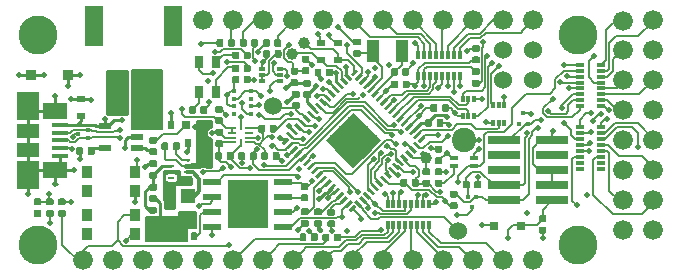
<source format=gbr>
G04 #@! TF.GenerationSoftware,KiCad,Pcbnew,5.1.4+dfsg1-1~bpo10+1*
G04 #@! TF.CreationDate,2020-01-10T16:49:25+01:00*
G04 #@! TF.ProjectId,quicklogic-quick-feather-board,71756963-6b6c-46f6-9769-632d71756963,rev?*
G04 #@! TF.SameCoordinates,Original*
G04 #@! TF.FileFunction,Copper,L1,Top*
G04 #@! TF.FilePolarity,Positive*
%FSLAX46Y46*%
G04 Gerber Fmt 4.6, Leading zero omitted, Abs format (unit mm)*
G04 Created by KiCad (PCBNEW 5.1.4+dfsg1-1~bpo10+1) date 2020-01-10 16:49:25*
%MOMM*%
%LPD*%
G04 APERTURE LIST*
%ADD10R,0.800000X0.300000*%
%ADD11C,1.676400*%
%ADD12C,0.100000*%
%ADD13C,0.590000*%
%ADD14R,0.350000X0.350000*%
%ADD15R,0.550000X0.400000*%
%ADD16R,0.400000X0.550000*%
%ADD17R,0.550000X0.250000*%
%ADD18R,1.500000X0.500000*%
%ADD19R,1.700000X2.000000*%
%ADD20R,1.500000X3.400000*%
%ADD21R,1.000000X3.500000*%
%ADD22R,1.380000X0.450000*%
%ADD23R,2.100000X1.475000*%
%ADD24R,1.900000X1.175000*%
%ADD25R,1.900000X2.375000*%
%ADD26R,0.900000X0.950000*%
%ADD27R,0.800000X0.800000*%
%ADD28R,1.200000X1.200000*%
%ADD29R,0.800000X0.600000*%
%ADD30R,0.600000X0.800000*%
%ADD31R,1.100000X1.900000*%
%ADD32C,1.000000*%
%ADD33R,0.750000X0.450000*%
%ADD34C,2.060000*%
%ADD35R,2.790000X0.740000*%
%ADD36R,0.900000X1.000000*%
%ADD37R,0.650000X0.250000*%
%ADD38R,0.250000X0.650000*%
%ADD39R,0.300000X0.800000*%
%ADD40R,1.050000X0.600000*%
%ADD41R,0.800000X1.000000*%
%ADD42C,1.524000*%
%ADD43C,3.302000*%
%ADD44C,0.550000*%
%ADD45C,1.100000*%
%ADD46C,0.270000*%
%ADD47R,0.300000X0.300000*%
%ADD48C,0.500000*%
%ADD49C,0.150000*%
%ADD50C,0.250000*%
%ADD51C,0.200000*%
%ADD52C,0.300000*%
%ADD53C,0.254000*%
G04 APERTURE END LIST*
D10*
X173311000Y-106893000D03*
X173311000Y-105893000D03*
X173311000Y-106393000D03*
X173311000Y-105393000D03*
X173311000Y-104893000D03*
X173311000Y-104393000D03*
X171511000Y-106893000D03*
X171511000Y-106393000D03*
X171511000Y-105893000D03*
X171511000Y-105393000D03*
X171511000Y-104893000D03*
X171511000Y-104393000D03*
X173311000Y-107393000D03*
X171511000Y-107393000D03*
X173311000Y-103893000D03*
X171511000Y-103893000D03*
D11*
X152311000Y-115163000D03*
X159931000Y-115163000D03*
X142151000Y-115163000D03*
X139611000Y-115163000D03*
X144691000Y-115163000D03*
X165011000Y-115163000D03*
X149771000Y-115163000D03*
X157391000Y-115163000D03*
X147231000Y-115163000D03*
X167551000Y-115163000D03*
X162471000Y-115163000D03*
X154851000Y-115163000D03*
X137061000Y-115163000D03*
X129441000Y-115163000D03*
X134521000Y-115163000D03*
X131981000Y-115163000D03*
D12*
G36*
X148486958Y-97820710D02*
G01*
X148501276Y-97822834D01*
X148515317Y-97826351D01*
X148528946Y-97831228D01*
X148542031Y-97837417D01*
X148554447Y-97844858D01*
X148566073Y-97853481D01*
X148576798Y-97863202D01*
X148586519Y-97873927D01*
X148595142Y-97885553D01*
X148602583Y-97897969D01*
X148608772Y-97911054D01*
X148613649Y-97924683D01*
X148617166Y-97938724D01*
X148619290Y-97953042D01*
X148620000Y-97967500D01*
X148620000Y-98262500D01*
X148619290Y-98276958D01*
X148617166Y-98291276D01*
X148613649Y-98305317D01*
X148608772Y-98318946D01*
X148602583Y-98332031D01*
X148595142Y-98344447D01*
X148586519Y-98356073D01*
X148576798Y-98366798D01*
X148566073Y-98376519D01*
X148554447Y-98385142D01*
X148542031Y-98392583D01*
X148528946Y-98398772D01*
X148515317Y-98403649D01*
X148501276Y-98407166D01*
X148486958Y-98409290D01*
X148472500Y-98410000D01*
X148127500Y-98410000D01*
X148113042Y-98409290D01*
X148098724Y-98407166D01*
X148084683Y-98403649D01*
X148071054Y-98398772D01*
X148057969Y-98392583D01*
X148045553Y-98385142D01*
X148033927Y-98376519D01*
X148023202Y-98366798D01*
X148013481Y-98356073D01*
X148004858Y-98344447D01*
X147997417Y-98332031D01*
X147991228Y-98318946D01*
X147986351Y-98305317D01*
X147982834Y-98291276D01*
X147980710Y-98276958D01*
X147980000Y-98262500D01*
X147980000Y-97967500D01*
X147980710Y-97953042D01*
X147982834Y-97938724D01*
X147986351Y-97924683D01*
X147991228Y-97911054D01*
X147997417Y-97897969D01*
X148004858Y-97885553D01*
X148013481Y-97873927D01*
X148023202Y-97863202D01*
X148033927Y-97853481D01*
X148045553Y-97844858D01*
X148057969Y-97837417D01*
X148071054Y-97831228D01*
X148084683Y-97826351D01*
X148098724Y-97822834D01*
X148113042Y-97820710D01*
X148127500Y-97820000D01*
X148472500Y-97820000D01*
X148486958Y-97820710D01*
X148486958Y-97820710D01*
G37*
D13*
X148300000Y-98115000D03*
D12*
G36*
X148486958Y-98790710D02*
G01*
X148501276Y-98792834D01*
X148515317Y-98796351D01*
X148528946Y-98801228D01*
X148542031Y-98807417D01*
X148554447Y-98814858D01*
X148566073Y-98823481D01*
X148576798Y-98833202D01*
X148586519Y-98843927D01*
X148595142Y-98855553D01*
X148602583Y-98867969D01*
X148608772Y-98881054D01*
X148613649Y-98894683D01*
X148617166Y-98908724D01*
X148619290Y-98923042D01*
X148620000Y-98937500D01*
X148620000Y-99232500D01*
X148619290Y-99246958D01*
X148617166Y-99261276D01*
X148613649Y-99275317D01*
X148608772Y-99288946D01*
X148602583Y-99302031D01*
X148595142Y-99314447D01*
X148586519Y-99326073D01*
X148576798Y-99336798D01*
X148566073Y-99346519D01*
X148554447Y-99355142D01*
X148542031Y-99362583D01*
X148528946Y-99368772D01*
X148515317Y-99373649D01*
X148501276Y-99377166D01*
X148486958Y-99379290D01*
X148472500Y-99380000D01*
X148127500Y-99380000D01*
X148113042Y-99379290D01*
X148098724Y-99377166D01*
X148084683Y-99373649D01*
X148071054Y-99368772D01*
X148057969Y-99362583D01*
X148045553Y-99355142D01*
X148033927Y-99346519D01*
X148023202Y-99336798D01*
X148013481Y-99326073D01*
X148004858Y-99314447D01*
X147997417Y-99302031D01*
X147991228Y-99288946D01*
X147986351Y-99275317D01*
X147982834Y-99261276D01*
X147980710Y-99246958D01*
X147980000Y-99232500D01*
X147980000Y-98937500D01*
X147980710Y-98923042D01*
X147982834Y-98908724D01*
X147986351Y-98894683D01*
X147991228Y-98881054D01*
X147997417Y-98867969D01*
X148004858Y-98855553D01*
X148013481Y-98843927D01*
X148023202Y-98833202D01*
X148033927Y-98823481D01*
X148045553Y-98814858D01*
X148057969Y-98807417D01*
X148071054Y-98801228D01*
X148084683Y-98796351D01*
X148098724Y-98792834D01*
X148113042Y-98790710D01*
X148127500Y-98790000D01*
X148472500Y-98790000D01*
X148486958Y-98790710D01*
X148486958Y-98790710D01*
G37*
D13*
X148300000Y-99085000D03*
D14*
X143670000Y-102760000D03*
X143670000Y-102110000D03*
X143670000Y-101460000D03*
X143670000Y-100810000D03*
X142220000Y-102760000D03*
X142220000Y-102110000D03*
X142220000Y-101460000D03*
X142220000Y-100810000D03*
D15*
X144655000Y-98940000D03*
X144655000Y-99440000D03*
X144655000Y-99940000D03*
X146105000Y-99940000D03*
X146105000Y-99440000D03*
X146105000Y-98940000D03*
D16*
X162590000Y-101505000D03*
X162090000Y-101505000D03*
X161590000Y-101505000D03*
X161590000Y-102955000D03*
X162090000Y-102955000D03*
X162590000Y-102955000D03*
X165140000Y-102035000D03*
X164640000Y-102035000D03*
X164140000Y-102035000D03*
X164140000Y-103485000D03*
X164640000Y-103485000D03*
X165140000Y-103485000D03*
D17*
X138285000Y-106650000D03*
X138285000Y-107150000D03*
X138285000Y-107650000D03*
X138285000Y-108150000D03*
X136935000Y-108150000D03*
X136935000Y-107650000D03*
X136935000Y-107150000D03*
X136935000Y-106650000D03*
D18*
X140400000Y-108495000D03*
X140400000Y-109765000D03*
X140400000Y-111035000D03*
X140400000Y-112305000D03*
X146400000Y-112305000D03*
X146400000Y-111035000D03*
X146400000Y-109765000D03*
X146400000Y-108495000D03*
D19*
X142550000Y-109400000D03*
X142550000Y-111400000D03*
X144250000Y-109400000D03*
X144250000Y-111400000D03*
D20*
X137119100Y-95350000D03*
X130419100Y-95350000D03*
D21*
X134769100Y-100900000D03*
X132769100Y-100900000D03*
D22*
X127480000Y-106303600D03*
X127480000Y-105653600D03*
X127480000Y-105003600D03*
X127480000Y-104353600D03*
X127480000Y-103703600D03*
D23*
X127120000Y-102541100D03*
D24*
X124820000Y-104166100D03*
D25*
X124820000Y-107916100D03*
X124820000Y-102091100D03*
D24*
X124820000Y-105841100D03*
D23*
X127120000Y-107466100D03*
D26*
X128175000Y-99450000D03*
X125025000Y-99450000D03*
D27*
X138180000Y-103730000D03*
X139680000Y-103730000D03*
D28*
X138370000Y-109680000D03*
X138370000Y-111780000D03*
D29*
X129290000Y-102930000D03*
X129290000Y-101530000D03*
D30*
X139750000Y-105200000D03*
X138350000Y-105200000D03*
X135490000Y-103720000D03*
X136890000Y-103720000D03*
D29*
X136680000Y-111880000D03*
X136680000Y-110480000D03*
D12*
G36*
X129336958Y-105570710D02*
G01*
X129351276Y-105572834D01*
X129365317Y-105576351D01*
X129378946Y-105581228D01*
X129392031Y-105587417D01*
X129404447Y-105594858D01*
X129416073Y-105603481D01*
X129426798Y-105613202D01*
X129436519Y-105623927D01*
X129445142Y-105635553D01*
X129452583Y-105647969D01*
X129458772Y-105661054D01*
X129463649Y-105674683D01*
X129467166Y-105688724D01*
X129469290Y-105703042D01*
X129470000Y-105717500D01*
X129470000Y-106062500D01*
X129469290Y-106076958D01*
X129467166Y-106091276D01*
X129463649Y-106105317D01*
X129458772Y-106118946D01*
X129452583Y-106132031D01*
X129445142Y-106144447D01*
X129436519Y-106156073D01*
X129426798Y-106166798D01*
X129416073Y-106176519D01*
X129404447Y-106185142D01*
X129392031Y-106192583D01*
X129378946Y-106198772D01*
X129365317Y-106203649D01*
X129351276Y-106207166D01*
X129336958Y-106209290D01*
X129322500Y-106210000D01*
X129027500Y-106210000D01*
X129013042Y-106209290D01*
X128998724Y-106207166D01*
X128984683Y-106203649D01*
X128971054Y-106198772D01*
X128957969Y-106192583D01*
X128945553Y-106185142D01*
X128933927Y-106176519D01*
X128923202Y-106166798D01*
X128913481Y-106156073D01*
X128904858Y-106144447D01*
X128897417Y-106132031D01*
X128891228Y-106118946D01*
X128886351Y-106105317D01*
X128882834Y-106091276D01*
X128880710Y-106076958D01*
X128880000Y-106062500D01*
X128880000Y-105717500D01*
X128880710Y-105703042D01*
X128882834Y-105688724D01*
X128886351Y-105674683D01*
X128891228Y-105661054D01*
X128897417Y-105647969D01*
X128904858Y-105635553D01*
X128913481Y-105623927D01*
X128923202Y-105613202D01*
X128933927Y-105603481D01*
X128945553Y-105594858D01*
X128957969Y-105587417D01*
X128971054Y-105581228D01*
X128984683Y-105576351D01*
X128998724Y-105572834D01*
X129013042Y-105570710D01*
X129027500Y-105570000D01*
X129322500Y-105570000D01*
X129336958Y-105570710D01*
X129336958Y-105570710D01*
G37*
D13*
X129175000Y-105890000D03*
D12*
G36*
X130306958Y-105570710D02*
G01*
X130321276Y-105572834D01*
X130335317Y-105576351D01*
X130348946Y-105581228D01*
X130362031Y-105587417D01*
X130374447Y-105594858D01*
X130386073Y-105603481D01*
X130396798Y-105613202D01*
X130406519Y-105623927D01*
X130415142Y-105635553D01*
X130422583Y-105647969D01*
X130428772Y-105661054D01*
X130433649Y-105674683D01*
X130437166Y-105688724D01*
X130439290Y-105703042D01*
X130440000Y-105717500D01*
X130440000Y-106062500D01*
X130439290Y-106076958D01*
X130437166Y-106091276D01*
X130433649Y-106105317D01*
X130428772Y-106118946D01*
X130422583Y-106132031D01*
X130415142Y-106144447D01*
X130406519Y-106156073D01*
X130396798Y-106166798D01*
X130386073Y-106176519D01*
X130374447Y-106185142D01*
X130362031Y-106192583D01*
X130348946Y-106198772D01*
X130335317Y-106203649D01*
X130321276Y-106207166D01*
X130306958Y-106209290D01*
X130292500Y-106210000D01*
X129997500Y-106210000D01*
X129983042Y-106209290D01*
X129968724Y-106207166D01*
X129954683Y-106203649D01*
X129941054Y-106198772D01*
X129927969Y-106192583D01*
X129915553Y-106185142D01*
X129903927Y-106176519D01*
X129893202Y-106166798D01*
X129883481Y-106156073D01*
X129874858Y-106144447D01*
X129867417Y-106132031D01*
X129861228Y-106118946D01*
X129856351Y-106105317D01*
X129852834Y-106091276D01*
X129850710Y-106076958D01*
X129850000Y-106062500D01*
X129850000Y-105717500D01*
X129850710Y-105703042D01*
X129852834Y-105688724D01*
X129856351Y-105674683D01*
X129861228Y-105661054D01*
X129867417Y-105647969D01*
X129874858Y-105635553D01*
X129883481Y-105623927D01*
X129893202Y-105613202D01*
X129903927Y-105603481D01*
X129915553Y-105594858D01*
X129927969Y-105587417D01*
X129941054Y-105581228D01*
X129954683Y-105576351D01*
X129968724Y-105572834D01*
X129983042Y-105570710D01*
X129997500Y-105570000D01*
X130292500Y-105570000D01*
X130306958Y-105570710D01*
X130306958Y-105570710D01*
G37*
D13*
X130145000Y-105890000D03*
D12*
G36*
X135586958Y-104680710D02*
G01*
X135601276Y-104682834D01*
X135615317Y-104686351D01*
X135628946Y-104691228D01*
X135642031Y-104697417D01*
X135654447Y-104704858D01*
X135666073Y-104713481D01*
X135676798Y-104723202D01*
X135686519Y-104733927D01*
X135695142Y-104745553D01*
X135702583Y-104757969D01*
X135708772Y-104771054D01*
X135713649Y-104784683D01*
X135717166Y-104798724D01*
X135719290Y-104813042D01*
X135720000Y-104827500D01*
X135720000Y-105122500D01*
X135719290Y-105136958D01*
X135717166Y-105151276D01*
X135713649Y-105165317D01*
X135708772Y-105178946D01*
X135702583Y-105192031D01*
X135695142Y-105204447D01*
X135686519Y-105216073D01*
X135676798Y-105226798D01*
X135666073Y-105236519D01*
X135654447Y-105245142D01*
X135642031Y-105252583D01*
X135628946Y-105258772D01*
X135615317Y-105263649D01*
X135601276Y-105267166D01*
X135586958Y-105269290D01*
X135572500Y-105270000D01*
X135227500Y-105270000D01*
X135213042Y-105269290D01*
X135198724Y-105267166D01*
X135184683Y-105263649D01*
X135171054Y-105258772D01*
X135157969Y-105252583D01*
X135145553Y-105245142D01*
X135133927Y-105236519D01*
X135123202Y-105226798D01*
X135113481Y-105216073D01*
X135104858Y-105204447D01*
X135097417Y-105192031D01*
X135091228Y-105178946D01*
X135086351Y-105165317D01*
X135082834Y-105151276D01*
X135080710Y-105136958D01*
X135080000Y-105122500D01*
X135080000Y-104827500D01*
X135080710Y-104813042D01*
X135082834Y-104798724D01*
X135086351Y-104784683D01*
X135091228Y-104771054D01*
X135097417Y-104757969D01*
X135104858Y-104745553D01*
X135113481Y-104733927D01*
X135123202Y-104723202D01*
X135133927Y-104713481D01*
X135145553Y-104704858D01*
X135157969Y-104697417D01*
X135171054Y-104691228D01*
X135184683Y-104686351D01*
X135198724Y-104682834D01*
X135213042Y-104680710D01*
X135227500Y-104680000D01*
X135572500Y-104680000D01*
X135586958Y-104680710D01*
X135586958Y-104680710D01*
G37*
D13*
X135400000Y-104975000D03*
D12*
G36*
X135586958Y-105650710D02*
G01*
X135601276Y-105652834D01*
X135615317Y-105656351D01*
X135628946Y-105661228D01*
X135642031Y-105667417D01*
X135654447Y-105674858D01*
X135666073Y-105683481D01*
X135676798Y-105693202D01*
X135686519Y-105703927D01*
X135695142Y-105715553D01*
X135702583Y-105727969D01*
X135708772Y-105741054D01*
X135713649Y-105754683D01*
X135717166Y-105768724D01*
X135719290Y-105783042D01*
X135720000Y-105797500D01*
X135720000Y-106092500D01*
X135719290Y-106106958D01*
X135717166Y-106121276D01*
X135713649Y-106135317D01*
X135708772Y-106148946D01*
X135702583Y-106162031D01*
X135695142Y-106174447D01*
X135686519Y-106186073D01*
X135676798Y-106196798D01*
X135666073Y-106206519D01*
X135654447Y-106215142D01*
X135642031Y-106222583D01*
X135628946Y-106228772D01*
X135615317Y-106233649D01*
X135601276Y-106237166D01*
X135586958Y-106239290D01*
X135572500Y-106240000D01*
X135227500Y-106240000D01*
X135213042Y-106239290D01*
X135198724Y-106237166D01*
X135184683Y-106233649D01*
X135171054Y-106228772D01*
X135157969Y-106222583D01*
X135145553Y-106215142D01*
X135133927Y-106206519D01*
X135123202Y-106196798D01*
X135113481Y-106186073D01*
X135104858Y-106174447D01*
X135097417Y-106162031D01*
X135091228Y-106148946D01*
X135086351Y-106135317D01*
X135082834Y-106121276D01*
X135080710Y-106106958D01*
X135080000Y-106092500D01*
X135080000Y-105797500D01*
X135080710Y-105783042D01*
X135082834Y-105768724D01*
X135086351Y-105754683D01*
X135091228Y-105741054D01*
X135097417Y-105727969D01*
X135104858Y-105715553D01*
X135113481Y-105703927D01*
X135123202Y-105693202D01*
X135133927Y-105683481D01*
X135145553Y-105674858D01*
X135157969Y-105667417D01*
X135171054Y-105661228D01*
X135184683Y-105656351D01*
X135198724Y-105652834D01*
X135213042Y-105650710D01*
X135227500Y-105650000D01*
X135572500Y-105650000D01*
X135586958Y-105650710D01*
X135586958Y-105650710D01*
G37*
D13*
X135400000Y-105945000D03*
D12*
G36*
X135586958Y-108660710D02*
G01*
X135601276Y-108662834D01*
X135615317Y-108666351D01*
X135628946Y-108671228D01*
X135642031Y-108677417D01*
X135654447Y-108684858D01*
X135666073Y-108693481D01*
X135676798Y-108703202D01*
X135686519Y-108713927D01*
X135695142Y-108725553D01*
X135702583Y-108737969D01*
X135708772Y-108751054D01*
X135713649Y-108764683D01*
X135717166Y-108778724D01*
X135719290Y-108793042D01*
X135720000Y-108807500D01*
X135720000Y-109102500D01*
X135719290Y-109116958D01*
X135717166Y-109131276D01*
X135713649Y-109145317D01*
X135708772Y-109158946D01*
X135702583Y-109172031D01*
X135695142Y-109184447D01*
X135686519Y-109196073D01*
X135676798Y-109206798D01*
X135666073Y-109216519D01*
X135654447Y-109225142D01*
X135642031Y-109232583D01*
X135628946Y-109238772D01*
X135615317Y-109243649D01*
X135601276Y-109247166D01*
X135586958Y-109249290D01*
X135572500Y-109250000D01*
X135227500Y-109250000D01*
X135213042Y-109249290D01*
X135198724Y-109247166D01*
X135184683Y-109243649D01*
X135171054Y-109238772D01*
X135157969Y-109232583D01*
X135145553Y-109225142D01*
X135133927Y-109216519D01*
X135123202Y-109206798D01*
X135113481Y-109196073D01*
X135104858Y-109184447D01*
X135097417Y-109172031D01*
X135091228Y-109158946D01*
X135086351Y-109145317D01*
X135082834Y-109131276D01*
X135080710Y-109116958D01*
X135080000Y-109102500D01*
X135080000Y-108807500D01*
X135080710Y-108793042D01*
X135082834Y-108778724D01*
X135086351Y-108764683D01*
X135091228Y-108751054D01*
X135097417Y-108737969D01*
X135104858Y-108725553D01*
X135113481Y-108713927D01*
X135123202Y-108703202D01*
X135133927Y-108693481D01*
X135145553Y-108684858D01*
X135157969Y-108677417D01*
X135171054Y-108671228D01*
X135184683Y-108666351D01*
X135198724Y-108662834D01*
X135213042Y-108660710D01*
X135227500Y-108660000D01*
X135572500Y-108660000D01*
X135586958Y-108660710D01*
X135586958Y-108660710D01*
G37*
D13*
X135400000Y-108955000D03*
D12*
G36*
X135586958Y-109630710D02*
G01*
X135601276Y-109632834D01*
X135615317Y-109636351D01*
X135628946Y-109641228D01*
X135642031Y-109647417D01*
X135654447Y-109654858D01*
X135666073Y-109663481D01*
X135676798Y-109673202D01*
X135686519Y-109683927D01*
X135695142Y-109695553D01*
X135702583Y-109707969D01*
X135708772Y-109721054D01*
X135713649Y-109734683D01*
X135717166Y-109748724D01*
X135719290Y-109763042D01*
X135720000Y-109777500D01*
X135720000Y-110072500D01*
X135719290Y-110086958D01*
X135717166Y-110101276D01*
X135713649Y-110115317D01*
X135708772Y-110128946D01*
X135702583Y-110142031D01*
X135695142Y-110154447D01*
X135686519Y-110166073D01*
X135676798Y-110176798D01*
X135666073Y-110186519D01*
X135654447Y-110195142D01*
X135642031Y-110202583D01*
X135628946Y-110208772D01*
X135615317Y-110213649D01*
X135601276Y-110217166D01*
X135586958Y-110219290D01*
X135572500Y-110220000D01*
X135227500Y-110220000D01*
X135213042Y-110219290D01*
X135198724Y-110217166D01*
X135184683Y-110213649D01*
X135171054Y-110208772D01*
X135157969Y-110202583D01*
X135145553Y-110195142D01*
X135133927Y-110186519D01*
X135123202Y-110176798D01*
X135113481Y-110166073D01*
X135104858Y-110154447D01*
X135097417Y-110142031D01*
X135091228Y-110128946D01*
X135086351Y-110115317D01*
X135082834Y-110101276D01*
X135080710Y-110086958D01*
X135080000Y-110072500D01*
X135080000Y-109777500D01*
X135080710Y-109763042D01*
X135082834Y-109748724D01*
X135086351Y-109734683D01*
X135091228Y-109721054D01*
X135097417Y-109707969D01*
X135104858Y-109695553D01*
X135113481Y-109683927D01*
X135123202Y-109673202D01*
X135133927Y-109663481D01*
X135145553Y-109654858D01*
X135157969Y-109647417D01*
X135171054Y-109641228D01*
X135184683Y-109636351D01*
X135198724Y-109632834D01*
X135213042Y-109630710D01*
X135227500Y-109630000D01*
X135572500Y-109630000D01*
X135586958Y-109630710D01*
X135586958Y-109630710D01*
G37*
D13*
X135400000Y-109925000D03*
D12*
G36*
X135576958Y-106670710D02*
G01*
X135591276Y-106672834D01*
X135605317Y-106676351D01*
X135618946Y-106681228D01*
X135632031Y-106687417D01*
X135644447Y-106694858D01*
X135656073Y-106703481D01*
X135666798Y-106713202D01*
X135676519Y-106723927D01*
X135685142Y-106735553D01*
X135692583Y-106747969D01*
X135698772Y-106761054D01*
X135703649Y-106774683D01*
X135707166Y-106788724D01*
X135709290Y-106803042D01*
X135710000Y-106817500D01*
X135710000Y-107112500D01*
X135709290Y-107126958D01*
X135707166Y-107141276D01*
X135703649Y-107155317D01*
X135698772Y-107168946D01*
X135692583Y-107182031D01*
X135685142Y-107194447D01*
X135676519Y-107206073D01*
X135666798Y-107216798D01*
X135656073Y-107226519D01*
X135644447Y-107235142D01*
X135632031Y-107242583D01*
X135618946Y-107248772D01*
X135605317Y-107253649D01*
X135591276Y-107257166D01*
X135576958Y-107259290D01*
X135562500Y-107260000D01*
X135217500Y-107260000D01*
X135203042Y-107259290D01*
X135188724Y-107257166D01*
X135174683Y-107253649D01*
X135161054Y-107248772D01*
X135147969Y-107242583D01*
X135135553Y-107235142D01*
X135123927Y-107226519D01*
X135113202Y-107216798D01*
X135103481Y-107206073D01*
X135094858Y-107194447D01*
X135087417Y-107182031D01*
X135081228Y-107168946D01*
X135076351Y-107155317D01*
X135072834Y-107141276D01*
X135070710Y-107126958D01*
X135070000Y-107112500D01*
X135070000Y-106817500D01*
X135070710Y-106803042D01*
X135072834Y-106788724D01*
X135076351Y-106774683D01*
X135081228Y-106761054D01*
X135087417Y-106747969D01*
X135094858Y-106735553D01*
X135103481Y-106723927D01*
X135113202Y-106713202D01*
X135123927Y-106703481D01*
X135135553Y-106694858D01*
X135147969Y-106687417D01*
X135161054Y-106681228D01*
X135174683Y-106676351D01*
X135188724Y-106672834D01*
X135203042Y-106670710D01*
X135217500Y-106670000D01*
X135562500Y-106670000D01*
X135576958Y-106670710D01*
X135576958Y-106670710D01*
G37*
D13*
X135390000Y-106965000D03*
D12*
G36*
X135576958Y-107640710D02*
G01*
X135591276Y-107642834D01*
X135605317Y-107646351D01*
X135618946Y-107651228D01*
X135632031Y-107657417D01*
X135644447Y-107664858D01*
X135656073Y-107673481D01*
X135666798Y-107683202D01*
X135676519Y-107693927D01*
X135685142Y-107705553D01*
X135692583Y-107717969D01*
X135698772Y-107731054D01*
X135703649Y-107744683D01*
X135707166Y-107758724D01*
X135709290Y-107773042D01*
X135710000Y-107787500D01*
X135710000Y-108082500D01*
X135709290Y-108096958D01*
X135707166Y-108111276D01*
X135703649Y-108125317D01*
X135698772Y-108138946D01*
X135692583Y-108152031D01*
X135685142Y-108164447D01*
X135676519Y-108176073D01*
X135666798Y-108186798D01*
X135656073Y-108196519D01*
X135644447Y-108205142D01*
X135632031Y-108212583D01*
X135618946Y-108218772D01*
X135605317Y-108223649D01*
X135591276Y-108227166D01*
X135576958Y-108229290D01*
X135562500Y-108230000D01*
X135217500Y-108230000D01*
X135203042Y-108229290D01*
X135188724Y-108227166D01*
X135174683Y-108223649D01*
X135161054Y-108218772D01*
X135147969Y-108212583D01*
X135135553Y-108205142D01*
X135123927Y-108196519D01*
X135113202Y-108186798D01*
X135103481Y-108176073D01*
X135094858Y-108164447D01*
X135087417Y-108152031D01*
X135081228Y-108138946D01*
X135076351Y-108125317D01*
X135072834Y-108111276D01*
X135070710Y-108096958D01*
X135070000Y-108082500D01*
X135070000Y-107787500D01*
X135070710Y-107773042D01*
X135072834Y-107758724D01*
X135076351Y-107744683D01*
X135081228Y-107731054D01*
X135087417Y-107717969D01*
X135094858Y-107705553D01*
X135103481Y-107693927D01*
X135113202Y-107683202D01*
X135123927Y-107673481D01*
X135135553Y-107664858D01*
X135147969Y-107657417D01*
X135161054Y-107651228D01*
X135174683Y-107646351D01*
X135188724Y-107642834D01*
X135203042Y-107640710D01*
X135217500Y-107640000D01*
X135562500Y-107640000D01*
X135576958Y-107640710D01*
X135576958Y-107640710D01*
G37*
D13*
X135390000Y-107935000D03*
D12*
G36*
X135566958Y-110600710D02*
G01*
X135581276Y-110602834D01*
X135595317Y-110606351D01*
X135608946Y-110611228D01*
X135622031Y-110617417D01*
X135634447Y-110624858D01*
X135646073Y-110633481D01*
X135656798Y-110643202D01*
X135666519Y-110653927D01*
X135675142Y-110665553D01*
X135682583Y-110677969D01*
X135688772Y-110691054D01*
X135693649Y-110704683D01*
X135697166Y-110718724D01*
X135699290Y-110733042D01*
X135700000Y-110747500D01*
X135700000Y-111042500D01*
X135699290Y-111056958D01*
X135697166Y-111071276D01*
X135693649Y-111085317D01*
X135688772Y-111098946D01*
X135682583Y-111112031D01*
X135675142Y-111124447D01*
X135666519Y-111136073D01*
X135656798Y-111146798D01*
X135646073Y-111156519D01*
X135634447Y-111165142D01*
X135622031Y-111172583D01*
X135608946Y-111178772D01*
X135595317Y-111183649D01*
X135581276Y-111187166D01*
X135566958Y-111189290D01*
X135552500Y-111190000D01*
X135207500Y-111190000D01*
X135193042Y-111189290D01*
X135178724Y-111187166D01*
X135164683Y-111183649D01*
X135151054Y-111178772D01*
X135137969Y-111172583D01*
X135125553Y-111165142D01*
X135113927Y-111156519D01*
X135103202Y-111146798D01*
X135093481Y-111136073D01*
X135084858Y-111124447D01*
X135077417Y-111112031D01*
X135071228Y-111098946D01*
X135066351Y-111085317D01*
X135062834Y-111071276D01*
X135060710Y-111056958D01*
X135060000Y-111042500D01*
X135060000Y-110747500D01*
X135060710Y-110733042D01*
X135062834Y-110718724D01*
X135066351Y-110704683D01*
X135071228Y-110691054D01*
X135077417Y-110677969D01*
X135084858Y-110665553D01*
X135093481Y-110653927D01*
X135103202Y-110643202D01*
X135113927Y-110633481D01*
X135125553Y-110624858D01*
X135137969Y-110617417D01*
X135151054Y-110611228D01*
X135164683Y-110606351D01*
X135178724Y-110602834D01*
X135193042Y-110600710D01*
X135207500Y-110600000D01*
X135552500Y-110600000D01*
X135566958Y-110600710D01*
X135566958Y-110600710D01*
G37*
D13*
X135380000Y-110895000D03*
D12*
G36*
X135566958Y-111570710D02*
G01*
X135581276Y-111572834D01*
X135595317Y-111576351D01*
X135608946Y-111581228D01*
X135622031Y-111587417D01*
X135634447Y-111594858D01*
X135646073Y-111603481D01*
X135656798Y-111613202D01*
X135666519Y-111623927D01*
X135675142Y-111635553D01*
X135682583Y-111647969D01*
X135688772Y-111661054D01*
X135693649Y-111674683D01*
X135697166Y-111688724D01*
X135699290Y-111703042D01*
X135700000Y-111717500D01*
X135700000Y-112012500D01*
X135699290Y-112026958D01*
X135697166Y-112041276D01*
X135693649Y-112055317D01*
X135688772Y-112068946D01*
X135682583Y-112082031D01*
X135675142Y-112094447D01*
X135666519Y-112106073D01*
X135656798Y-112116798D01*
X135646073Y-112126519D01*
X135634447Y-112135142D01*
X135622031Y-112142583D01*
X135608946Y-112148772D01*
X135595317Y-112153649D01*
X135581276Y-112157166D01*
X135566958Y-112159290D01*
X135552500Y-112160000D01*
X135207500Y-112160000D01*
X135193042Y-112159290D01*
X135178724Y-112157166D01*
X135164683Y-112153649D01*
X135151054Y-112148772D01*
X135137969Y-112142583D01*
X135125553Y-112135142D01*
X135113927Y-112126519D01*
X135103202Y-112116798D01*
X135093481Y-112106073D01*
X135084858Y-112094447D01*
X135077417Y-112082031D01*
X135071228Y-112068946D01*
X135066351Y-112055317D01*
X135062834Y-112041276D01*
X135060710Y-112026958D01*
X135060000Y-112012500D01*
X135060000Y-111717500D01*
X135060710Y-111703042D01*
X135062834Y-111688724D01*
X135066351Y-111674683D01*
X135071228Y-111661054D01*
X135077417Y-111647969D01*
X135084858Y-111635553D01*
X135093481Y-111623927D01*
X135103202Y-111613202D01*
X135113927Y-111603481D01*
X135125553Y-111594858D01*
X135137969Y-111587417D01*
X135151054Y-111581228D01*
X135164683Y-111576351D01*
X135178724Y-111572834D01*
X135193042Y-111570710D01*
X135207500Y-111570000D01*
X135552500Y-111570000D01*
X135566958Y-111570710D01*
X135566958Y-111570710D01*
G37*
D13*
X135380000Y-111865000D03*
D31*
X154025000Y-97430000D03*
X156435000Y-97430000D03*
D12*
G36*
X152846958Y-96370710D02*
G01*
X152861276Y-96372834D01*
X152875317Y-96376351D01*
X152888946Y-96381228D01*
X152902031Y-96387417D01*
X152914447Y-96394858D01*
X152926073Y-96403481D01*
X152936798Y-96413202D01*
X152946519Y-96423927D01*
X152955142Y-96435553D01*
X152962583Y-96447969D01*
X152968772Y-96461054D01*
X152973649Y-96474683D01*
X152977166Y-96488724D01*
X152979290Y-96503042D01*
X152980000Y-96517500D01*
X152980000Y-96812500D01*
X152979290Y-96826958D01*
X152977166Y-96841276D01*
X152973649Y-96855317D01*
X152968772Y-96868946D01*
X152962583Y-96882031D01*
X152955142Y-96894447D01*
X152946519Y-96906073D01*
X152936798Y-96916798D01*
X152926073Y-96926519D01*
X152914447Y-96935142D01*
X152902031Y-96942583D01*
X152888946Y-96948772D01*
X152875317Y-96953649D01*
X152861276Y-96957166D01*
X152846958Y-96959290D01*
X152832500Y-96960000D01*
X152487500Y-96960000D01*
X152473042Y-96959290D01*
X152458724Y-96957166D01*
X152444683Y-96953649D01*
X152431054Y-96948772D01*
X152417969Y-96942583D01*
X152405553Y-96935142D01*
X152393927Y-96926519D01*
X152383202Y-96916798D01*
X152373481Y-96906073D01*
X152364858Y-96894447D01*
X152357417Y-96882031D01*
X152351228Y-96868946D01*
X152346351Y-96855317D01*
X152342834Y-96841276D01*
X152340710Y-96826958D01*
X152340000Y-96812500D01*
X152340000Y-96517500D01*
X152340710Y-96503042D01*
X152342834Y-96488724D01*
X152346351Y-96474683D01*
X152351228Y-96461054D01*
X152357417Y-96447969D01*
X152364858Y-96435553D01*
X152373481Y-96423927D01*
X152383202Y-96413202D01*
X152393927Y-96403481D01*
X152405553Y-96394858D01*
X152417969Y-96387417D01*
X152431054Y-96381228D01*
X152444683Y-96376351D01*
X152458724Y-96372834D01*
X152473042Y-96370710D01*
X152487500Y-96370000D01*
X152832500Y-96370000D01*
X152846958Y-96370710D01*
X152846958Y-96370710D01*
G37*
D13*
X152660000Y-96665000D03*
D12*
G36*
X152846958Y-97340710D02*
G01*
X152861276Y-97342834D01*
X152875317Y-97346351D01*
X152888946Y-97351228D01*
X152902031Y-97357417D01*
X152914447Y-97364858D01*
X152926073Y-97373481D01*
X152936798Y-97383202D01*
X152946519Y-97393927D01*
X152955142Y-97405553D01*
X152962583Y-97417969D01*
X152968772Y-97431054D01*
X152973649Y-97444683D01*
X152977166Y-97458724D01*
X152979290Y-97473042D01*
X152980000Y-97487500D01*
X152980000Y-97782500D01*
X152979290Y-97796958D01*
X152977166Y-97811276D01*
X152973649Y-97825317D01*
X152968772Y-97838946D01*
X152962583Y-97852031D01*
X152955142Y-97864447D01*
X152946519Y-97876073D01*
X152936798Y-97886798D01*
X152926073Y-97896519D01*
X152914447Y-97905142D01*
X152902031Y-97912583D01*
X152888946Y-97918772D01*
X152875317Y-97923649D01*
X152861276Y-97927166D01*
X152846958Y-97929290D01*
X152832500Y-97930000D01*
X152487500Y-97930000D01*
X152473042Y-97929290D01*
X152458724Y-97927166D01*
X152444683Y-97923649D01*
X152431054Y-97918772D01*
X152417969Y-97912583D01*
X152405553Y-97905142D01*
X152393927Y-97896519D01*
X152383202Y-97886798D01*
X152373481Y-97876073D01*
X152364858Y-97864447D01*
X152357417Y-97852031D01*
X152351228Y-97838946D01*
X152346351Y-97825317D01*
X152342834Y-97811276D01*
X152340710Y-97796958D01*
X152340000Y-97782500D01*
X152340000Y-97487500D01*
X152340710Y-97473042D01*
X152342834Y-97458724D01*
X152346351Y-97444683D01*
X152351228Y-97431054D01*
X152357417Y-97417969D01*
X152364858Y-97405553D01*
X152373481Y-97393927D01*
X152383202Y-97383202D01*
X152393927Y-97373481D01*
X152405553Y-97364858D01*
X152417969Y-97357417D01*
X152431054Y-97351228D01*
X152444683Y-97346351D01*
X152458724Y-97342834D01*
X152473042Y-97340710D01*
X152487500Y-97340000D01*
X152832500Y-97340000D01*
X152846958Y-97340710D01*
X152846958Y-97340710D01*
G37*
D13*
X152660000Y-97635000D03*
D12*
G36*
X148616958Y-99870710D02*
G01*
X148631276Y-99872834D01*
X148645317Y-99876351D01*
X148658946Y-99881228D01*
X148672031Y-99887417D01*
X148684447Y-99894858D01*
X148696073Y-99903481D01*
X148706798Y-99913202D01*
X148716519Y-99923927D01*
X148725142Y-99935553D01*
X148732583Y-99947969D01*
X148738772Y-99961054D01*
X148743649Y-99974683D01*
X148747166Y-99988724D01*
X148749290Y-100003042D01*
X148750000Y-100017500D01*
X148750000Y-100312500D01*
X148749290Y-100326958D01*
X148747166Y-100341276D01*
X148743649Y-100355317D01*
X148738772Y-100368946D01*
X148732583Y-100382031D01*
X148725142Y-100394447D01*
X148716519Y-100406073D01*
X148706798Y-100416798D01*
X148696073Y-100426519D01*
X148684447Y-100435142D01*
X148672031Y-100442583D01*
X148658946Y-100448772D01*
X148645317Y-100453649D01*
X148631276Y-100457166D01*
X148616958Y-100459290D01*
X148602500Y-100460000D01*
X148257500Y-100460000D01*
X148243042Y-100459290D01*
X148228724Y-100457166D01*
X148214683Y-100453649D01*
X148201054Y-100448772D01*
X148187969Y-100442583D01*
X148175553Y-100435142D01*
X148163927Y-100426519D01*
X148153202Y-100416798D01*
X148143481Y-100406073D01*
X148134858Y-100394447D01*
X148127417Y-100382031D01*
X148121228Y-100368946D01*
X148116351Y-100355317D01*
X148112834Y-100341276D01*
X148110710Y-100326958D01*
X148110000Y-100312500D01*
X148110000Y-100017500D01*
X148110710Y-100003042D01*
X148112834Y-99988724D01*
X148116351Y-99974683D01*
X148121228Y-99961054D01*
X148127417Y-99947969D01*
X148134858Y-99935553D01*
X148143481Y-99923927D01*
X148153202Y-99913202D01*
X148163927Y-99903481D01*
X148175553Y-99894858D01*
X148187969Y-99887417D01*
X148201054Y-99881228D01*
X148214683Y-99876351D01*
X148228724Y-99872834D01*
X148243042Y-99870710D01*
X148257500Y-99870000D01*
X148602500Y-99870000D01*
X148616958Y-99870710D01*
X148616958Y-99870710D01*
G37*
D13*
X148430000Y-100165000D03*
D12*
G36*
X148616958Y-100840710D02*
G01*
X148631276Y-100842834D01*
X148645317Y-100846351D01*
X148658946Y-100851228D01*
X148672031Y-100857417D01*
X148684447Y-100864858D01*
X148696073Y-100873481D01*
X148706798Y-100883202D01*
X148716519Y-100893927D01*
X148725142Y-100905553D01*
X148732583Y-100917969D01*
X148738772Y-100931054D01*
X148743649Y-100944683D01*
X148747166Y-100958724D01*
X148749290Y-100973042D01*
X148750000Y-100987500D01*
X148750000Y-101282500D01*
X148749290Y-101296958D01*
X148747166Y-101311276D01*
X148743649Y-101325317D01*
X148738772Y-101338946D01*
X148732583Y-101352031D01*
X148725142Y-101364447D01*
X148716519Y-101376073D01*
X148706798Y-101386798D01*
X148696073Y-101396519D01*
X148684447Y-101405142D01*
X148672031Y-101412583D01*
X148658946Y-101418772D01*
X148645317Y-101423649D01*
X148631276Y-101427166D01*
X148616958Y-101429290D01*
X148602500Y-101430000D01*
X148257500Y-101430000D01*
X148243042Y-101429290D01*
X148228724Y-101427166D01*
X148214683Y-101423649D01*
X148201054Y-101418772D01*
X148187969Y-101412583D01*
X148175553Y-101405142D01*
X148163927Y-101396519D01*
X148153202Y-101386798D01*
X148143481Y-101376073D01*
X148134858Y-101364447D01*
X148127417Y-101352031D01*
X148121228Y-101338946D01*
X148116351Y-101325317D01*
X148112834Y-101311276D01*
X148110710Y-101296958D01*
X148110000Y-101282500D01*
X148110000Y-100987500D01*
X148110710Y-100973042D01*
X148112834Y-100958724D01*
X148116351Y-100944683D01*
X148121228Y-100931054D01*
X148127417Y-100917969D01*
X148134858Y-100905553D01*
X148143481Y-100893927D01*
X148153202Y-100883202D01*
X148163927Y-100873481D01*
X148175553Y-100864858D01*
X148187969Y-100857417D01*
X148201054Y-100851228D01*
X148214683Y-100846351D01*
X148228724Y-100842834D01*
X148243042Y-100840710D01*
X148257500Y-100840000D01*
X148602500Y-100840000D01*
X148616958Y-100840710D01*
X148616958Y-100840710D01*
G37*
D13*
X148430000Y-101135000D03*
D12*
G36*
X127856958Y-110880710D02*
G01*
X127871276Y-110882834D01*
X127885317Y-110886351D01*
X127898946Y-110891228D01*
X127912031Y-110897417D01*
X127924447Y-110904858D01*
X127936073Y-110913481D01*
X127946798Y-110923202D01*
X127956519Y-110933927D01*
X127965142Y-110945553D01*
X127972583Y-110957969D01*
X127978772Y-110971054D01*
X127983649Y-110984683D01*
X127987166Y-110998724D01*
X127989290Y-111013042D01*
X127990000Y-111027500D01*
X127990000Y-111322500D01*
X127989290Y-111336958D01*
X127987166Y-111351276D01*
X127983649Y-111365317D01*
X127978772Y-111378946D01*
X127972583Y-111392031D01*
X127965142Y-111404447D01*
X127956519Y-111416073D01*
X127946798Y-111426798D01*
X127936073Y-111436519D01*
X127924447Y-111445142D01*
X127912031Y-111452583D01*
X127898946Y-111458772D01*
X127885317Y-111463649D01*
X127871276Y-111467166D01*
X127856958Y-111469290D01*
X127842500Y-111470000D01*
X127497500Y-111470000D01*
X127483042Y-111469290D01*
X127468724Y-111467166D01*
X127454683Y-111463649D01*
X127441054Y-111458772D01*
X127427969Y-111452583D01*
X127415553Y-111445142D01*
X127403927Y-111436519D01*
X127393202Y-111426798D01*
X127383481Y-111416073D01*
X127374858Y-111404447D01*
X127367417Y-111392031D01*
X127361228Y-111378946D01*
X127356351Y-111365317D01*
X127352834Y-111351276D01*
X127350710Y-111336958D01*
X127350000Y-111322500D01*
X127350000Y-111027500D01*
X127350710Y-111013042D01*
X127352834Y-110998724D01*
X127356351Y-110984683D01*
X127361228Y-110971054D01*
X127367417Y-110957969D01*
X127374858Y-110945553D01*
X127383481Y-110933927D01*
X127393202Y-110923202D01*
X127403927Y-110913481D01*
X127415553Y-110904858D01*
X127427969Y-110897417D01*
X127441054Y-110891228D01*
X127454683Y-110886351D01*
X127468724Y-110882834D01*
X127483042Y-110880710D01*
X127497500Y-110880000D01*
X127842500Y-110880000D01*
X127856958Y-110880710D01*
X127856958Y-110880710D01*
G37*
D13*
X127670000Y-111175000D03*
D12*
G36*
X127856958Y-109910710D02*
G01*
X127871276Y-109912834D01*
X127885317Y-109916351D01*
X127898946Y-109921228D01*
X127912031Y-109927417D01*
X127924447Y-109934858D01*
X127936073Y-109943481D01*
X127946798Y-109953202D01*
X127956519Y-109963927D01*
X127965142Y-109975553D01*
X127972583Y-109987969D01*
X127978772Y-110001054D01*
X127983649Y-110014683D01*
X127987166Y-110028724D01*
X127989290Y-110043042D01*
X127990000Y-110057500D01*
X127990000Y-110352500D01*
X127989290Y-110366958D01*
X127987166Y-110381276D01*
X127983649Y-110395317D01*
X127978772Y-110408946D01*
X127972583Y-110422031D01*
X127965142Y-110434447D01*
X127956519Y-110446073D01*
X127946798Y-110456798D01*
X127936073Y-110466519D01*
X127924447Y-110475142D01*
X127912031Y-110482583D01*
X127898946Y-110488772D01*
X127885317Y-110493649D01*
X127871276Y-110497166D01*
X127856958Y-110499290D01*
X127842500Y-110500000D01*
X127497500Y-110500000D01*
X127483042Y-110499290D01*
X127468724Y-110497166D01*
X127454683Y-110493649D01*
X127441054Y-110488772D01*
X127427969Y-110482583D01*
X127415553Y-110475142D01*
X127403927Y-110466519D01*
X127393202Y-110456798D01*
X127383481Y-110446073D01*
X127374858Y-110434447D01*
X127367417Y-110422031D01*
X127361228Y-110408946D01*
X127356351Y-110395317D01*
X127352834Y-110381276D01*
X127350710Y-110366958D01*
X127350000Y-110352500D01*
X127350000Y-110057500D01*
X127350710Y-110043042D01*
X127352834Y-110028724D01*
X127356351Y-110014683D01*
X127361228Y-110001054D01*
X127367417Y-109987969D01*
X127374858Y-109975553D01*
X127383481Y-109963927D01*
X127393202Y-109953202D01*
X127403927Y-109943481D01*
X127415553Y-109934858D01*
X127427969Y-109927417D01*
X127441054Y-109921228D01*
X127454683Y-109916351D01*
X127468724Y-109912834D01*
X127483042Y-109910710D01*
X127497500Y-109910000D01*
X127842500Y-109910000D01*
X127856958Y-109910710D01*
X127856958Y-109910710D01*
G37*
D13*
X127670000Y-110205000D03*
D12*
G36*
X150656958Y-111770710D02*
G01*
X150671276Y-111772834D01*
X150685317Y-111776351D01*
X150698946Y-111781228D01*
X150712031Y-111787417D01*
X150724447Y-111794858D01*
X150736073Y-111803481D01*
X150746798Y-111813202D01*
X150756519Y-111823927D01*
X150765142Y-111835553D01*
X150772583Y-111847969D01*
X150778772Y-111861054D01*
X150783649Y-111874683D01*
X150787166Y-111888724D01*
X150789290Y-111903042D01*
X150790000Y-111917500D01*
X150790000Y-112212500D01*
X150789290Y-112226958D01*
X150787166Y-112241276D01*
X150783649Y-112255317D01*
X150778772Y-112268946D01*
X150772583Y-112282031D01*
X150765142Y-112294447D01*
X150756519Y-112306073D01*
X150746798Y-112316798D01*
X150736073Y-112326519D01*
X150724447Y-112335142D01*
X150712031Y-112342583D01*
X150698946Y-112348772D01*
X150685317Y-112353649D01*
X150671276Y-112357166D01*
X150656958Y-112359290D01*
X150642500Y-112360000D01*
X150297500Y-112360000D01*
X150283042Y-112359290D01*
X150268724Y-112357166D01*
X150254683Y-112353649D01*
X150241054Y-112348772D01*
X150227969Y-112342583D01*
X150215553Y-112335142D01*
X150203927Y-112326519D01*
X150193202Y-112316798D01*
X150183481Y-112306073D01*
X150174858Y-112294447D01*
X150167417Y-112282031D01*
X150161228Y-112268946D01*
X150156351Y-112255317D01*
X150152834Y-112241276D01*
X150150710Y-112226958D01*
X150150000Y-112212500D01*
X150150000Y-111917500D01*
X150150710Y-111903042D01*
X150152834Y-111888724D01*
X150156351Y-111874683D01*
X150161228Y-111861054D01*
X150167417Y-111847969D01*
X150174858Y-111835553D01*
X150183481Y-111823927D01*
X150193202Y-111813202D01*
X150203927Y-111803481D01*
X150215553Y-111794858D01*
X150227969Y-111787417D01*
X150241054Y-111781228D01*
X150254683Y-111776351D01*
X150268724Y-111772834D01*
X150283042Y-111770710D01*
X150297500Y-111770000D01*
X150642500Y-111770000D01*
X150656958Y-111770710D01*
X150656958Y-111770710D01*
G37*
D13*
X150470000Y-112065000D03*
D12*
G36*
X150656958Y-110800710D02*
G01*
X150671276Y-110802834D01*
X150685317Y-110806351D01*
X150698946Y-110811228D01*
X150712031Y-110817417D01*
X150724447Y-110824858D01*
X150736073Y-110833481D01*
X150746798Y-110843202D01*
X150756519Y-110853927D01*
X150765142Y-110865553D01*
X150772583Y-110877969D01*
X150778772Y-110891054D01*
X150783649Y-110904683D01*
X150787166Y-110918724D01*
X150789290Y-110933042D01*
X150790000Y-110947500D01*
X150790000Y-111242500D01*
X150789290Y-111256958D01*
X150787166Y-111271276D01*
X150783649Y-111285317D01*
X150778772Y-111298946D01*
X150772583Y-111312031D01*
X150765142Y-111324447D01*
X150756519Y-111336073D01*
X150746798Y-111346798D01*
X150736073Y-111356519D01*
X150724447Y-111365142D01*
X150712031Y-111372583D01*
X150698946Y-111378772D01*
X150685317Y-111383649D01*
X150671276Y-111387166D01*
X150656958Y-111389290D01*
X150642500Y-111390000D01*
X150297500Y-111390000D01*
X150283042Y-111389290D01*
X150268724Y-111387166D01*
X150254683Y-111383649D01*
X150241054Y-111378772D01*
X150227969Y-111372583D01*
X150215553Y-111365142D01*
X150203927Y-111356519D01*
X150193202Y-111346798D01*
X150183481Y-111336073D01*
X150174858Y-111324447D01*
X150167417Y-111312031D01*
X150161228Y-111298946D01*
X150156351Y-111285317D01*
X150152834Y-111271276D01*
X150150710Y-111256958D01*
X150150000Y-111242500D01*
X150150000Y-110947500D01*
X150150710Y-110933042D01*
X150152834Y-110918724D01*
X150156351Y-110904683D01*
X150161228Y-110891054D01*
X150167417Y-110877969D01*
X150174858Y-110865553D01*
X150183481Y-110853927D01*
X150193202Y-110843202D01*
X150203927Y-110833481D01*
X150215553Y-110824858D01*
X150227969Y-110817417D01*
X150241054Y-110811228D01*
X150254683Y-110806351D01*
X150268724Y-110802834D01*
X150283042Y-110800710D01*
X150297500Y-110800000D01*
X150642500Y-110800000D01*
X150656958Y-110800710D01*
X150656958Y-110800710D01*
G37*
D13*
X150470000Y-111095000D03*
D12*
G36*
X148406958Y-109570710D02*
G01*
X148421276Y-109572834D01*
X148435317Y-109576351D01*
X148448946Y-109581228D01*
X148462031Y-109587417D01*
X148474447Y-109594858D01*
X148486073Y-109603481D01*
X148496798Y-109613202D01*
X148506519Y-109623927D01*
X148515142Y-109635553D01*
X148522583Y-109647969D01*
X148528772Y-109661054D01*
X148533649Y-109674683D01*
X148537166Y-109688724D01*
X148539290Y-109703042D01*
X148540000Y-109717500D01*
X148540000Y-110012500D01*
X148539290Y-110026958D01*
X148537166Y-110041276D01*
X148533649Y-110055317D01*
X148528772Y-110068946D01*
X148522583Y-110082031D01*
X148515142Y-110094447D01*
X148506519Y-110106073D01*
X148496798Y-110116798D01*
X148486073Y-110126519D01*
X148474447Y-110135142D01*
X148462031Y-110142583D01*
X148448946Y-110148772D01*
X148435317Y-110153649D01*
X148421276Y-110157166D01*
X148406958Y-110159290D01*
X148392500Y-110160000D01*
X148047500Y-110160000D01*
X148033042Y-110159290D01*
X148018724Y-110157166D01*
X148004683Y-110153649D01*
X147991054Y-110148772D01*
X147977969Y-110142583D01*
X147965553Y-110135142D01*
X147953927Y-110126519D01*
X147943202Y-110116798D01*
X147933481Y-110106073D01*
X147924858Y-110094447D01*
X147917417Y-110082031D01*
X147911228Y-110068946D01*
X147906351Y-110055317D01*
X147902834Y-110041276D01*
X147900710Y-110026958D01*
X147900000Y-110012500D01*
X147900000Y-109717500D01*
X147900710Y-109703042D01*
X147902834Y-109688724D01*
X147906351Y-109674683D01*
X147911228Y-109661054D01*
X147917417Y-109647969D01*
X147924858Y-109635553D01*
X147933481Y-109623927D01*
X147943202Y-109613202D01*
X147953927Y-109603481D01*
X147965553Y-109594858D01*
X147977969Y-109587417D01*
X147991054Y-109581228D01*
X148004683Y-109576351D01*
X148018724Y-109572834D01*
X148033042Y-109570710D01*
X148047500Y-109570000D01*
X148392500Y-109570000D01*
X148406958Y-109570710D01*
X148406958Y-109570710D01*
G37*
D13*
X148220000Y-109865000D03*
D12*
G36*
X148406958Y-108600710D02*
G01*
X148421276Y-108602834D01*
X148435317Y-108606351D01*
X148448946Y-108611228D01*
X148462031Y-108617417D01*
X148474447Y-108624858D01*
X148486073Y-108633481D01*
X148496798Y-108643202D01*
X148506519Y-108653927D01*
X148515142Y-108665553D01*
X148522583Y-108677969D01*
X148528772Y-108691054D01*
X148533649Y-108704683D01*
X148537166Y-108718724D01*
X148539290Y-108733042D01*
X148540000Y-108747500D01*
X148540000Y-109042500D01*
X148539290Y-109056958D01*
X148537166Y-109071276D01*
X148533649Y-109085317D01*
X148528772Y-109098946D01*
X148522583Y-109112031D01*
X148515142Y-109124447D01*
X148506519Y-109136073D01*
X148496798Y-109146798D01*
X148486073Y-109156519D01*
X148474447Y-109165142D01*
X148462031Y-109172583D01*
X148448946Y-109178772D01*
X148435317Y-109183649D01*
X148421276Y-109187166D01*
X148406958Y-109189290D01*
X148392500Y-109190000D01*
X148047500Y-109190000D01*
X148033042Y-109189290D01*
X148018724Y-109187166D01*
X148004683Y-109183649D01*
X147991054Y-109178772D01*
X147977969Y-109172583D01*
X147965553Y-109165142D01*
X147953927Y-109156519D01*
X147943202Y-109146798D01*
X147933481Y-109136073D01*
X147924858Y-109124447D01*
X147917417Y-109112031D01*
X147911228Y-109098946D01*
X147906351Y-109085317D01*
X147902834Y-109071276D01*
X147900710Y-109056958D01*
X147900000Y-109042500D01*
X147900000Y-108747500D01*
X147900710Y-108733042D01*
X147902834Y-108718724D01*
X147906351Y-108704683D01*
X147911228Y-108691054D01*
X147917417Y-108677969D01*
X147924858Y-108665553D01*
X147933481Y-108653927D01*
X147943202Y-108643202D01*
X147953927Y-108633481D01*
X147965553Y-108624858D01*
X147977969Y-108617417D01*
X147991054Y-108611228D01*
X148004683Y-108606351D01*
X148018724Y-108602834D01*
X148033042Y-108600710D01*
X148047500Y-108600000D01*
X148392500Y-108600000D01*
X148406958Y-108600710D01*
X148406958Y-108600710D01*
G37*
D13*
X148220000Y-108895000D03*
D32*
X148160000Y-96710000D03*
X147140000Y-97720000D03*
D12*
G36*
X149546958Y-111730710D02*
G01*
X149561276Y-111732834D01*
X149575317Y-111736351D01*
X149588946Y-111741228D01*
X149602031Y-111747417D01*
X149614447Y-111754858D01*
X149626073Y-111763481D01*
X149636798Y-111773202D01*
X149646519Y-111783927D01*
X149655142Y-111795553D01*
X149662583Y-111807969D01*
X149668772Y-111821054D01*
X149673649Y-111834683D01*
X149677166Y-111848724D01*
X149679290Y-111863042D01*
X149680000Y-111877500D01*
X149680000Y-112172500D01*
X149679290Y-112186958D01*
X149677166Y-112201276D01*
X149673649Y-112215317D01*
X149668772Y-112228946D01*
X149662583Y-112242031D01*
X149655142Y-112254447D01*
X149646519Y-112266073D01*
X149636798Y-112276798D01*
X149626073Y-112286519D01*
X149614447Y-112295142D01*
X149602031Y-112302583D01*
X149588946Y-112308772D01*
X149575317Y-112313649D01*
X149561276Y-112317166D01*
X149546958Y-112319290D01*
X149532500Y-112320000D01*
X149187500Y-112320000D01*
X149173042Y-112319290D01*
X149158724Y-112317166D01*
X149144683Y-112313649D01*
X149131054Y-112308772D01*
X149117969Y-112302583D01*
X149105553Y-112295142D01*
X149093927Y-112286519D01*
X149083202Y-112276798D01*
X149073481Y-112266073D01*
X149064858Y-112254447D01*
X149057417Y-112242031D01*
X149051228Y-112228946D01*
X149046351Y-112215317D01*
X149042834Y-112201276D01*
X149040710Y-112186958D01*
X149040000Y-112172500D01*
X149040000Y-111877500D01*
X149040710Y-111863042D01*
X149042834Y-111848724D01*
X149046351Y-111834683D01*
X149051228Y-111821054D01*
X149057417Y-111807969D01*
X149064858Y-111795553D01*
X149073481Y-111783927D01*
X149083202Y-111773202D01*
X149093927Y-111763481D01*
X149105553Y-111754858D01*
X149117969Y-111747417D01*
X149131054Y-111741228D01*
X149144683Y-111736351D01*
X149158724Y-111732834D01*
X149173042Y-111730710D01*
X149187500Y-111730000D01*
X149532500Y-111730000D01*
X149546958Y-111730710D01*
X149546958Y-111730710D01*
G37*
D13*
X149360000Y-112025000D03*
D12*
G36*
X149546958Y-110760710D02*
G01*
X149561276Y-110762834D01*
X149575317Y-110766351D01*
X149588946Y-110771228D01*
X149602031Y-110777417D01*
X149614447Y-110784858D01*
X149626073Y-110793481D01*
X149636798Y-110803202D01*
X149646519Y-110813927D01*
X149655142Y-110825553D01*
X149662583Y-110837969D01*
X149668772Y-110851054D01*
X149673649Y-110864683D01*
X149677166Y-110878724D01*
X149679290Y-110893042D01*
X149680000Y-110907500D01*
X149680000Y-111202500D01*
X149679290Y-111216958D01*
X149677166Y-111231276D01*
X149673649Y-111245317D01*
X149668772Y-111258946D01*
X149662583Y-111272031D01*
X149655142Y-111284447D01*
X149646519Y-111296073D01*
X149636798Y-111306798D01*
X149626073Y-111316519D01*
X149614447Y-111325142D01*
X149602031Y-111332583D01*
X149588946Y-111338772D01*
X149575317Y-111343649D01*
X149561276Y-111347166D01*
X149546958Y-111349290D01*
X149532500Y-111350000D01*
X149187500Y-111350000D01*
X149173042Y-111349290D01*
X149158724Y-111347166D01*
X149144683Y-111343649D01*
X149131054Y-111338772D01*
X149117969Y-111332583D01*
X149105553Y-111325142D01*
X149093927Y-111316519D01*
X149083202Y-111306798D01*
X149073481Y-111296073D01*
X149064858Y-111284447D01*
X149057417Y-111272031D01*
X149051228Y-111258946D01*
X149046351Y-111245317D01*
X149042834Y-111231276D01*
X149040710Y-111216958D01*
X149040000Y-111202500D01*
X149040000Y-110907500D01*
X149040710Y-110893042D01*
X149042834Y-110878724D01*
X149046351Y-110864683D01*
X149051228Y-110851054D01*
X149057417Y-110837969D01*
X149064858Y-110825553D01*
X149073481Y-110813927D01*
X149083202Y-110803202D01*
X149093927Y-110793481D01*
X149105553Y-110784858D01*
X149117969Y-110777417D01*
X149131054Y-110771228D01*
X149144683Y-110766351D01*
X149158724Y-110762834D01*
X149173042Y-110760710D01*
X149187500Y-110760000D01*
X149532500Y-110760000D01*
X149546958Y-110760710D01*
X149546958Y-110760710D01*
G37*
D13*
X149360000Y-111055000D03*
D12*
G36*
X148436958Y-111710710D02*
G01*
X148451276Y-111712834D01*
X148465317Y-111716351D01*
X148478946Y-111721228D01*
X148492031Y-111727417D01*
X148504447Y-111734858D01*
X148516073Y-111743481D01*
X148526798Y-111753202D01*
X148536519Y-111763927D01*
X148545142Y-111775553D01*
X148552583Y-111787969D01*
X148558772Y-111801054D01*
X148563649Y-111814683D01*
X148567166Y-111828724D01*
X148569290Y-111843042D01*
X148570000Y-111857500D01*
X148570000Y-112152500D01*
X148569290Y-112166958D01*
X148567166Y-112181276D01*
X148563649Y-112195317D01*
X148558772Y-112208946D01*
X148552583Y-112222031D01*
X148545142Y-112234447D01*
X148536519Y-112246073D01*
X148526798Y-112256798D01*
X148516073Y-112266519D01*
X148504447Y-112275142D01*
X148492031Y-112282583D01*
X148478946Y-112288772D01*
X148465317Y-112293649D01*
X148451276Y-112297166D01*
X148436958Y-112299290D01*
X148422500Y-112300000D01*
X148077500Y-112300000D01*
X148063042Y-112299290D01*
X148048724Y-112297166D01*
X148034683Y-112293649D01*
X148021054Y-112288772D01*
X148007969Y-112282583D01*
X147995553Y-112275142D01*
X147983927Y-112266519D01*
X147973202Y-112256798D01*
X147963481Y-112246073D01*
X147954858Y-112234447D01*
X147947417Y-112222031D01*
X147941228Y-112208946D01*
X147936351Y-112195317D01*
X147932834Y-112181276D01*
X147930710Y-112166958D01*
X147930000Y-112152500D01*
X147930000Y-111857500D01*
X147930710Y-111843042D01*
X147932834Y-111828724D01*
X147936351Y-111814683D01*
X147941228Y-111801054D01*
X147947417Y-111787969D01*
X147954858Y-111775553D01*
X147963481Y-111763927D01*
X147973202Y-111753202D01*
X147983927Y-111743481D01*
X147995553Y-111734858D01*
X148007969Y-111727417D01*
X148021054Y-111721228D01*
X148034683Y-111716351D01*
X148048724Y-111712834D01*
X148063042Y-111710710D01*
X148077500Y-111710000D01*
X148422500Y-111710000D01*
X148436958Y-111710710D01*
X148436958Y-111710710D01*
G37*
D13*
X148250000Y-112005000D03*
D12*
G36*
X148436958Y-110740710D02*
G01*
X148451276Y-110742834D01*
X148465317Y-110746351D01*
X148478946Y-110751228D01*
X148492031Y-110757417D01*
X148504447Y-110764858D01*
X148516073Y-110773481D01*
X148526798Y-110783202D01*
X148536519Y-110793927D01*
X148545142Y-110805553D01*
X148552583Y-110817969D01*
X148558772Y-110831054D01*
X148563649Y-110844683D01*
X148567166Y-110858724D01*
X148569290Y-110873042D01*
X148570000Y-110887500D01*
X148570000Y-111182500D01*
X148569290Y-111196958D01*
X148567166Y-111211276D01*
X148563649Y-111225317D01*
X148558772Y-111238946D01*
X148552583Y-111252031D01*
X148545142Y-111264447D01*
X148536519Y-111276073D01*
X148526798Y-111286798D01*
X148516073Y-111296519D01*
X148504447Y-111305142D01*
X148492031Y-111312583D01*
X148478946Y-111318772D01*
X148465317Y-111323649D01*
X148451276Y-111327166D01*
X148436958Y-111329290D01*
X148422500Y-111330000D01*
X148077500Y-111330000D01*
X148063042Y-111329290D01*
X148048724Y-111327166D01*
X148034683Y-111323649D01*
X148021054Y-111318772D01*
X148007969Y-111312583D01*
X147995553Y-111305142D01*
X147983927Y-111296519D01*
X147973202Y-111286798D01*
X147963481Y-111276073D01*
X147954858Y-111264447D01*
X147947417Y-111252031D01*
X147941228Y-111238946D01*
X147936351Y-111225317D01*
X147932834Y-111211276D01*
X147930710Y-111196958D01*
X147930000Y-111182500D01*
X147930000Y-110887500D01*
X147930710Y-110873042D01*
X147932834Y-110858724D01*
X147936351Y-110844683D01*
X147941228Y-110831054D01*
X147947417Y-110817969D01*
X147954858Y-110805553D01*
X147963481Y-110793927D01*
X147973202Y-110783202D01*
X147983927Y-110773481D01*
X147995553Y-110764858D01*
X148007969Y-110757417D01*
X148021054Y-110751228D01*
X148034683Y-110746351D01*
X148048724Y-110742834D01*
X148063042Y-110740710D01*
X148077500Y-110740000D01*
X148422500Y-110740000D01*
X148436958Y-110740710D01*
X148436958Y-110740710D01*
G37*
D13*
X148250000Y-111035000D03*
D33*
X162540000Y-106460000D03*
X162540000Y-107170000D03*
X160840000Y-106470000D03*
X160840000Y-107170000D03*
D34*
X161690000Y-104980000D03*
D12*
G36*
X159746958Y-107360710D02*
G01*
X159761276Y-107362834D01*
X159775317Y-107366351D01*
X159788946Y-107371228D01*
X159802031Y-107377417D01*
X159814447Y-107384858D01*
X159826073Y-107393481D01*
X159836798Y-107403202D01*
X159846519Y-107413927D01*
X159855142Y-107425553D01*
X159862583Y-107437969D01*
X159868772Y-107451054D01*
X159873649Y-107464683D01*
X159877166Y-107478724D01*
X159879290Y-107493042D01*
X159880000Y-107507500D01*
X159880000Y-107802500D01*
X159879290Y-107816958D01*
X159877166Y-107831276D01*
X159873649Y-107845317D01*
X159868772Y-107858946D01*
X159862583Y-107872031D01*
X159855142Y-107884447D01*
X159846519Y-107896073D01*
X159836798Y-107906798D01*
X159826073Y-107916519D01*
X159814447Y-107925142D01*
X159802031Y-107932583D01*
X159788946Y-107938772D01*
X159775317Y-107943649D01*
X159761276Y-107947166D01*
X159746958Y-107949290D01*
X159732500Y-107950000D01*
X159387500Y-107950000D01*
X159373042Y-107949290D01*
X159358724Y-107947166D01*
X159344683Y-107943649D01*
X159331054Y-107938772D01*
X159317969Y-107932583D01*
X159305553Y-107925142D01*
X159293927Y-107916519D01*
X159283202Y-107906798D01*
X159273481Y-107896073D01*
X159264858Y-107884447D01*
X159257417Y-107872031D01*
X159251228Y-107858946D01*
X159246351Y-107845317D01*
X159242834Y-107831276D01*
X159240710Y-107816958D01*
X159240000Y-107802500D01*
X159240000Y-107507500D01*
X159240710Y-107493042D01*
X159242834Y-107478724D01*
X159246351Y-107464683D01*
X159251228Y-107451054D01*
X159257417Y-107437969D01*
X159264858Y-107425553D01*
X159273481Y-107413927D01*
X159283202Y-107403202D01*
X159293927Y-107393481D01*
X159305553Y-107384858D01*
X159317969Y-107377417D01*
X159331054Y-107371228D01*
X159344683Y-107366351D01*
X159358724Y-107362834D01*
X159373042Y-107360710D01*
X159387500Y-107360000D01*
X159732500Y-107360000D01*
X159746958Y-107360710D01*
X159746958Y-107360710D01*
G37*
D13*
X159560000Y-107655000D03*
D12*
G36*
X159746958Y-108330710D02*
G01*
X159761276Y-108332834D01*
X159775317Y-108336351D01*
X159788946Y-108341228D01*
X159802031Y-108347417D01*
X159814447Y-108354858D01*
X159826073Y-108363481D01*
X159836798Y-108373202D01*
X159846519Y-108383927D01*
X159855142Y-108395553D01*
X159862583Y-108407969D01*
X159868772Y-108421054D01*
X159873649Y-108434683D01*
X159877166Y-108448724D01*
X159879290Y-108463042D01*
X159880000Y-108477500D01*
X159880000Y-108772500D01*
X159879290Y-108786958D01*
X159877166Y-108801276D01*
X159873649Y-108815317D01*
X159868772Y-108828946D01*
X159862583Y-108842031D01*
X159855142Y-108854447D01*
X159846519Y-108866073D01*
X159836798Y-108876798D01*
X159826073Y-108886519D01*
X159814447Y-108895142D01*
X159802031Y-108902583D01*
X159788946Y-108908772D01*
X159775317Y-108913649D01*
X159761276Y-108917166D01*
X159746958Y-108919290D01*
X159732500Y-108920000D01*
X159387500Y-108920000D01*
X159373042Y-108919290D01*
X159358724Y-108917166D01*
X159344683Y-108913649D01*
X159331054Y-108908772D01*
X159317969Y-108902583D01*
X159305553Y-108895142D01*
X159293927Y-108886519D01*
X159283202Y-108876798D01*
X159273481Y-108866073D01*
X159264858Y-108854447D01*
X159257417Y-108842031D01*
X159251228Y-108828946D01*
X159246351Y-108815317D01*
X159242834Y-108801276D01*
X159240710Y-108786958D01*
X159240000Y-108772500D01*
X159240000Y-108477500D01*
X159240710Y-108463042D01*
X159242834Y-108448724D01*
X159246351Y-108434683D01*
X159251228Y-108421054D01*
X159257417Y-108407969D01*
X159264858Y-108395553D01*
X159273481Y-108383927D01*
X159283202Y-108373202D01*
X159293927Y-108363481D01*
X159305553Y-108354858D01*
X159317969Y-108347417D01*
X159331054Y-108341228D01*
X159344683Y-108336351D01*
X159358724Y-108332834D01*
X159373042Y-108330710D01*
X159387500Y-108330000D01*
X159732500Y-108330000D01*
X159746958Y-108330710D01*
X159746958Y-108330710D01*
G37*
D13*
X159560000Y-108625000D03*
D12*
G36*
X159756958Y-106400710D02*
G01*
X159771276Y-106402834D01*
X159785317Y-106406351D01*
X159798946Y-106411228D01*
X159812031Y-106417417D01*
X159824447Y-106424858D01*
X159836073Y-106433481D01*
X159846798Y-106443202D01*
X159856519Y-106453927D01*
X159865142Y-106465553D01*
X159872583Y-106477969D01*
X159878772Y-106491054D01*
X159883649Y-106504683D01*
X159887166Y-106518724D01*
X159889290Y-106533042D01*
X159890000Y-106547500D01*
X159890000Y-106842500D01*
X159889290Y-106856958D01*
X159887166Y-106871276D01*
X159883649Y-106885317D01*
X159878772Y-106898946D01*
X159872583Y-106912031D01*
X159865142Y-106924447D01*
X159856519Y-106936073D01*
X159846798Y-106946798D01*
X159836073Y-106956519D01*
X159824447Y-106965142D01*
X159812031Y-106972583D01*
X159798946Y-106978772D01*
X159785317Y-106983649D01*
X159771276Y-106987166D01*
X159756958Y-106989290D01*
X159742500Y-106990000D01*
X159397500Y-106990000D01*
X159383042Y-106989290D01*
X159368724Y-106987166D01*
X159354683Y-106983649D01*
X159341054Y-106978772D01*
X159327969Y-106972583D01*
X159315553Y-106965142D01*
X159303927Y-106956519D01*
X159293202Y-106946798D01*
X159283481Y-106936073D01*
X159274858Y-106924447D01*
X159267417Y-106912031D01*
X159261228Y-106898946D01*
X159256351Y-106885317D01*
X159252834Y-106871276D01*
X159250710Y-106856958D01*
X159250000Y-106842500D01*
X159250000Y-106547500D01*
X159250710Y-106533042D01*
X159252834Y-106518724D01*
X159256351Y-106504683D01*
X159261228Y-106491054D01*
X159267417Y-106477969D01*
X159274858Y-106465553D01*
X159283481Y-106453927D01*
X159293202Y-106443202D01*
X159303927Y-106433481D01*
X159315553Y-106424858D01*
X159327969Y-106417417D01*
X159341054Y-106411228D01*
X159354683Y-106406351D01*
X159368724Y-106402834D01*
X159383042Y-106400710D01*
X159397500Y-106400000D01*
X159742500Y-106400000D01*
X159756958Y-106400710D01*
X159756958Y-106400710D01*
G37*
D13*
X159570000Y-106695000D03*
D12*
G36*
X159756958Y-105430710D02*
G01*
X159771276Y-105432834D01*
X159785317Y-105436351D01*
X159798946Y-105441228D01*
X159812031Y-105447417D01*
X159824447Y-105454858D01*
X159836073Y-105463481D01*
X159846798Y-105473202D01*
X159856519Y-105483927D01*
X159865142Y-105495553D01*
X159872583Y-105507969D01*
X159878772Y-105521054D01*
X159883649Y-105534683D01*
X159887166Y-105548724D01*
X159889290Y-105563042D01*
X159890000Y-105577500D01*
X159890000Y-105872500D01*
X159889290Y-105886958D01*
X159887166Y-105901276D01*
X159883649Y-105915317D01*
X159878772Y-105928946D01*
X159872583Y-105942031D01*
X159865142Y-105954447D01*
X159856519Y-105966073D01*
X159846798Y-105976798D01*
X159836073Y-105986519D01*
X159824447Y-105995142D01*
X159812031Y-106002583D01*
X159798946Y-106008772D01*
X159785317Y-106013649D01*
X159771276Y-106017166D01*
X159756958Y-106019290D01*
X159742500Y-106020000D01*
X159397500Y-106020000D01*
X159383042Y-106019290D01*
X159368724Y-106017166D01*
X159354683Y-106013649D01*
X159341054Y-106008772D01*
X159327969Y-106002583D01*
X159315553Y-105995142D01*
X159303927Y-105986519D01*
X159293202Y-105976798D01*
X159283481Y-105966073D01*
X159274858Y-105954447D01*
X159267417Y-105942031D01*
X159261228Y-105928946D01*
X159256351Y-105915317D01*
X159252834Y-105901276D01*
X159250710Y-105886958D01*
X159250000Y-105872500D01*
X159250000Y-105577500D01*
X159250710Y-105563042D01*
X159252834Y-105548724D01*
X159256351Y-105534683D01*
X159261228Y-105521054D01*
X159267417Y-105507969D01*
X159274858Y-105495553D01*
X159283481Y-105483927D01*
X159293202Y-105473202D01*
X159303927Y-105463481D01*
X159315553Y-105454858D01*
X159327969Y-105447417D01*
X159341054Y-105441228D01*
X159354683Y-105436351D01*
X159368724Y-105432834D01*
X159383042Y-105430710D01*
X159397500Y-105430000D01*
X159742500Y-105430000D01*
X159756958Y-105430710D01*
X159756958Y-105430710D01*
G37*
D13*
X159570000Y-105725000D03*
D12*
G36*
X143516958Y-99530710D02*
G01*
X143531276Y-99532834D01*
X143545317Y-99536351D01*
X143558946Y-99541228D01*
X143572031Y-99547417D01*
X143584447Y-99554858D01*
X143596073Y-99563481D01*
X143606798Y-99573202D01*
X143616519Y-99583927D01*
X143625142Y-99595553D01*
X143632583Y-99607969D01*
X143638772Y-99621054D01*
X143643649Y-99634683D01*
X143647166Y-99648724D01*
X143649290Y-99663042D01*
X143650000Y-99677500D01*
X143650000Y-100022500D01*
X143649290Y-100036958D01*
X143647166Y-100051276D01*
X143643649Y-100065317D01*
X143638772Y-100078946D01*
X143632583Y-100092031D01*
X143625142Y-100104447D01*
X143616519Y-100116073D01*
X143606798Y-100126798D01*
X143596073Y-100136519D01*
X143584447Y-100145142D01*
X143572031Y-100152583D01*
X143558946Y-100158772D01*
X143545317Y-100163649D01*
X143531276Y-100167166D01*
X143516958Y-100169290D01*
X143502500Y-100170000D01*
X143207500Y-100170000D01*
X143193042Y-100169290D01*
X143178724Y-100167166D01*
X143164683Y-100163649D01*
X143151054Y-100158772D01*
X143137969Y-100152583D01*
X143125553Y-100145142D01*
X143113927Y-100136519D01*
X143103202Y-100126798D01*
X143093481Y-100116073D01*
X143084858Y-100104447D01*
X143077417Y-100092031D01*
X143071228Y-100078946D01*
X143066351Y-100065317D01*
X143062834Y-100051276D01*
X143060710Y-100036958D01*
X143060000Y-100022500D01*
X143060000Y-99677500D01*
X143060710Y-99663042D01*
X143062834Y-99648724D01*
X143066351Y-99634683D01*
X143071228Y-99621054D01*
X143077417Y-99607969D01*
X143084858Y-99595553D01*
X143093481Y-99583927D01*
X143103202Y-99573202D01*
X143113927Y-99563481D01*
X143125553Y-99554858D01*
X143137969Y-99547417D01*
X143151054Y-99541228D01*
X143164683Y-99536351D01*
X143178724Y-99532834D01*
X143193042Y-99530710D01*
X143207500Y-99530000D01*
X143502500Y-99530000D01*
X143516958Y-99530710D01*
X143516958Y-99530710D01*
G37*
D13*
X143355000Y-99850000D03*
D12*
G36*
X142546958Y-99530710D02*
G01*
X142561276Y-99532834D01*
X142575317Y-99536351D01*
X142588946Y-99541228D01*
X142602031Y-99547417D01*
X142614447Y-99554858D01*
X142626073Y-99563481D01*
X142636798Y-99573202D01*
X142646519Y-99583927D01*
X142655142Y-99595553D01*
X142662583Y-99607969D01*
X142668772Y-99621054D01*
X142673649Y-99634683D01*
X142677166Y-99648724D01*
X142679290Y-99663042D01*
X142680000Y-99677500D01*
X142680000Y-100022500D01*
X142679290Y-100036958D01*
X142677166Y-100051276D01*
X142673649Y-100065317D01*
X142668772Y-100078946D01*
X142662583Y-100092031D01*
X142655142Y-100104447D01*
X142646519Y-100116073D01*
X142636798Y-100126798D01*
X142626073Y-100136519D01*
X142614447Y-100145142D01*
X142602031Y-100152583D01*
X142588946Y-100158772D01*
X142575317Y-100163649D01*
X142561276Y-100167166D01*
X142546958Y-100169290D01*
X142532500Y-100170000D01*
X142237500Y-100170000D01*
X142223042Y-100169290D01*
X142208724Y-100167166D01*
X142194683Y-100163649D01*
X142181054Y-100158772D01*
X142167969Y-100152583D01*
X142155553Y-100145142D01*
X142143927Y-100136519D01*
X142133202Y-100126798D01*
X142123481Y-100116073D01*
X142114858Y-100104447D01*
X142107417Y-100092031D01*
X142101228Y-100078946D01*
X142096351Y-100065317D01*
X142092834Y-100051276D01*
X142090710Y-100036958D01*
X142090000Y-100022500D01*
X142090000Y-99677500D01*
X142090710Y-99663042D01*
X142092834Y-99648724D01*
X142096351Y-99634683D01*
X142101228Y-99621054D01*
X142107417Y-99607969D01*
X142114858Y-99595553D01*
X142123481Y-99583927D01*
X142133202Y-99573202D01*
X142143927Y-99563481D01*
X142155553Y-99554858D01*
X142167969Y-99547417D01*
X142181054Y-99541228D01*
X142194683Y-99536351D01*
X142208724Y-99532834D01*
X142223042Y-99530710D01*
X142237500Y-99530000D01*
X142532500Y-99530000D01*
X142546958Y-99530710D01*
X142546958Y-99530710D01*
G37*
D13*
X142385000Y-99850000D03*
D12*
G36*
X141176958Y-104000710D02*
G01*
X141191276Y-104002834D01*
X141205317Y-104006351D01*
X141218946Y-104011228D01*
X141232031Y-104017417D01*
X141244447Y-104024858D01*
X141256073Y-104033481D01*
X141266798Y-104043202D01*
X141276519Y-104053927D01*
X141285142Y-104065553D01*
X141292583Y-104077969D01*
X141298772Y-104091054D01*
X141303649Y-104104683D01*
X141307166Y-104118724D01*
X141309290Y-104133042D01*
X141310000Y-104147500D01*
X141310000Y-104442500D01*
X141309290Y-104456958D01*
X141307166Y-104471276D01*
X141303649Y-104485317D01*
X141298772Y-104498946D01*
X141292583Y-104512031D01*
X141285142Y-104524447D01*
X141276519Y-104536073D01*
X141266798Y-104546798D01*
X141256073Y-104556519D01*
X141244447Y-104565142D01*
X141232031Y-104572583D01*
X141218946Y-104578772D01*
X141205317Y-104583649D01*
X141191276Y-104587166D01*
X141176958Y-104589290D01*
X141162500Y-104590000D01*
X140817500Y-104590000D01*
X140803042Y-104589290D01*
X140788724Y-104587166D01*
X140774683Y-104583649D01*
X140761054Y-104578772D01*
X140747969Y-104572583D01*
X140735553Y-104565142D01*
X140723927Y-104556519D01*
X140713202Y-104546798D01*
X140703481Y-104536073D01*
X140694858Y-104524447D01*
X140687417Y-104512031D01*
X140681228Y-104498946D01*
X140676351Y-104485317D01*
X140672834Y-104471276D01*
X140670710Y-104456958D01*
X140670000Y-104442500D01*
X140670000Y-104147500D01*
X140670710Y-104133042D01*
X140672834Y-104118724D01*
X140676351Y-104104683D01*
X140681228Y-104091054D01*
X140687417Y-104077969D01*
X140694858Y-104065553D01*
X140703481Y-104053927D01*
X140713202Y-104043202D01*
X140723927Y-104033481D01*
X140735553Y-104024858D01*
X140747969Y-104017417D01*
X140761054Y-104011228D01*
X140774683Y-104006351D01*
X140788724Y-104002834D01*
X140803042Y-104000710D01*
X140817500Y-104000000D01*
X141162500Y-104000000D01*
X141176958Y-104000710D01*
X141176958Y-104000710D01*
G37*
D13*
X140990000Y-104295000D03*
D12*
G36*
X141176958Y-104970710D02*
G01*
X141191276Y-104972834D01*
X141205317Y-104976351D01*
X141218946Y-104981228D01*
X141232031Y-104987417D01*
X141244447Y-104994858D01*
X141256073Y-105003481D01*
X141266798Y-105013202D01*
X141276519Y-105023927D01*
X141285142Y-105035553D01*
X141292583Y-105047969D01*
X141298772Y-105061054D01*
X141303649Y-105074683D01*
X141307166Y-105088724D01*
X141309290Y-105103042D01*
X141310000Y-105117500D01*
X141310000Y-105412500D01*
X141309290Y-105426958D01*
X141307166Y-105441276D01*
X141303649Y-105455317D01*
X141298772Y-105468946D01*
X141292583Y-105482031D01*
X141285142Y-105494447D01*
X141276519Y-105506073D01*
X141266798Y-105516798D01*
X141256073Y-105526519D01*
X141244447Y-105535142D01*
X141232031Y-105542583D01*
X141218946Y-105548772D01*
X141205317Y-105553649D01*
X141191276Y-105557166D01*
X141176958Y-105559290D01*
X141162500Y-105560000D01*
X140817500Y-105560000D01*
X140803042Y-105559290D01*
X140788724Y-105557166D01*
X140774683Y-105553649D01*
X140761054Y-105548772D01*
X140747969Y-105542583D01*
X140735553Y-105535142D01*
X140723927Y-105526519D01*
X140713202Y-105516798D01*
X140703481Y-105506073D01*
X140694858Y-105494447D01*
X140687417Y-105482031D01*
X140681228Y-105468946D01*
X140676351Y-105455317D01*
X140672834Y-105441276D01*
X140670710Y-105426958D01*
X140670000Y-105412500D01*
X140670000Y-105117500D01*
X140670710Y-105103042D01*
X140672834Y-105088724D01*
X140676351Y-105074683D01*
X140681228Y-105061054D01*
X140687417Y-105047969D01*
X140694858Y-105035553D01*
X140703481Y-105023927D01*
X140713202Y-105013202D01*
X140723927Y-105003481D01*
X140735553Y-104994858D01*
X140747969Y-104987417D01*
X140761054Y-104981228D01*
X140774683Y-104976351D01*
X140788724Y-104972834D01*
X140803042Y-104970710D01*
X140817500Y-104970000D01*
X141162500Y-104970000D01*
X141176958Y-104970710D01*
X141176958Y-104970710D01*
G37*
D13*
X140990000Y-105265000D03*
D12*
G36*
X144746958Y-103690710D02*
G01*
X144761276Y-103692834D01*
X144775317Y-103696351D01*
X144788946Y-103701228D01*
X144802031Y-103707417D01*
X144814447Y-103714858D01*
X144826073Y-103723481D01*
X144836798Y-103733202D01*
X144846519Y-103743927D01*
X144855142Y-103755553D01*
X144862583Y-103767969D01*
X144868772Y-103781054D01*
X144873649Y-103794683D01*
X144877166Y-103808724D01*
X144879290Y-103823042D01*
X144880000Y-103837500D01*
X144880000Y-104182500D01*
X144879290Y-104196958D01*
X144877166Y-104211276D01*
X144873649Y-104225317D01*
X144868772Y-104238946D01*
X144862583Y-104252031D01*
X144855142Y-104264447D01*
X144846519Y-104276073D01*
X144836798Y-104286798D01*
X144826073Y-104296519D01*
X144814447Y-104305142D01*
X144802031Y-104312583D01*
X144788946Y-104318772D01*
X144775317Y-104323649D01*
X144761276Y-104327166D01*
X144746958Y-104329290D01*
X144732500Y-104330000D01*
X144437500Y-104330000D01*
X144423042Y-104329290D01*
X144408724Y-104327166D01*
X144394683Y-104323649D01*
X144381054Y-104318772D01*
X144367969Y-104312583D01*
X144355553Y-104305142D01*
X144343927Y-104296519D01*
X144333202Y-104286798D01*
X144323481Y-104276073D01*
X144314858Y-104264447D01*
X144307417Y-104252031D01*
X144301228Y-104238946D01*
X144296351Y-104225317D01*
X144292834Y-104211276D01*
X144290710Y-104196958D01*
X144290000Y-104182500D01*
X144290000Y-103837500D01*
X144290710Y-103823042D01*
X144292834Y-103808724D01*
X144296351Y-103794683D01*
X144301228Y-103781054D01*
X144307417Y-103767969D01*
X144314858Y-103755553D01*
X144323481Y-103743927D01*
X144333202Y-103733202D01*
X144343927Y-103723481D01*
X144355553Y-103714858D01*
X144367969Y-103707417D01*
X144381054Y-103701228D01*
X144394683Y-103696351D01*
X144408724Y-103692834D01*
X144423042Y-103690710D01*
X144437500Y-103690000D01*
X144732500Y-103690000D01*
X144746958Y-103690710D01*
X144746958Y-103690710D01*
G37*
D13*
X144585000Y-104010000D03*
D12*
G36*
X145716958Y-103690710D02*
G01*
X145731276Y-103692834D01*
X145745317Y-103696351D01*
X145758946Y-103701228D01*
X145772031Y-103707417D01*
X145784447Y-103714858D01*
X145796073Y-103723481D01*
X145806798Y-103733202D01*
X145816519Y-103743927D01*
X145825142Y-103755553D01*
X145832583Y-103767969D01*
X145838772Y-103781054D01*
X145843649Y-103794683D01*
X145847166Y-103808724D01*
X145849290Y-103823042D01*
X145850000Y-103837500D01*
X145850000Y-104182500D01*
X145849290Y-104196958D01*
X145847166Y-104211276D01*
X145843649Y-104225317D01*
X145838772Y-104238946D01*
X145832583Y-104252031D01*
X145825142Y-104264447D01*
X145816519Y-104276073D01*
X145806798Y-104286798D01*
X145796073Y-104296519D01*
X145784447Y-104305142D01*
X145772031Y-104312583D01*
X145758946Y-104318772D01*
X145745317Y-104323649D01*
X145731276Y-104327166D01*
X145716958Y-104329290D01*
X145702500Y-104330000D01*
X145407500Y-104330000D01*
X145393042Y-104329290D01*
X145378724Y-104327166D01*
X145364683Y-104323649D01*
X145351054Y-104318772D01*
X145337969Y-104312583D01*
X145325553Y-104305142D01*
X145313927Y-104296519D01*
X145303202Y-104286798D01*
X145293481Y-104276073D01*
X145284858Y-104264447D01*
X145277417Y-104252031D01*
X145271228Y-104238946D01*
X145266351Y-104225317D01*
X145262834Y-104211276D01*
X145260710Y-104196958D01*
X145260000Y-104182500D01*
X145260000Y-103837500D01*
X145260710Y-103823042D01*
X145262834Y-103808724D01*
X145266351Y-103794683D01*
X145271228Y-103781054D01*
X145277417Y-103767969D01*
X145284858Y-103755553D01*
X145293481Y-103743927D01*
X145303202Y-103733202D01*
X145313927Y-103723481D01*
X145325553Y-103714858D01*
X145337969Y-103707417D01*
X145351054Y-103701228D01*
X145364683Y-103696351D01*
X145378724Y-103692834D01*
X145393042Y-103690710D01*
X145407500Y-103690000D01*
X145702500Y-103690000D01*
X145716958Y-103690710D01*
X145716958Y-103690710D01*
G37*
D13*
X145555000Y-104010000D03*
D12*
G36*
X147666958Y-100790710D02*
G01*
X147681276Y-100792834D01*
X147695317Y-100796351D01*
X147708946Y-100801228D01*
X147722031Y-100807417D01*
X147734447Y-100814858D01*
X147746073Y-100823481D01*
X147756798Y-100833202D01*
X147766519Y-100843927D01*
X147775142Y-100855553D01*
X147782583Y-100867969D01*
X147788772Y-100881054D01*
X147793649Y-100894683D01*
X147797166Y-100908724D01*
X147799290Y-100923042D01*
X147800000Y-100937500D01*
X147800000Y-101232500D01*
X147799290Y-101246958D01*
X147797166Y-101261276D01*
X147793649Y-101275317D01*
X147788772Y-101288946D01*
X147782583Y-101302031D01*
X147775142Y-101314447D01*
X147766519Y-101326073D01*
X147756798Y-101336798D01*
X147746073Y-101346519D01*
X147734447Y-101355142D01*
X147722031Y-101362583D01*
X147708946Y-101368772D01*
X147695317Y-101373649D01*
X147681276Y-101377166D01*
X147666958Y-101379290D01*
X147652500Y-101380000D01*
X147307500Y-101380000D01*
X147293042Y-101379290D01*
X147278724Y-101377166D01*
X147264683Y-101373649D01*
X147251054Y-101368772D01*
X147237969Y-101362583D01*
X147225553Y-101355142D01*
X147213927Y-101346519D01*
X147203202Y-101336798D01*
X147193481Y-101326073D01*
X147184858Y-101314447D01*
X147177417Y-101302031D01*
X147171228Y-101288946D01*
X147166351Y-101275317D01*
X147162834Y-101261276D01*
X147160710Y-101246958D01*
X147160000Y-101232500D01*
X147160000Y-100937500D01*
X147160710Y-100923042D01*
X147162834Y-100908724D01*
X147166351Y-100894683D01*
X147171228Y-100881054D01*
X147177417Y-100867969D01*
X147184858Y-100855553D01*
X147193481Y-100843927D01*
X147203202Y-100833202D01*
X147213927Y-100823481D01*
X147225553Y-100814858D01*
X147237969Y-100807417D01*
X147251054Y-100801228D01*
X147264683Y-100796351D01*
X147278724Y-100792834D01*
X147293042Y-100790710D01*
X147307500Y-100790000D01*
X147652500Y-100790000D01*
X147666958Y-100790710D01*
X147666958Y-100790710D01*
G37*
D13*
X147480000Y-101085000D03*
D12*
G36*
X147666958Y-101760710D02*
G01*
X147681276Y-101762834D01*
X147695317Y-101766351D01*
X147708946Y-101771228D01*
X147722031Y-101777417D01*
X147734447Y-101784858D01*
X147746073Y-101793481D01*
X147756798Y-101803202D01*
X147766519Y-101813927D01*
X147775142Y-101825553D01*
X147782583Y-101837969D01*
X147788772Y-101851054D01*
X147793649Y-101864683D01*
X147797166Y-101878724D01*
X147799290Y-101893042D01*
X147800000Y-101907500D01*
X147800000Y-102202500D01*
X147799290Y-102216958D01*
X147797166Y-102231276D01*
X147793649Y-102245317D01*
X147788772Y-102258946D01*
X147782583Y-102272031D01*
X147775142Y-102284447D01*
X147766519Y-102296073D01*
X147756798Y-102306798D01*
X147746073Y-102316519D01*
X147734447Y-102325142D01*
X147722031Y-102332583D01*
X147708946Y-102338772D01*
X147695317Y-102343649D01*
X147681276Y-102347166D01*
X147666958Y-102349290D01*
X147652500Y-102350000D01*
X147307500Y-102350000D01*
X147293042Y-102349290D01*
X147278724Y-102347166D01*
X147264683Y-102343649D01*
X147251054Y-102338772D01*
X147237969Y-102332583D01*
X147225553Y-102325142D01*
X147213927Y-102316519D01*
X147203202Y-102306798D01*
X147193481Y-102296073D01*
X147184858Y-102284447D01*
X147177417Y-102272031D01*
X147171228Y-102258946D01*
X147166351Y-102245317D01*
X147162834Y-102231276D01*
X147160710Y-102216958D01*
X147160000Y-102202500D01*
X147160000Y-101907500D01*
X147160710Y-101893042D01*
X147162834Y-101878724D01*
X147166351Y-101864683D01*
X147171228Y-101851054D01*
X147177417Y-101837969D01*
X147184858Y-101825553D01*
X147193481Y-101813927D01*
X147203202Y-101803202D01*
X147213927Y-101793481D01*
X147225553Y-101784858D01*
X147237969Y-101777417D01*
X147251054Y-101771228D01*
X147264683Y-101766351D01*
X147278724Y-101762834D01*
X147293042Y-101760710D01*
X147307500Y-101760000D01*
X147652500Y-101760000D01*
X147666958Y-101760710D01*
X147666958Y-101760710D01*
G37*
D13*
X147480000Y-102055000D03*
D12*
G36*
X141166958Y-102065710D02*
G01*
X141181276Y-102067834D01*
X141195317Y-102071351D01*
X141208946Y-102076228D01*
X141222031Y-102082417D01*
X141234447Y-102089858D01*
X141246073Y-102098481D01*
X141256798Y-102108202D01*
X141266519Y-102118927D01*
X141275142Y-102130553D01*
X141282583Y-102142969D01*
X141288772Y-102156054D01*
X141293649Y-102169683D01*
X141297166Y-102183724D01*
X141299290Y-102198042D01*
X141300000Y-102212500D01*
X141300000Y-102507500D01*
X141299290Y-102521958D01*
X141297166Y-102536276D01*
X141293649Y-102550317D01*
X141288772Y-102563946D01*
X141282583Y-102577031D01*
X141275142Y-102589447D01*
X141266519Y-102601073D01*
X141256798Y-102611798D01*
X141246073Y-102621519D01*
X141234447Y-102630142D01*
X141222031Y-102637583D01*
X141208946Y-102643772D01*
X141195317Y-102648649D01*
X141181276Y-102652166D01*
X141166958Y-102654290D01*
X141152500Y-102655000D01*
X140807500Y-102655000D01*
X140793042Y-102654290D01*
X140778724Y-102652166D01*
X140764683Y-102648649D01*
X140751054Y-102643772D01*
X140737969Y-102637583D01*
X140725553Y-102630142D01*
X140713927Y-102621519D01*
X140703202Y-102611798D01*
X140693481Y-102601073D01*
X140684858Y-102589447D01*
X140677417Y-102577031D01*
X140671228Y-102563946D01*
X140666351Y-102550317D01*
X140662834Y-102536276D01*
X140660710Y-102521958D01*
X140660000Y-102507500D01*
X140660000Y-102212500D01*
X140660710Y-102198042D01*
X140662834Y-102183724D01*
X140666351Y-102169683D01*
X140671228Y-102156054D01*
X140677417Y-102142969D01*
X140684858Y-102130553D01*
X140693481Y-102118927D01*
X140703202Y-102108202D01*
X140713927Y-102098481D01*
X140725553Y-102089858D01*
X140737969Y-102082417D01*
X140751054Y-102076228D01*
X140764683Y-102071351D01*
X140778724Y-102067834D01*
X140793042Y-102065710D01*
X140807500Y-102065000D01*
X141152500Y-102065000D01*
X141166958Y-102065710D01*
X141166958Y-102065710D01*
G37*
D13*
X140980000Y-102360000D03*
D12*
G36*
X141166958Y-103035710D02*
G01*
X141181276Y-103037834D01*
X141195317Y-103041351D01*
X141208946Y-103046228D01*
X141222031Y-103052417D01*
X141234447Y-103059858D01*
X141246073Y-103068481D01*
X141256798Y-103078202D01*
X141266519Y-103088927D01*
X141275142Y-103100553D01*
X141282583Y-103112969D01*
X141288772Y-103126054D01*
X141293649Y-103139683D01*
X141297166Y-103153724D01*
X141299290Y-103168042D01*
X141300000Y-103182500D01*
X141300000Y-103477500D01*
X141299290Y-103491958D01*
X141297166Y-103506276D01*
X141293649Y-103520317D01*
X141288772Y-103533946D01*
X141282583Y-103547031D01*
X141275142Y-103559447D01*
X141266519Y-103571073D01*
X141256798Y-103581798D01*
X141246073Y-103591519D01*
X141234447Y-103600142D01*
X141222031Y-103607583D01*
X141208946Y-103613772D01*
X141195317Y-103618649D01*
X141181276Y-103622166D01*
X141166958Y-103624290D01*
X141152500Y-103625000D01*
X140807500Y-103625000D01*
X140793042Y-103624290D01*
X140778724Y-103622166D01*
X140764683Y-103618649D01*
X140751054Y-103613772D01*
X140737969Y-103607583D01*
X140725553Y-103600142D01*
X140713927Y-103591519D01*
X140703202Y-103581798D01*
X140693481Y-103571073D01*
X140684858Y-103559447D01*
X140677417Y-103547031D01*
X140671228Y-103533946D01*
X140666351Y-103520317D01*
X140662834Y-103506276D01*
X140660710Y-103491958D01*
X140660000Y-103477500D01*
X140660000Y-103182500D01*
X140660710Y-103168042D01*
X140662834Y-103153724D01*
X140666351Y-103139683D01*
X140671228Y-103126054D01*
X140677417Y-103112969D01*
X140684858Y-103100553D01*
X140693481Y-103088927D01*
X140703202Y-103078202D01*
X140713927Y-103068481D01*
X140725553Y-103059858D01*
X140737969Y-103052417D01*
X140751054Y-103046228D01*
X140764683Y-103041351D01*
X140778724Y-103037834D01*
X140793042Y-103035710D01*
X140807500Y-103035000D01*
X141152500Y-103035000D01*
X141166958Y-103035710D01*
X141166958Y-103035710D01*
G37*
D13*
X140980000Y-103330000D03*
D12*
G36*
X147536958Y-99800710D02*
G01*
X147551276Y-99802834D01*
X147565317Y-99806351D01*
X147578946Y-99811228D01*
X147592031Y-99817417D01*
X147604447Y-99824858D01*
X147616073Y-99833481D01*
X147626798Y-99843202D01*
X147636519Y-99853927D01*
X147645142Y-99865553D01*
X147652583Y-99877969D01*
X147658772Y-99891054D01*
X147663649Y-99904683D01*
X147667166Y-99918724D01*
X147669290Y-99933042D01*
X147670000Y-99947500D01*
X147670000Y-100242500D01*
X147669290Y-100256958D01*
X147667166Y-100271276D01*
X147663649Y-100285317D01*
X147658772Y-100298946D01*
X147652583Y-100312031D01*
X147645142Y-100324447D01*
X147636519Y-100336073D01*
X147626798Y-100346798D01*
X147616073Y-100356519D01*
X147604447Y-100365142D01*
X147592031Y-100372583D01*
X147578946Y-100378772D01*
X147565317Y-100383649D01*
X147551276Y-100387166D01*
X147536958Y-100389290D01*
X147522500Y-100390000D01*
X147177500Y-100390000D01*
X147163042Y-100389290D01*
X147148724Y-100387166D01*
X147134683Y-100383649D01*
X147121054Y-100378772D01*
X147107969Y-100372583D01*
X147095553Y-100365142D01*
X147083927Y-100356519D01*
X147073202Y-100346798D01*
X147063481Y-100336073D01*
X147054858Y-100324447D01*
X147047417Y-100312031D01*
X147041228Y-100298946D01*
X147036351Y-100285317D01*
X147032834Y-100271276D01*
X147030710Y-100256958D01*
X147030000Y-100242500D01*
X147030000Y-99947500D01*
X147030710Y-99933042D01*
X147032834Y-99918724D01*
X147036351Y-99904683D01*
X147041228Y-99891054D01*
X147047417Y-99877969D01*
X147054858Y-99865553D01*
X147063481Y-99853927D01*
X147073202Y-99843202D01*
X147083927Y-99833481D01*
X147095553Y-99824858D01*
X147107969Y-99817417D01*
X147121054Y-99811228D01*
X147134683Y-99806351D01*
X147148724Y-99802834D01*
X147163042Y-99800710D01*
X147177500Y-99800000D01*
X147522500Y-99800000D01*
X147536958Y-99800710D01*
X147536958Y-99800710D01*
G37*
D13*
X147350000Y-100095000D03*
D12*
G36*
X147536958Y-98830710D02*
G01*
X147551276Y-98832834D01*
X147565317Y-98836351D01*
X147578946Y-98841228D01*
X147592031Y-98847417D01*
X147604447Y-98854858D01*
X147616073Y-98863481D01*
X147626798Y-98873202D01*
X147636519Y-98883927D01*
X147645142Y-98895553D01*
X147652583Y-98907969D01*
X147658772Y-98921054D01*
X147663649Y-98934683D01*
X147667166Y-98948724D01*
X147669290Y-98963042D01*
X147670000Y-98977500D01*
X147670000Y-99272500D01*
X147669290Y-99286958D01*
X147667166Y-99301276D01*
X147663649Y-99315317D01*
X147658772Y-99328946D01*
X147652583Y-99342031D01*
X147645142Y-99354447D01*
X147636519Y-99366073D01*
X147626798Y-99376798D01*
X147616073Y-99386519D01*
X147604447Y-99395142D01*
X147592031Y-99402583D01*
X147578946Y-99408772D01*
X147565317Y-99413649D01*
X147551276Y-99417166D01*
X147536958Y-99419290D01*
X147522500Y-99420000D01*
X147177500Y-99420000D01*
X147163042Y-99419290D01*
X147148724Y-99417166D01*
X147134683Y-99413649D01*
X147121054Y-99408772D01*
X147107969Y-99402583D01*
X147095553Y-99395142D01*
X147083927Y-99386519D01*
X147073202Y-99376798D01*
X147063481Y-99366073D01*
X147054858Y-99354447D01*
X147047417Y-99342031D01*
X147041228Y-99328946D01*
X147036351Y-99315317D01*
X147032834Y-99301276D01*
X147030710Y-99286958D01*
X147030000Y-99272500D01*
X147030000Y-98977500D01*
X147030710Y-98963042D01*
X147032834Y-98948724D01*
X147036351Y-98934683D01*
X147041228Y-98921054D01*
X147047417Y-98907969D01*
X147054858Y-98895553D01*
X147063481Y-98883927D01*
X147073202Y-98873202D01*
X147083927Y-98863481D01*
X147095553Y-98854858D01*
X147107969Y-98847417D01*
X147121054Y-98841228D01*
X147134683Y-98836351D01*
X147148724Y-98832834D01*
X147163042Y-98830710D01*
X147177500Y-98830000D01*
X147522500Y-98830000D01*
X147536958Y-98830710D01*
X147536958Y-98830710D01*
G37*
D13*
X147350000Y-99125000D03*
D12*
G36*
X156006958Y-99940710D02*
G01*
X156021276Y-99942834D01*
X156035317Y-99946351D01*
X156048946Y-99951228D01*
X156062031Y-99957417D01*
X156074447Y-99964858D01*
X156086073Y-99973481D01*
X156096798Y-99983202D01*
X156106519Y-99993927D01*
X156115142Y-100005553D01*
X156122583Y-100017969D01*
X156128772Y-100031054D01*
X156133649Y-100044683D01*
X156137166Y-100058724D01*
X156139290Y-100073042D01*
X156140000Y-100087500D01*
X156140000Y-100432500D01*
X156139290Y-100446958D01*
X156137166Y-100461276D01*
X156133649Y-100475317D01*
X156128772Y-100488946D01*
X156122583Y-100502031D01*
X156115142Y-100514447D01*
X156106519Y-100526073D01*
X156096798Y-100536798D01*
X156086073Y-100546519D01*
X156074447Y-100555142D01*
X156062031Y-100562583D01*
X156048946Y-100568772D01*
X156035317Y-100573649D01*
X156021276Y-100577166D01*
X156006958Y-100579290D01*
X155992500Y-100580000D01*
X155697500Y-100580000D01*
X155683042Y-100579290D01*
X155668724Y-100577166D01*
X155654683Y-100573649D01*
X155641054Y-100568772D01*
X155627969Y-100562583D01*
X155615553Y-100555142D01*
X155603927Y-100546519D01*
X155593202Y-100536798D01*
X155583481Y-100526073D01*
X155574858Y-100514447D01*
X155567417Y-100502031D01*
X155561228Y-100488946D01*
X155556351Y-100475317D01*
X155552834Y-100461276D01*
X155550710Y-100446958D01*
X155550000Y-100432500D01*
X155550000Y-100087500D01*
X155550710Y-100073042D01*
X155552834Y-100058724D01*
X155556351Y-100044683D01*
X155561228Y-100031054D01*
X155567417Y-100017969D01*
X155574858Y-100005553D01*
X155583481Y-99993927D01*
X155593202Y-99983202D01*
X155603927Y-99973481D01*
X155615553Y-99964858D01*
X155627969Y-99957417D01*
X155641054Y-99951228D01*
X155654683Y-99946351D01*
X155668724Y-99942834D01*
X155683042Y-99940710D01*
X155697500Y-99940000D01*
X155992500Y-99940000D01*
X156006958Y-99940710D01*
X156006958Y-99940710D01*
G37*
D13*
X155845000Y-100260000D03*
D12*
G36*
X156976958Y-99940710D02*
G01*
X156991276Y-99942834D01*
X157005317Y-99946351D01*
X157018946Y-99951228D01*
X157032031Y-99957417D01*
X157044447Y-99964858D01*
X157056073Y-99973481D01*
X157066798Y-99983202D01*
X157076519Y-99993927D01*
X157085142Y-100005553D01*
X157092583Y-100017969D01*
X157098772Y-100031054D01*
X157103649Y-100044683D01*
X157107166Y-100058724D01*
X157109290Y-100073042D01*
X157110000Y-100087500D01*
X157110000Y-100432500D01*
X157109290Y-100446958D01*
X157107166Y-100461276D01*
X157103649Y-100475317D01*
X157098772Y-100488946D01*
X157092583Y-100502031D01*
X157085142Y-100514447D01*
X157076519Y-100526073D01*
X157066798Y-100536798D01*
X157056073Y-100546519D01*
X157044447Y-100555142D01*
X157032031Y-100562583D01*
X157018946Y-100568772D01*
X157005317Y-100573649D01*
X156991276Y-100577166D01*
X156976958Y-100579290D01*
X156962500Y-100580000D01*
X156667500Y-100580000D01*
X156653042Y-100579290D01*
X156638724Y-100577166D01*
X156624683Y-100573649D01*
X156611054Y-100568772D01*
X156597969Y-100562583D01*
X156585553Y-100555142D01*
X156573927Y-100546519D01*
X156563202Y-100536798D01*
X156553481Y-100526073D01*
X156544858Y-100514447D01*
X156537417Y-100502031D01*
X156531228Y-100488946D01*
X156526351Y-100475317D01*
X156522834Y-100461276D01*
X156520710Y-100446958D01*
X156520000Y-100432500D01*
X156520000Y-100087500D01*
X156520710Y-100073042D01*
X156522834Y-100058724D01*
X156526351Y-100044683D01*
X156531228Y-100031054D01*
X156537417Y-100017969D01*
X156544858Y-100005553D01*
X156553481Y-99993927D01*
X156563202Y-99983202D01*
X156573927Y-99973481D01*
X156585553Y-99964858D01*
X156597969Y-99957417D01*
X156611054Y-99951228D01*
X156624683Y-99946351D01*
X156638724Y-99942834D01*
X156653042Y-99940710D01*
X156667500Y-99940000D01*
X156962500Y-99940000D01*
X156976958Y-99940710D01*
X156976958Y-99940710D01*
G37*
D13*
X156815000Y-100260000D03*
D12*
G36*
X159326958Y-101930710D02*
G01*
X159341276Y-101932834D01*
X159355317Y-101936351D01*
X159368946Y-101941228D01*
X159382031Y-101947417D01*
X159394447Y-101954858D01*
X159406073Y-101963481D01*
X159416798Y-101973202D01*
X159426519Y-101983927D01*
X159435142Y-101995553D01*
X159442583Y-102007969D01*
X159448772Y-102021054D01*
X159453649Y-102034683D01*
X159457166Y-102048724D01*
X159459290Y-102063042D01*
X159460000Y-102077500D01*
X159460000Y-102422500D01*
X159459290Y-102436958D01*
X159457166Y-102451276D01*
X159453649Y-102465317D01*
X159448772Y-102478946D01*
X159442583Y-102492031D01*
X159435142Y-102504447D01*
X159426519Y-102516073D01*
X159416798Y-102526798D01*
X159406073Y-102536519D01*
X159394447Y-102545142D01*
X159382031Y-102552583D01*
X159368946Y-102558772D01*
X159355317Y-102563649D01*
X159341276Y-102567166D01*
X159326958Y-102569290D01*
X159312500Y-102570000D01*
X159017500Y-102570000D01*
X159003042Y-102569290D01*
X158988724Y-102567166D01*
X158974683Y-102563649D01*
X158961054Y-102558772D01*
X158947969Y-102552583D01*
X158935553Y-102545142D01*
X158923927Y-102536519D01*
X158913202Y-102526798D01*
X158903481Y-102516073D01*
X158894858Y-102504447D01*
X158887417Y-102492031D01*
X158881228Y-102478946D01*
X158876351Y-102465317D01*
X158872834Y-102451276D01*
X158870710Y-102436958D01*
X158870000Y-102422500D01*
X158870000Y-102077500D01*
X158870710Y-102063042D01*
X158872834Y-102048724D01*
X158876351Y-102034683D01*
X158881228Y-102021054D01*
X158887417Y-102007969D01*
X158894858Y-101995553D01*
X158903481Y-101983927D01*
X158913202Y-101973202D01*
X158923927Y-101963481D01*
X158935553Y-101954858D01*
X158947969Y-101947417D01*
X158961054Y-101941228D01*
X158974683Y-101936351D01*
X158988724Y-101932834D01*
X159003042Y-101930710D01*
X159017500Y-101930000D01*
X159312500Y-101930000D01*
X159326958Y-101930710D01*
X159326958Y-101930710D01*
G37*
D13*
X159165000Y-102250000D03*
D12*
G36*
X160296958Y-101930710D02*
G01*
X160311276Y-101932834D01*
X160325317Y-101936351D01*
X160338946Y-101941228D01*
X160352031Y-101947417D01*
X160364447Y-101954858D01*
X160376073Y-101963481D01*
X160386798Y-101973202D01*
X160396519Y-101983927D01*
X160405142Y-101995553D01*
X160412583Y-102007969D01*
X160418772Y-102021054D01*
X160423649Y-102034683D01*
X160427166Y-102048724D01*
X160429290Y-102063042D01*
X160430000Y-102077500D01*
X160430000Y-102422500D01*
X160429290Y-102436958D01*
X160427166Y-102451276D01*
X160423649Y-102465317D01*
X160418772Y-102478946D01*
X160412583Y-102492031D01*
X160405142Y-102504447D01*
X160396519Y-102516073D01*
X160386798Y-102526798D01*
X160376073Y-102536519D01*
X160364447Y-102545142D01*
X160352031Y-102552583D01*
X160338946Y-102558772D01*
X160325317Y-102563649D01*
X160311276Y-102567166D01*
X160296958Y-102569290D01*
X160282500Y-102570000D01*
X159987500Y-102570000D01*
X159973042Y-102569290D01*
X159958724Y-102567166D01*
X159944683Y-102563649D01*
X159931054Y-102558772D01*
X159917969Y-102552583D01*
X159905553Y-102545142D01*
X159893927Y-102536519D01*
X159883202Y-102526798D01*
X159873481Y-102516073D01*
X159864858Y-102504447D01*
X159857417Y-102492031D01*
X159851228Y-102478946D01*
X159846351Y-102465317D01*
X159842834Y-102451276D01*
X159840710Y-102436958D01*
X159840000Y-102422500D01*
X159840000Y-102077500D01*
X159840710Y-102063042D01*
X159842834Y-102048724D01*
X159846351Y-102034683D01*
X159851228Y-102021054D01*
X159857417Y-102007969D01*
X159864858Y-101995553D01*
X159873481Y-101983927D01*
X159883202Y-101973202D01*
X159893927Y-101963481D01*
X159905553Y-101954858D01*
X159917969Y-101947417D01*
X159931054Y-101941228D01*
X159944683Y-101936351D01*
X159958724Y-101932834D01*
X159973042Y-101930710D01*
X159987500Y-101930000D01*
X160282500Y-101930000D01*
X160296958Y-101930710D01*
X160296958Y-101930710D01*
G37*
D13*
X160135000Y-102250000D03*
D12*
G36*
X146136958Y-97350710D02*
G01*
X146151276Y-97352834D01*
X146165317Y-97356351D01*
X146178946Y-97361228D01*
X146192031Y-97367417D01*
X146204447Y-97374858D01*
X146216073Y-97383481D01*
X146226798Y-97393202D01*
X146236519Y-97403927D01*
X146245142Y-97415553D01*
X146252583Y-97427969D01*
X146258772Y-97441054D01*
X146263649Y-97454683D01*
X146267166Y-97468724D01*
X146269290Y-97483042D01*
X146270000Y-97497500D01*
X146270000Y-97842500D01*
X146269290Y-97856958D01*
X146267166Y-97871276D01*
X146263649Y-97885317D01*
X146258772Y-97898946D01*
X146252583Y-97912031D01*
X146245142Y-97924447D01*
X146236519Y-97936073D01*
X146226798Y-97946798D01*
X146216073Y-97956519D01*
X146204447Y-97965142D01*
X146192031Y-97972583D01*
X146178946Y-97978772D01*
X146165317Y-97983649D01*
X146151276Y-97987166D01*
X146136958Y-97989290D01*
X146122500Y-97990000D01*
X145827500Y-97990000D01*
X145813042Y-97989290D01*
X145798724Y-97987166D01*
X145784683Y-97983649D01*
X145771054Y-97978772D01*
X145757969Y-97972583D01*
X145745553Y-97965142D01*
X145733927Y-97956519D01*
X145723202Y-97946798D01*
X145713481Y-97936073D01*
X145704858Y-97924447D01*
X145697417Y-97912031D01*
X145691228Y-97898946D01*
X145686351Y-97885317D01*
X145682834Y-97871276D01*
X145680710Y-97856958D01*
X145680000Y-97842500D01*
X145680000Y-97497500D01*
X145680710Y-97483042D01*
X145682834Y-97468724D01*
X145686351Y-97454683D01*
X145691228Y-97441054D01*
X145697417Y-97427969D01*
X145704858Y-97415553D01*
X145713481Y-97403927D01*
X145723202Y-97393202D01*
X145733927Y-97383481D01*
X145745553Y-97374858D01*
X145757969Y-97367417D01*
X145771054Y-97361228D01*
X145784683Y-97356351D01*
X145798724Y-97352834D01*
X145813042Y-97350710D01*
X145827500Y-97350000D01*
X146122500Y-97350000D01*
X146136958Y-97350710D01*
X146136958Y-97350710D01*
G37*
D13*
X145975000Y-97670000D03*
D12*
G36*
X145166958Y-97350710D02*
G01*
X145181276Y-97352834D01*
X145195317Y-97356351D01*
X145208946Y-97361228D01*
X145222031Y-97367417D01*
X145234447Y-97374858D01*
X145246073Y-97383481D01*
X145256798Y-97393202D01*
X145266519Y-97403927D01*
X145275142Y-97415553D01*
X145282583Y-97427969D01*
X145288772Y-97441054D01*
X145293649Y-97454683D01*
X145297166Y-97468724D01*
X145299290Y-97483042D01*
X145300000Y-97497500D01*
X145300000Y-97842500D01*
X145299290Y-97856958D01*
X145297166Y-97871276D01*
X145293649Y-97885317D01*
X145288772Y-97898946D01*
X145282583Y-97912031D01*
X145275142Y-97924447D01*
X145266519Y-97936073D01*
X145256798Y-97946798D01*
X145246073Y-97956519D01*
X145234447Y-97965142D01*
X145222031Y-97972583D01*
X145208946Y-97978772D01*
X145195317Y-97983649D01*
X145181276Y-97987166D01*
X145166958Y-97989290D01*
X145152500Y-97990000D01*
X144857500Y-97990000D01*
X144843042Y-97989290D01*
X144828724Y-97987166D01*
X144814683Y-97983649D01*
X144801054Y-97978772D01*
X144787969Y-97972583D01*
X144775553Y-97965142D01*
X144763927Y-97956519D01*
X144753202Y-97946798D01*
X144743481Y-97936073D01*
X144734858Y-97924447D01*
X144727417Y-97912031D01*
X144721228Y-97898946D01*
X144716351Y-97885317D01*
X144712834Y-97871276D01*
X144710710Y-97856958D01*
X144710000Y-97842500D01*
X144710000Y-97497500D01*
X144710710Y-97483042D01*
X144712834Y-97468724D01*
X144716351Y-97454683D01*
X144721228Y-97441054D01*
X144727417Y-97427969D01*
X144734858Y-97415553D01*
X144743481Y-97403927D01*
X144753202Y-97393202D01*
X144763927Y-97383481D01*
X144775553Y-97374858D01*
X144787969Y-97367417D01*
X144801054Y-97361228D01*
X144814683Y-97356351D01*
X144828724Y-97352834D01*
X144843042Y-97350710D01*
X144857500Y-97350000D01*
X145152500Y-97350000D01*
X145166958Y-97350710D01*
X145166958Y-97350710D01*
G37*
D13*
X145005000Y-97670000D03*
D12*
G36*
X149516958Y-98910710D02*
G01*
X149531276Y-98912834D01*
X149545317Y-98916351D01*
X149558946Y-98921228D01*
X149572031Y-98927417D01*
X149584447Y-98934858D01*
X149596073Y-98943481D01*
X149606798Y-98953202D01*
X149616519Y-98963927D01*
X149625142Y-98975553D01*
X149632583Y-98987969D01*
X149638772Y-99001054D01*
X149643649Y-99014683D01*
X149647166Y-99028724D01*
X149649290Y-99043042D01*
X149650000Y-99057500D01*
X149650000Y-99402500D01*
X149649290Y-99416958D01*
X149647166Y-99431276D01*
X149643649Y-99445317D01*
X149638772Y-99458946D01*
X149632583Y-99472031D01*
X149625142Y-99484447D01*
X149616519Y-99496073D01*
X149606798Y-99506798D01*
X149596073Y-99516519D01*
X149584447Y-99525142D01*
X149572031Y-99532583D01*
X149558946Y-99538772D01*
X149545317Y-99543649D01*
X149531276Y-99547166D01*
X149516958Y-99549290D01*
X149502500Y-99550000D01*
X149207500Y-99550000D01*
X149193042Y-99549290D01*
X149178724Y-99547166D01*
X149164683Y-99543649D01*
X149151054Y-99538772D01*
X149137969Y-99532583D01*
X149125553Y-99525142D01*
X149113927Y-99516519D01*
X149103202Y-99506798D01*
X149093481Y-99496073D01*
X149084858Y-99484447D01*
X149077417Y-99472031D01*
X149071228Y-99458946D01*
X149066351Y-99445317D01*
X149062834Y-99431276D01*
X149060710Y-99416958D01*
X149060000Y-99402500D01*
X149060000Y-99057500D01*
X149060710Y-99043042D01*
X149062834Y-99028724D01*
X149066351Y-99014683D01*
X149071228Y-99001054D01*
X149077417Y-98987969D01*
X149084858Y-98975553D01*
X149093481Y-98963927D01*
X149103202Y-98953202D01*
X149113927Y-98943481D01*
X149125553Y-98934858D01*
X149137969Y-98927417D01*
X149151054Y-98921228D01*
X149164683Y-98916351D01*
X149178724Y-98912834D01*
X149193042Y-98910710D01*
X149207500Y-98910000D01*
X149502500Y-98910000D01*
X149516958Y-98910710D01*
X149516958Y-98910710D01*
G37*
D13*
X149355000Y-99230000D03*
D12*
G36*
X150486958Y-98910710D02*
G01*
X150501276Y-98912834D01*
X150515317Y-98916351D01*
X150528946Y-98921228D01*
X150542031Y-98927417D01*
X150554447Y-98934858D01*
X150566073Y-98943481D01*
X150576798Y-98953202D01*
X150586519Y-98963927D01*
X150595142Y-98975553D01*
X150602583Y-98987969D01*
X150608772Y-99001054D01*
X150613649Y-99014683D01*
X150617166Y-99028724D01*
X150619290Y-99043042D01*
X150620000Y-99057500D01*
X150620000Y-99402500D01*
X150619290Y-99416958D01*
X150617166Y-99431276D01*
X150613649Y-99445317D01*
X150608772Y-99458946D01*
X150602583Y-99472031D01*
X150595142Y-99484447D01*
X150586519Y-99496073D01*
X150576798Y-99506798D01*
X150566073Y-99516519D01*
X150554447Y-99525142D01*
X150542031Y-99532583D01*
X150528946Y-99538772D01*
X150515317Y-99543649D01*
X150501276Y-99547166D01*
X150486958Y-99549290D01*
X150472500Y-99550000D01*
X150177500Y-99550000D01*
X150163042Y-99549290D01*
X150148724Y-99547166D01*
X150134683Y-99543649D01*
X150121054Y-99538772D01*
X150107969Y-99532583D01*
X150095553Y-99525142D01*
X150083927Y-99516519D01*
X150073202Y-99506798D01*
X150063481Y-99496073D01*
X150054858Y-99484447D01*
X150047417Y-99472031D01*
X150041228Y-99458946D01*
X150036351Y-99445317D01*
X150032834Y-99431276D01*
X150030710Y-99416958D01*
X150030000Y-99402500D01*
X150030000Y-99057500D01*
X150030710Y-99043042D01*
X150032834Y-99028724D01*
X150036351Y-99014683D01*
X150041228Y-99001054D01*
X150047417Y-98987969D01*
X150054858Y-98975553D01*
X150063481Y-98963927D01*
X150073202Y-98953202D01*
X150083927Y-98943481D01*
X150095553Y-98934858D01*
X150107969Y-98927417D01*
X150121054Y-98921228D01*
X150134683Y-98916351D01*
X150148724Y-98912834D01*
X150163042Y-98910710D01*
X150177500Y-98910000D01*
X150472500Y-98910000D01*
X150486958Y-98910710D01*
X150486958Y-98910710D01*
G37*
D13*
X150325000Y-99230000D03*
D12*
G36*
X159846958Y-103200710D02*
G01*
X159861276Y-103202834D01*
X159875317Y-103206351D01*
X159888946Y-103211228D01*
X159902031Y-103217417D01*
X159914447Y-103224858D01*
X159926073Y-103233481D01*
X159936798Y-103243202D01*
X159946519Y-103253927D01*
X159955142Y-103265553D01*
X159962583Y-103277969D01*
X159968772Y-103291054D01*
X159973649Y-103304683D01*
X159977166Y-103318724D01*
X159979290Y-103333042D01*
X159980000Y-103347500D01*
X159980000Y-103692500D01*
X159979290Y-103706958D01*
X159977166Y-103721276D01*
X159973649Y-103735317D01*
X159968772Y-103748946D01*
X159962583Y-103762031D01*
X159955142Y-103774447D01*
X159946519Y-103786073D01*
X159936798Y-103796798D01*
X159926073Y-103806519D01*
X159914447Y-103815142D01*
X159902031Y-103822583D01*
X159888946Y-103828772D01*
X159875317Y-103833649D01*
X159861276Y-103837166D01*
X159846958Y-103839290D01*
X159832500Y-103840000D01*
X159537500Y-103840000D01*
X159523042Y-103839290D01*
X159508724Y-103837166D01*
X159494683Y-103833649D01*
X159481054Y-103828772D01*
X159467969Y-103822583D01*
X159455553Y-103815142D01*
X159443927Y-103806519D01*
X159433202Y-103796798D01*
X159423481Y-103786073D01*
X159414858Y-103774447D01*
X159407417Y-103762031D01*
X159401228Y-103748946D01*
X159396351Y-103735317D01*
X159392834Y-103721276D01*
X159390710Y-103706958D01*
X159390000Y-103692500D01*
X159390000Y-103347500D01*
X159390710Y-103333042D01*
X159392834Y-103318724D01*
X159396351Y-103304683D01*
X159401228Y-103291054D01*
X159407417Y-103277969D01*
X159414858Y-103265553D01*
X159423481Y-103253927D01*
X159433202Y-103243202D01*
X159443927Y-103233481D01*
X159455553Y-103224858D01*
X159467969Y-103217417D01*
X159481054Y-103211228D01*
X159494683Y-103206351D01*
X159508724Y-103202834D01*
X159523042Y-103200710D01*
X159537500Y-103200000D01*
X159832500Y-103200000D01*
X159846958Y-103200710D01*
X159846958Y-103200710D01*
G37*
D13*
X159685000Y-103520000D03*
D12*
G36*
X158876958Y-103200710D02*
G01*
X158891276Y-103202834D01*
X158905317Y-103206351D01*
X158918946Y-103211228D01*
X158932031Y-103217417D01*
X158944447Y-103224858D01*
X158956073Y-103233481D01*
X158966798Y-103243202D01*
X158976519Y-103253927D01*
X158985142Y-103265553D01*
X158992583Y-103277969D01*
X158998772Y-103291054D01*
X159003649Y-103304683D01*
X159007166Y-103318724D01*
X159009290Y-103333042D01*
X159010000Y-103347500D01*
X159010000Y-103692500D01*
X159009290Y-103706958D01*
X159007166Y-103721276D01*
X159003649Y-103735317D01*
X158998772Y-103748946D01*
X158992583Y-103762031D01*
X158985142Y-103774447D01*
X158976519Y-103786073D01*
X158966798Y-103796798D01*
X158956073Y-103806519D01*
X158944447Y-103815142D01*
X158932031Y-103822583D01*
X158918946Y-103828772D01*
X158905317Y-103833649D01*
X158891276Y-103837166D01*
X158876958Y-103839290D01*
X158862500Y-103840000D01*
X158567500Y-103840000D01*
X158553042Y-103839290D01*
X158538724Y-103837166D01*
X158524683Y-103833649D01*
X158511054Y-103828772D01*
X158497969Y-103822583D01*
X158485553Y-103815142D01*
X158473927Y-103806519D01*
X158463202Y-103796798D01*
X158453481Y-103786073D01*
X158444858Y-103774447D01*
X158437417Y-103762031D01*
X158431228Y-103748946D01*
X158426351Y-103735317D01*
X158422834Y-103721276D01*
X158420710Y-103706958D01*
X158420000Y-103692500D01*
X158420000Y-103347500D01*
X158420710Y-103333042D01*
X158422834Y-103318724D01*
X158426351Y-103304683D01*
X158431228Y-103291054D01*
X158437417Y-103277969D01*
X158444858Y-103265553D01*
X158453481Y-103253927D01*
X158463202Y-103243202D01*
X158473927Y-103233481D01*
X158485553Y-103224858D01*
X158497969Y-103217417D01*
X158511054Y-103211228D01*
X158524683Y-103206351D01*
X158538724Y-103202834D01*
X158553042Y-103200710D01*
X158567500Y-103200000D01*
X158862500Y-103200000D01*
X158876958Y-103200710D01*
X158876958Y-103200710D01*
G37*
D13*
X158715000Y-103520000D03*
D29*
X149650000Y-98150000D03*
X149650000Y-96750000D03*
D12*
G36*
X144991958Y-106000710D02*
G01*
X145006276Y-106002834D01*
X145020317Y-106006351D01*
X145033946Y-106011228D01*
X145047031Y-106017417D01*
X145059447Y-106024858D01*
X145071073Y-106033481D01*
X145081798Y-106043202D01*
X145091519Y-106053927D01*
X145100142Y-106065553D01*
X145107583Y-106077969D01*
X145113772Y-106091054D01*
X145118649Y-106104683D01*
X145122166Y-106118724D01*
X145124290Y-106133042D01*
X145125000Y-106147500D01*
X145125000Y-106492500D01*
X145124290Y-106506958D01*
X145122166Y-106521276D01*
X145118649Y-106535317D01*
X145113772Y-106548946D01*
X145107583Y-106562031D01*
X145100142Y-106574447D01*
X145091519Y-106586073D01*
X145081798Y-106596798D01*
X145071073Y-106606519D01*
X145059447Y-106615142D01*
X145047031Y-106622583D01*
X145033946Y-106628772D01*
X145020317Y-106633649D01*
X145006276Y-106637166D01*
X144991958Y-106639290D01*
X144977500Y-106640000D01*
X144682500Y-106640000D01*
X144668042Y-106639290D01*
X144653724Y-106637166D01*
X144639683Y-106633649D01*
X144626054Y-106628772D01*
X144612969Y-106622583D01*
X144600553Y-106615142D01*
X144588927Y-106606519D01*
X144578202Y-106596798D01*
X144568481Y-106586073D01*
X144559858Y-106574447D01*
X144552417Y-106562031D01*
X144546228Y-106548946D01*
X144541351Y-106535317D01*
X144537834Y-106521276D01*
X144535710Y-106506958D01*
X144535000Y-106492500D01*
X144535000Y-106147500D01*
X144535710Y-106133042D01*
X144537834Y-106118724D01*
X144541351Y-106104683D01*
X144546228Y-106091054D01*
X144552417Y-106077969D01*
X144559858Y-106065553D01*
X144568481Y-106053927D01*
X144578202Y-106043202D01*
X144588927Y-106033481D01*
X144600553Y-106024858D01*
X144612969Y-106017417D01*
X144626054Y-106011228D01*
X144639683Y-106006351D01*
X144653724Y-106002834D01*
X144668042Y-106000710D01*
X144682500Y-106000000D01*
X144977500Y-106000000D01*
X144991958Y-106000710D01*
X144991958Y-106000710D01*
G37*
D13*
X144830000Y-106320000D03*
D12*
G36*
X145961958Y-106000710D02*
G01*
X145976276Y-106002834D01*
X145990317Y-106006351D01*
X146003946Y-106011228D01*
X146017031Y-106017417D01*
X146029447Y-106024858D01*
X146041073Y-106033481D01*
X146051798Y-106043202D01*
X146061519Y-106053927D01*
X146070142Y-106065553D01*
X146077583Y-106077969D01*
X146083772Y-106091054D01*
X146088649Y-106104683D01*
X146092166Y-106118724D01*
X146094290Y-106133042D01*
X146095000Y-106147500D01*
X146095000Y-106492500D01*
X146094290Y-106506958D01*
X146092166Y-106521276D01*
X146088649Y-106535317D01*
X146083772Y-106548946D01*
X146077583Y-106562031D01*
X146070142Y-106574447D01*
X146061519Y-106586073D01*
X146051798Y-106596798D01*
X146041073Y-106606519D01*
X146029447Y-106615142D01*
X146017031Y-106622583D01*
X146003946Y-106628772D01*
X145990317Y-106633649D01*
X145976276Y-106637166D01*
X145961958Y-106639290D01*
X145947500Y-106640000D01*
X145652500Y-106640000D01*
X145638042Y-106639290D01*
X145623724Y-106637166D01*
X145609683Y-106633649D01*
X145596054Y-106628772D01*
X145582969Y-106622583D01*
X145570553Y-106615142D01*
X145558927Y-106606519D01*
X145548202Y-106596798D01*
X145538481Y-106586073D01*
X145529858Y-106574447D01*
X145522417Y-106562031D01*
X145516228Y-106548946D01*
X145511351Y-106535317D01*
X145507834Y-106521276D01*
X145505710Y-106506958D01*
X145505000Y-106492500D01*
X145505000Y-106147500D01*
X145505710Y-106133042D01*
X145507834Y-106118724D01*
X145511351Y-106104683D01*
X145516228Y-106091054D01*
X145522417Y-106077969D01*
X145529858Y-106065553D01*
X145538481Y-106053927D01*
X145548202Y-106043202D01*
X145558927Y-106033481D01*
X145570553Y-106024858D01*
X145582969Y-106017417D01*
X145596054Y-106011228D01*
X145609683Y-106006351D01*
X145623724Y-106002834D01*
X145638042Y-106000710D01*
X145652500Y-106000000D01*
X145947500Y-106000000D01*
X145961958Y-106000710D01*
X145961958Y-106000710D01*
G37*
D13*
X145800000Y-106320000D03*
D29*
X151040000Y-98150000D03*
X151040000Y-96750000D03*
D12*
G36*
X157756958Y-108270710D02*
G01*
X157771276Y-108272834D01*
X157785317Y-108276351D01*
X157798946Y-108281228D01*
X157812031Y-108287417D01*
X157824447Y-108294858D01*
X157836073Y-108303481D01*
X157846798Y-108313202D01*
X157856519Y-108323927D01*
X157865142Y-108335553D01*
X157872583Y-108347969D01*
X157878772Y-108361054D01*
X157883649Y-108374683D01*
X157887166Y-108388724D01*
X157889290Y-108403042D01*
X157890000Y-108417500D01*
X157890000Y-108762500D01*
X157889290Y-108776958D01*
X157887166Y-108791276D01*
X157883649Y-108805317D01*
X157878772Y-108818946D01*
X157872583Y-108832031D01*
X157865142Y-108844447D01*
X157856519Y-108856073D01*
X157846798Y-108866798D01*
X157836073Y-108876519D01*
X157824447Y-108885142D01*
X157812031Y-108892583D01*
X157798946Y-108898772D01*
X157785317Y-108903649D01*
X157771276Y-108907166D01*
X157756958Y-108909290D01*
X157742500Y-108910000D01*
X157447500Y-108910000D01*
X157433042Y-108909290D01*
X157418724Y-108907166D01*
X157404683Y-108903649D01*
X157391054Y-108898772D01*
X157377969Y-108892583D01*
X157365553Y-108885142D01*
X157353927Y-108876519D01*
X157343202Y-108866798D01*
X157333481Y-108856073D01*
X157324858Y-108844447D01*
X157317417Y-108832031D01*
X157311228Y-108818946D01*
X157306351Y-108805317D01*
X157302834Y-108791276D01*
X157300710Y-108776958D01*
X157300000Y-108762500D01*
X157300000Y-108417500D01*
X157300710Y-108403042D01*
X157302834Y-108388724D01*
X157306351Y-108374683D01*
X157311228Y-108361054D01*
X157317417Y-108347969D01*
X157324858Y-108335553D01*
X157333481Y-108323927D01*
X157343202Y-108313202D01*
X157353927Y-108303481D01*
X157365553Y-108294858D01*
X157377969Y-108287417D01*
X157391054Y-108281228D01*
X157404683Y-108276351D01*
X157418724Y-108272834D01*
X157433042Y-108270710D01*
X157447500Y-108270000D01*
X157742500Y-108270000D01*
X157756958Y-108270710D01*
X157756958Y-108270710D01*
G37*
D13*
X157595000Y-108590000D03*
D12*
G36*
X156786958Y-108270710D02*
G01*
X156801276Y-108272834D01*
X156815317Y-108276351D01*
X156828946Y-108281228D01*
X156842031Y-108287417D01*
X156854447Y-108294858D01*
X156866073Y-108303481D01*
X156876798Y-108313202D01*
X156886519Y-108323927D01*
X156895142Y-108335553D01*
X156902583Y-108347969D01*
X156908772Y-108361054D01*
X156913649Y-108374683D01*
X156917166Y-108388724D01*
X156919290Y-108403042D01*
X156920000Y-108417500D01*
X156920000Y-108762500D01*
X156919290Y-108776958D01*
X156917166Y-108791276D01*
X156913649Y-108805317D01*
X156908772Y-108818946D01*
X156902583Y-108832031D01*
X156895142Y-108844447D01*
X156886519Y-108856073D01*
X156876798Y-108866798D01*
X156866073Y-108876519D01*
X156854447Y-108885142D01*
X156842031Y-108892583D01*
X156828946Y-108898772D01*
X156815317Y-108903649D01*
X156801276Y-108907166D01*
X156786958Y-108909290D01*
X156772500Y-108910000D01*
X156477500Y-108910000D01*
X156463042Y-108909290D01*
X156448724Y-108907166D01*
X156434683Y-108903649D01*
X156421054Y-108898772D01*
X156407969Y-108892583D01*
X156395553Y-108885142D01*
X156383927Y-108876519D01*
X156373202Y-108866798D01*
X156363481Y-108856073D01*
X156354858Y-108844447D01*
X156347417Y-108832031D01*
X156341228Y-108818946D01*
X156336351Y-108805317D01*
X156332834Y-108791276D01*
X156330710Y-108776958D01*
X156330000Y-108762500D01*
X156330000Y-108417500D01*
X156330710Y-108403042D01*
X156332834Y-108388724D01*
X156336351Y-108374683D01*
X156341228Y-108361054D01*
X156347417Y-108347969D01*
X156354858Y-108335553D01*
X156363481Y-108323927D01*
X156373202Y-108313202D01*
X156383927Y-108303481D01*
X156395553Y-108294858D01*
X156407969Y-108287417D01*
X156421054Y-108281228D01*
X156434683Y-108276351D01*
X156448724Y-108272834D01*
X156463042Y-108270710D01*
X156477500Y-108270000D01*
X156772500Y-108270000D01*
X156786958Y-108270710D01*
X156786958Y-108270710D01*
G37*
D13*
X156625000Y-108590000D03*
D12*
G36*
X142076958Y-105990710D02*
G01*
X142091276Y-105992834D01*
X142105317Y-105996351D01*
X142118946Y-106001228D01*
X142132031Y-106007417D01*
X142144447Y-106014858D01*
X142156073Y-106023481D01*
X142166798Y-106033202D01*
X142176519Y-106043927D01*
X142185142Y-106055553D01*
X142192583Y-106067969D01*
X142198772Y-106081054D01*
X142203649Y-106094683D01*
X142207166Y-106108724D01*
X142209290Y-106123042D01*
X142210000Y-106137500D01*
X142210000Y-106482500D01*
X142209290Y-106496958D01*
X142207166Y-106511276D01*
X142203649Y-106525317D01*
X142198772Y-106538946D01*
X142192583Y-106552031D01*
X142185142Y-106564447D01*
X142176519Y-106576073D01*
X142166798Y-106586798D01*
X142156073Y-106596519D01*
X142144447Y-106605142D01*
X142132031Y-106612583D01*
X142118946Y-106618772D01*
X142105317Y-106623649D01*
X142091276Y-106627166D01*
X142076958Y-106629290D01*
X142062500Y-106630000D01*
X141767500Y-106630000D01*
X141753042Y-106629290D01*
X141738724Y-106627166D01*
X141724683Y-106623649D01*
X141711054Y-106618772D01*
X141697969Y-106612583D01*
X141685553Y-106605142D01*
X141673927Y-106596519D01*
X141663202Y-106586798D01*
X141653481Y-106576073D01*
X141644858Y-106564447D01*
X141637417Y-106552031D01*
X141631228Y-106538946D01*
X141626351Y-106525317D01*
X141622834Y-106511276D01*
X141620710Y-106496958D01*
X141620000Y-106482500D01*
X141620000Y-106137500D01*
X141620710Y-106123042D01*
X141622834Y-106108724D01*
X141626351Y-106094683D01*
X141631228Y-106081054D01*
X141637417Y-106067969D01*
X141644858Y-106055553D01*
X141653481Y-106043927D01*
X141663202Y-106033202D01*
X141673927Y-106023481D01*
X141685553Y-106014858D01*
X141697969Y-106007417D01*
X141711054Y-106001228D01*
X141724683Y-105996351D01*
X141738724Y-105992834D01*
X141753042Y-105990710D01*
X141767500Y-105990000D01*
X142062500Y-105990000D01*
X142076958Y-105990710D01*
X142076958Y-105990710D01*
G37*
D13*
X141915000Y-106310000D03*
D12*
G36*
X141106958Y-105990710D02*
G01*
X141121276Y-105992834D01*
X141135317Y-105996351D01*
X141148946Y-106001228D01*
X141162031Y-106007417D01*
X141174447Y-106014858D01*
X141186073Y-106023481D01*
X141196798Y-106033202D01*
X141206519Y-106043927D01*
X141215142Y-106055553D01*
X141222583Y-106067969D01*
X141228772Y-106081054D01*
X141233649Y-106094683D01*
X141237166Y-106108724D01*
X141239290Y-106123042D01*
X141240000Y-106137500D01*
X141240000Y-106482500D01*
X141239290Y-106496958D01*
X141237166Y-106511276D01*
X141233649Y-106525317D01*
X141228772Y-106538946D01*
X141222583Y-106552031D01*
X141215142Y-106564447D01*
X141206519Y-106576073D01*
X141196798Y-106586798D01*
X141186073Y-106596519D01*
X141174447Y-106605142D01*
X141162031Y-106612583D01*
X141148946Y-106618772D01*
X141135317Y-106623649D01*
X141121276Y-106627166D01*
X141106958Y-106629290D01*
X141092500Y-106630000D01*
X140797500Y-106630000D01*
X140783042Y-106629290D01*
X140768724Y-106627166D01*
X140754683Y-106623649D01*
X140741054Y-106618772D01*
X140727969Y-106612583D01*
X140715553Y-106605142D01*
X140703927Y-106596519D01*
X140693202Y-106586798D01*
X140683481Y-106576073D01*
X140674858Y-106564447D01*
X140667417Y-106552031D01*
X140661228Y-106538946D01*
X140656351Y-106525317D01*
X140652834Y-106511276D01*
X140650710Y-106496958D01*
X140650000Y-106482500D01*
X140650000Y-106137500D01*
X140650710Y-106123042D01*
X140652834Y-106108724D01*
X140656351Y-106094683D01*
X140661228Y-106081054D01*
X140667417Y-106067969D01*
X140674858Y-106055553D01*
X140683481Y-106043927D01*
X140693202Y-106033202D01*
X140703927Y-106023481D01*
X140715553Y-106014858D01*
X140727969Y-106007417D01*
X140741054Y-106001228D01*
X140754683Y-105996351D01*
X140768724Y-105992834D01*
X140783042Y-105990710D01*
X140797500Y-105990000D01*
X141092500Y-105990000D01*
X141106958Y-105990710D01*
X141106958Y-105990710D01*
G37*
D13*
X140945000Y-106310000D03*
D12*
G36*
X144026958Y-106000710D02*
G01*
X144041276Y-106002834D01*
X144055317Y-106006351D01*
X144068946Y-106011228D01*
X144082031Y-106017417D01*
X144094447Y-106024858D01*
X144106073Y-106033481D01*
X144116798Y-106043202D01*
X144126519Y-106053927D01*
X144135142Y-106065553D01*
X144142583Y-106077969D01*
X144148772Y-106091054D01*
X144153649Y-106104683D01*
X144157166Y-106118724D01*
X144159290Y-106133042D01*
X144160000Y-106147500D01*
X144160000Y-106492500D01*
X144159290Y-106506958D01*
X144157166Y-106521276D01*
X144153649Y-106535317D01*
X144148772Y-106548946D01*
X144142583Y-106562031D01*
X144135142Y-106574447D01*
X144126519Y-106586073D01*
X144116798Y-106596798D01*
X144106073Y-106606519D01*
X144094447Y-106615142D01*
X144082031Y-106622583D01*
X144068946Y-106628772D01*
X144055317Y-106633649D01*
X144041276Y-106637166D01*
X144026958Y-106639290D01*
X144012500Y-106640000D01*
X143717500Y-106640000D01*
X143703042Y-106639290D01*
X143688724Y-106637166D01*
X143674683Y-106633649D01*
X143661054Y-106628772D01*
X143647969Y-106622583D01*
X143635553Y-106615142D01*
X143623927Y-106606519D01*
X143613202Y-106596798D01*
X143603481Y-106586073D01*
X143594858Y-106574447D01*
X143587417Y-106562031D01*
X143581228Y-106548946D01*
X143576351Y-106535317D01*
X143572834Y-106521276D01*
X143570710Y-106506958D01*
X143570000Y-106492500D01*
X143570000Y-106147500D01*
X143570710Y-106133042D01*
X143572834Y-106118724D01*
X143576351Y-106104683D01*
X143581228Y-106091054D01*
X143587417Y-106077969D01*
X143594858Y-106065553D01*
X143603481Y-106053927D01*
X143613202Y-106043202D01*
X143623927Y-106033481D01*
X143635553Y-106024858D01*
X143647969Y-106017417D01*
X143661054Y-106011228D01*
X143674683Y-106006351D01*
X143688724Y-106002834D01*
X143703042Y-106000710D01*
X143717500Y-106000000D01*
X144012500Y-106000000D01*
X144026958Y-106000710D01*
X144026958Y-106000710D01*
G37*
D13*
X143865000Y-106320000D03*
D12*
G36*
X143056958Y-106000710D02*
G01*
X143071276Y-106002834D01*
X143085317Y-106006351D01*
X143098946Y-106011228D01*
X143112031Y-106017417D01*
X143124447Y-106024858D01*
X143136073Y-106033481D01*
X143146798Y-106043202D01*
X143156519Y-106053927D01*
X143165142Y-106065553D01*
X143172583Y-106077969D01*
X143178772Y-106091054D01*
X143183649Y-106104683D01*
X143187166Y-106118724D01*
X143189290Y-106133042D01*
X143190000Y-106147500D01*
X143190000Y-106492500D01*
X143189290Y-106506958D01*
X143187166Y-106521276D01*
X143183649Y-106535317D01*
X143178772Y-106548946D01*
X143172583Y-106562031D01*
X143165142Y-106574447D01*
X143156519Y-106586073D01*
X143146798Y-106596798D01*
X143136073Y-106606519D01*
X143124447Y-106615142D01*
X143112031Y-106622583D01*
X143098946Y-106628772D01*
X143085317Y-106633649D01*
X143071276Y-106637166D01*
X143056958Y-106639290D01*
X143042500Y-106640000D01*
X142747500Y-106640000D01*
X142733042Y-106639290D01*
X142718724Y-106637166D01*
X142704683Y-106633649D01*
X142691054Y-106628772D01*
X142677969Y-106622583D01*
X142665553Y-106615142D01*
X142653927Y-106606519D01*
X142643202Y-106596798D01*
X142633481Y-106586073D01*
X142624858Y-106574447D01*
X142617417Y-106562031D01*
X142611228Y-106548946D01*
X142606351Y-106535317D01*
X142602834Y-106521276D01*
X142600710Y-106506958D01*
X142600000Y-106492500D01*
X142600000Y-106147500D01*
X142600710Y-106133042D01*
X142602834Y-106118724D01*
X142606351Y-106104683D01*
X142611228Y-106091054D01*
X142617417Y-106077969D01*
X142624858Y-106065553D01*
X142633481Y-106053927D01*
X142643202Y-106043202D01*
X142653927Y-106033481D01*
X142665553Y-106024858D01*
X142677969Y-106017417D01*
X142691054Y-106011228D01*
X142704683Y-106006351D01*
X142718724Y-106002834D01*
X142733042Y-106000710D01*
X142747500Y-106000000D01*
X143042500Y-106000000D01*
X143056958Y-106000710D01*
X143056958Y-106000710D01*
G37*
D13*
X142895000Y-106320000D03*
D12*
G36*
X162906958Y-99860710D02*
G01*
X162921276Y-99862834D01*
X162935317Y-99866351D01*
X162948946Y-99871228D01*
X162962031Y-99877417D01*
X162974447Y-99884858D01*
X162986073Y-99893481D01*
X162996798Y-99903202D01*
X163006519Y-99913927D01*
X163015142Y-99925553D01*
X163022583Y-99937969D01*
X163028772Y-99951054D01*
X163033649Y-99964683D01*
X163037166Y-99978724D01*
X163039290Y-99993042D01*
X163040000Y-100007500D01*
X163040000Y-100302500D01*
X163039290Y-100316958D01*
X163037166Y-100331276D01*
X163033649Y-100345317D01*
X163028772Y-100358946D01*
X163022583Y-100372031D01*
X163015142Y-100384447D01*
X163006519Y-100396073D01*
X162996798Y-100406798D01*
X162986073Y-100416519D01*
X162974447Y-100425142D01*
X162962031Y-100432583D01*
X162948946Y-100438772D01*
X162935317Y-100443649D01*
X162921276Y-100447166D01*
X162906958Y-100449290D01*
X162892500Y-100450000D01*
X162547500Y-100450000D01*
X162533042Y-100449290D01*
X162518724Y-100447166D01*
X162504683Y-100443649D01*
X162491054Y-100438772D01*
X162477969Y-100432583D01*
X162465553Y-100425142D01*
X162453927Y-100416519D01*
X162443202Y-100406798D01*
X162433481Y-100396073D01*
X162424858Y-100384447D01*
X162417417Y-100372031D01*
X162411228Y-100358946D01*
X162406351Y-100345317D01*
X162402834Y-100331276D01*
X162400710Y-100316958D01*
X162400000Y-100302500D01*
X162400000Y-100007500D01*
X162400710Y-99993042D01*
X162402834Y-99978724D01*
X162406351Y-99964683D01*
X162411228Y-99951054D01*
X162417417Y-99937969D01*
X162424858Y-99925553D01*
X162433481Y-99913927D01*
X162443202Y-99903202D01*
X162453927Y-99893481D01*
X162465553Y-99884858D01*
X162477969Y-99877417D01*
X162491054Y-99871228D01*
X162504683Y-99866351D01*
X162518724Y-99862834D01*
X162533042Y-99860710D01*
X162547500Y-99860000D01*
X162892500Y-99860000D01*
X162906958Y-99860710D01*
X162906958Y-99860710D01*
G37*
D13*
X162720000Y-100155000D03*
D12*
G36*
X162906958Y-98890710D02*
G01*
X162921276Y-98892834D01*
X162935317Y-98896351D01*
X162948946Y-98901228D01*
X162962031Y-98907417D01*
X162974447Y-98914858D01*
X162986073Y-98923481D01*
X162996798Y-98933202D01*
X163006519Y-98943927D01*
X163015142Y-98955553D01*
X163022583Y-98967969D01*
X163028772Y-98981054D01*
X163033649Y-98994683D01*
X163037166Y-99008724D01*
X163039290Y-99023042D01*
X163040000Y-99037500D01*
X163040000Y-99332500D01*
X163039290Y-99346958D01*
X163037166Y-99361276D01*
X163033649Y-99375317D01*
X163028772Y-99388946D01*
X163022583Y-99402031D01*
X163015142Y-99414447D01*
X163006519Y-99426073D01*
X162996798Y-99436798D01*
X162986073Y-99446519D01*
X162974447Y-99455142D01*
X162962031Y-99462583D01*
X162948946Y-99468772D01*
X162935317Y-99473649D01*
X162921276Y-99477166D01*
X162906958Y-99479290D01*
X162892500Y-99480000D01*
X162547500Y-99480000D01*
X162533042Y-99479290D01*
X162518724Y-99477166D01*
X162504683Y-99473649D01*
X162491054Y-99468772D01*
X162477969Y-99462583D01*
X162465553Y-99455142D01*
X162453927Y-99446519D01*
X162443202Y-99436798D01*
X162433481Y-99426073D01*
X162424858Y-99414447D01*
X162417417Y-99402031D01*
X162411228Y-99388946D01*
X162406351Y-99375317D01*
X162402834Y-99361276D01*
X162400710Y-99346958D01*
X162400000Y-99332500D01*
X162400000Y-99037500D01*
X162400710Y-99023042D01*
X162402834Y-99008724D01*
X162406351Y-98994683D01*
X162411228Y-98981054D01*
X162417417Y-98967969D01*
X162424858Y-98955553D01*
X162433481Y-98943927D01*
X162443202Y-98933202D01*
X162453927Y-98923481D01*
X162465553Y-98914858D01*
X162477969Y-98907417D01*
X162491054Y-98901228D01*
X162504683Y-98896351D01*
X162518724Y-98892834D01*
X162533042Y-98890710D01*
X162547500Y-98890000D01*
X162892500Y-98890000D01*
X162906958Y-98890710D01*
X162906958Y-98890710D01*
G37*
D13*
X162720000Y-99185000D03*
D32*
X158530000Y-106490000D03*
D12*
G36*
X142546958Y-97470710D02*
G01*
X142561276Y-97472834D01*
X142575317Y-97476351D01*
X142588946Y-97481228D01*
X142602031Y-97487417D01*
X142614447Y-97494858D01*
X142626073Y-97503481D01*
X142636798Y-97513202D01*
X142646519Y-97523927D01*
X142655142Y-97535553D01*
X142662583Y-97547969D01*
X142668772Y-97561054D01*
X142673649Y-97574683D01*
X142677166Y-97588724D01*
X142679290Y-97603042D01*
X142680000Y-97617500D01*
X142680000Y-97962500D01*
X142679290Y-97976958D01*
X142677166Y-97991276D01*
X142673649Y-98005317D01*
X142668772Y-98018946D01*
X142662583Y-98032031D01*
X142655142Y-98044447D01*
X142646519Y-98056073D01*
X142636798Y-98066798D01*
X142626073Y-98076519D01*
X142614447Y-98085142D01*
X142602031Y-98092583D01*
X142588946Y-98098772D01*
X142575317Y-98103649D01*
X142561276Y-98107166D01*
X142546958Y-98109290D01*
X142532500Y-98110000D01*
X142237500Y-98110000D01*
X142223042Y-98109290D01*
X142208724Y-98107166D01*
X142194683Y-98103649D01*
X142181054Y-98098772D01*
X142167969Y-98092583D01*
X142155553Y-98085142D01*
X142143927Y-98076519D01*
X142133202Y-98066798D01*
X142123481Y-98056073D01*
X142114858Y-98044447D01*
X142107417Y-98032031D01*
X142101228Y-98018946D01*
X142096351Y-98005317D01*
X142092834Y-97991276D01*
X142090710Y-97976958D01*
X142090000Y-97962500D01*
X142090000Y-97617500D01*
X142090710Y-97603042D01*
X142092834Y-97588724D01*
X142096351Y-97574683D01*
X142101228Y-97561054D01*
X142107417Y-97547969D01*
X142114858Y-97535553D01*
X142123481Y-97523927D01*
X142133202Y-97513202D01*
X142143927Y-97503481D01*
X142155553Y-97494858D01*
X142167969Y-97487417D01*
X142181054Y-97481228D01*
X142194683Y-97476351D01*
X142208724Y-97472834D01*
X142223042Y-97470710D01*
X142237500Y-97470000D01*
X142532500Y-97470000D01*
X142546958Y-97470710D01*
X142546958Y-97470710D01*
G37*
D13*
X142385000Y-97790000D03*
D12*
G36*
X143516958Y-97470710D02*
G01*
X143531276Y-97472834D01*
X143545317Y-97476351D01*
X143558946Y-97481228D01*
X143572031Y-97487417D01*
X143584447Y-97494858D01*
X143596073Y-97503481D01*
X143606798Y-97513202D01*
X143616519Y-97523927D01*
X143625142Y-97535553D01*
X143632583Y-97547969D01*
X143638772Y-97561054D01*
X143643649Y-97574683D01*
X143647166Y-97588724D01*
X143649290Y-97603042D01*
X143650000Y-97617500D01*
X143650000Y-97962500D01*
X143649290Y-97976958D01*
X143647166Y-97991276D01*
X143643649Y-98005317D01*
X143638772Y-98018946D01*
X143632583Y-98032031D01*
X143625142Y-98044447D01*
X143616519Y-98056073D01*
X143606798Y-98066798D01*
X143596073Y-98076519D01*
X143584447Y-98085142D01*
X143572031Y-98092583D01*
X143558946Y-98098772D01*
X143545317Y-98103649D01*
X143531276Y-98107166D01*
X143516958Y-98109290D01*
X143502500Y-98110000D01*
X143207500Y-98110000D01*
X143193042Y-98109290D01*
X143178724Y-98107166D01*
X143164683Y-98103649D01*
X143151054Y-98098772D01*
X143137969Y-98092583D01*
X143125553Y-98085142D01*
X143113927Y-98076519D01*
X143103202Y-98066798D01*
X143093481Y-98056073D01*
X143084858Y-98044447D01*
X143077417Y-98032031D01*
X143071228Y-98018946D01*
X143066351Y-98005317D01*
X143062834Y-97991276D01*
X143060710Y-97976958D01*
X143060000Y-97962500D01*
X143060000Y-97617500D01*
X143060710Y-97603042D01*
X143062834Y-97588724D01*
X143066351Y-97574683D01*
X143071228Y-97561054D01*
X143077417Y-97547969D01*
X143084858Y-97535553D01*
X143093481Y-97523927D01*
X143103202Y-97513202D01*
X143113927Y-97503481D01*
X143125553Y-97494858D01*
X143137969Y-97487417D01*
X143151054Y-97481228D01*
X143164683Y-97476351D01*
X143178724Y-97472834D01*
X143193042Y-97470710D01*
X143207500Y-97470000D01*
X143502500Y-97470000D01*
X143516958Y-97470710D01*
X143516958Y-97470710D01*
G37*
D13*
X143355000Y-97790000D03*
D12*
G36*
X142536958Y-98580710D02*
G01*
X142551276Y-98582834D01*
X142565317Y-98586351D01*
X142578946Y-98591228D01*
X142592031Y-98597417D01*
X142604447Y-98604858D01*
X142616073Y-98613481D01*
X142626798Y-98623202D01*
X142636519Y-98633927D01*
X142645142Y-98645553D01*
X142652583Y-98657969D01*
X142658772Y-98671054D01*
X142663649Y-98684683D01*
X142667166Y-98698724D01*
X142669290Y-98713042D01*
X142670000Y-98727500D01*
X142670000Y-99072500D01*
X142669290Y-99086958D01*
X142667166Y-99101276D01*
X142663649Y-99115317D01*
X142658772Y-99128946D01*
X142652583Y-99142031D01*
X142645142Y-99154447D01*
X142636519Y-99166073D01*
X142626798Y-99176798D01*
X142616073Y-99186519D01*
X142604447Y-99195142D01*
X142592031Y-99202583D01*
X142578946Y-99208772D01*
X142565317Y-99213649D01*
X142551276Y-99217166D01*
X142536958Y-99219290D01*
X142522500Y-99220000D01*
X142227500Y-99220000D01*
X142213042Y-99219290D01*
X142198724Y-99217166D01*
X142184683Y-99213649D01*
X142171054Y-99208772D01*
X142157969Y-99202583D01*
X142145553Y-99195142D01*
X142133927Y-99186519D01*
X142123202Y-99176798D01*
X142113481Y-99166073D01*
X142104858Y-99154447D01*
X142097417Y-99142031D01*
X142091228Y-99128946D01*
X142086351Y-99115317D01*
X142082834Y-99101276D01*
X142080710Y-99086958D01*
X142080000Y-99072500D01*
X142080000Y-98727500D01*
X142080710Y-98713042D01*
X142082834Y-98698724D01*
X142086351Y-98684683D01*
X142091228Y-98671054D01*
X142097417Y-98657969D01*
X142104858Y-98645553D01*
X142113481Y-98633927D01*
X142123202Y-98623202D01*
X142133927Y-98613481D01*
X142145553Y-98604858D01*
X142157969Y-98597417D01*
X142171054Y-98591228D01*
X142184683Y-98586351D01*
X142198724Y-98582834D01*
X142213042Y-98580710D01*
X142227500Y-98580000D01*
X142522500Y-98580000D01*
X142536958Y-98580710D01*
X142536958Y-98580710D01*
G37*
D13*
X142375000Y-98900000D03*
D12*
G36*
X143506958Y-98580710D02*
G01*
X143521276Y-98582834D01*
X143535317Y-98586351D01*
X143548946Y-98591228D01*
X143562031Y-98597417D01*
X143574447Y-98604858D01*
X143586073Y-98613481D01*
X143596798Y-98623202D01*
X143606519Y-98633927D01*
X143615142Y-98645553D01*
X143622583Y-98657969D01*
X143628772Y-98671054D01*
X143633649Y-98684683D01*
X143637166Y-98698724D01*
X143639290Y-98713042D01*
X143640000Y-98727500D01*
X143640000Y-99072500D01*
X143639290Y-99086958D01*
X143637166Y-99101276D01*
X143633649Y-99115317D01*
X143628772Y-99128946D01*
X143622583Y-99142031D01*
X143615142Y-99154447D01*
X143606519Y-99166073D01*
X143596798Y-99176798D01*
X143586073Y-99186519D01*
X143574447Y-99195142D01*
X143562031Y-99202583D01*
X143548946Y-99208772D01*
X143535317Y-99213649D01*
X143521276Y-99217166D01*
X143506958Y-99219290D01*
X143492500Y-99220000D01*
X143197500Y-99220000D01*
X143183042Y-99219290D01*
X143168724Y-99217166D01*
X143154683Y-99213649D01*
X143141054Y-99208772D01*
X143127969Y-99202583D01*
X143115553Y-99195142D01*
X143103927Y-99186519D01*
X143093202Y-99176798D01*
X143083481Y-99166073D01*
X143074858Y-99154447D01*
X143067417Y-99142031D01*
X143061228Y-99128946D01*
X143056351Y-99115317D01*
X143052834Y-99101276D01*
X143050710Y-99086958D01*
X143050000Y-99072500D01*
X143050000Y-98727500D01*
X143050710Y-98713042D01*
X143052834Y-98698724D01*
X143056351Y-98684683D01*
X143061228Y-98671054D01*
X143067417Y-98657969D01*
X143074858Y-98645553D01*
X143083481Y-98633927D01*
X143093202Y-98623202D01*
X143103927Y-98613481D01*
X143115553Y-98604858D01*
X143127969Y-98597417D01*
X143141054Y-98591228D01*
X143154683Y-98586351D01*
X143168724Y-98582834D01*
X143183042Y-98580710D01*
X143197500Y-98580000D01*
X143492500Y-98580000D01*
X143506958Y-98580710D01*
X143506958Y-98580710D01*
G37*
D13*
X143345000Y-98900000D03*
D12*
G36*
X148246958Y-112870710D02*
G01*
X148261276Y-112872834D01*
X148275317Y-112876351D01*
X148288946Y-112881228D01*
X148302031Y-112887417D01*
X148314447Y-112894858D01*
X148326073Y-112903481D01*
X148336798Y-112913202D01*
X148346519Y-112923927D01*
X148355142Y-112935553D01*
X148362583Y-112947969D01*
X148368772Y-112961054D01*
X148373649Y-112974683D01*
X148377166Y-112988724D01*
X148379290Y-113003042D01*
X148380000Y-113017500D01*
X148380000Y-113362500D01*
X148379290Y-113376958D01*
X148377166Y-113391276D01*
X148373649Y-113405317D01*
X148368772Y-113418946D01*
X148362583Y-113432031D01*
X148355142Y-113444447D01*
X148346519Y-113456073D01*
X148336798Y-113466798D01*
X148326073Y-113476519D01*
X148314447Y-113485142D01*
X148302031Y-113492583D01*
X148288946Y-113498772D01*
X148275317Y-113503649D01*
X148261276Y-113507166D01*
X148246958Y-113509290D01*
X148232500Y-113510000D01*
X147937500Y-113510000D01*
X147923042Y-113509290D01*
X147908724Y-113507166D01*
X147894683Y-113503649D01*
X147881054Y-113498772D01*
X147867969Y-113492583D01*
X147855553Y-113485142D01*
X147843927Y-113476519D01*
X147833202Y-113466798D01*
X147823481Y-113456073D01*
X147814858Y-113444447D01*
X147807417Y-113432031D01*
X147801228Y-113418946D01*
X147796351Y-113405317D01*
X147792834Y-113391276D01*
X147790710Y-113376958D01*
X147790000Y-113362500D01*
X147790000Y-113017500D01*
X147790710Y-113003042D01*
X147792834Y-112988724D01*
X147796351Y-112974683D01*
X147801228Y-112961054D01*
X147807417Y-112947969D01*
X147814858Y-112935553D01*
X147823481Y-112923927D01*
X147833202Y-112913202D01*
X147843927Y-112903481D01*
X147855553Y-112894858D01*
X147867969Y-112887417D01*
X147881054Y-112881228D01*
X147894683Y-112876351D01*
X147908724Y-112872834D01*
X147923042Y-112870710D01*
X147937500Y-112870000D01*
X148232500Y-112870000D01*
X148246958Y-112870710D01*
X148246958Y-112870710D01*
G37*
D13*
X148085000Y-113190000D03*
D12*
G36*
X149216958Y-112870710D02*
G01*
X149231276Y-112872834D01*
X149245317Y-112876351D01*
X149258946Y-112881228D01*
X149272031Y-112887417D01*
X149284447Y-112894858D01*
X149296073Y-112903481D01*
X149306798Y-112913202D01*
X149316519Y-112923927D01*
X149325142Y-112935553D01*
X149332583Y-112947969D01*
X149338772Y-112961054D01*
X149343649Y-112974683D01*
X149347166Y-112988724D01*
X149349290Y-113003042D01*
X149350000Y-113017500D01*
X149350000Y-113362500D01*
X149349290Y-113376958D01*
X149347166Y-113391276D01*
X149343649Y-113405317D01*
X149338772Y-113418946D01*
X149332583Y-113432031D01*
X149325142Y-113444447D01*
X149316519Y-113456073D01*
X149306798Y-113466798D01*
X149296073Y-113476519D01*
X149284447Y-113485142D01*
X149272031Y-113492583D01*
X149258946Y-113498772D01*
X149245317Y-113503649D01*
X149231276Y-113507166D01*
X149216958Y-113509290D01*
X149202500Y-113510000D01*
X148907500Y-113510000D01*
X148893042Y-113509290D01*
X148878724Y-113507166D01*
X148864683Y-113503649D01*
X148851054Y-113498772D01*
X148837969Y-113492583D01*
X148825553Y-113485142D01*
X148813927Y-113476519D01*
X148803202Y-113466798D01*
X148793481Y-113456073D01*
X148784858Y-113444447D01*
X148777417Y-113432031D01*
X148771228Y-113418946D01*
X148766351Y-113405317D01*
X148762834Y-113391276D01*
X148760710Y-113376958D01*
X148760000Y-113362500D01*
X148760000Y-113017500D01*
X148760710Y-113003042D01*
X148762834Y-112988724D01*
X148766351Y-112974683D01*
X148771228Y-112961054D01*
X148777417Y-112947969D01*
X148784858Y-112935553D01*
X148793481Y-112923927D01*
X148803202Y-112913202D01*
X148813927Y-112903481D01*
X148825553Y-112894858D01*
X148837969Y-112887417D01*
X148851054Y-112881228D01*
X148864683Y-112876351D01*
X148878724Y-112872834D01*
X148893042Y-112870710D01*
X148907500Y-112870000D01*
X149202500Y-112870000D01*
X149216958Y-112870710D01*
X149216958Y-112870710D01*
G37*
D13*
X149055000Y-113190000D03*
D12*
G36*
X150191958Y-112880710D02*
G01*
X150206276Y-112882834D01*
X150220317Y-112886351D01*
X150233946Y-112891228D01*
X150247031Y-112897417D01*
X150259447Y-112904858D01*
X150271073Y-112913481D01*
X150281798Y-112923202D01*
X150291519Y-112933927D01*
X150300142Y-112945553D01*
X150307583Y-112957969D01*
X150313772Y-112971054D01*
X150318649Y-112984683D01*
X150322166Y-112998724D01*
X150324290Y-113013042D01*
X150325000Y-113027500D01*
X150325000Y-113372500D01*
X150324290Y-113386958D01*
X150322166Y-113401276D01*
X150318649Y-113415317D01*
X150313772Y-113428946D01*
X150307583Y-113442031D01*
X150300142Y-113454447D01*
X150291519Y-113466073D01*
X150281798Y-113476798D01*
X150271073Y-113486519D01*
X150259447Y-113495142D01*
X150247031Y-113502583D01*
X150233946Y-113508772D01*
X150220317Y-113513649D01*
X150206276Y-113517166D01*
X150191958Y-113519290D01*
X150177500Y-113520000D01*
X149882500Y-113520000D01*
X149868042Y-113519290D01*
X149853724Y-113517166D01*
X149839683Y-113513649D01*
X149826054Y-113508772D01*
X149812969Y-113502583D01*
X149800553Y-113495142D01*
X149788927Y-113486519D01*
X149778202Y-113476798D01*
X149768481Y-113466073D01*
X149759858Y-113454447D01*
X149752417Y-113442031D01*
X149746228Y-113428946D01*
X149741351Y-113415317D01*
X149737834Y-113401276D01*
X149735710Y-113386958D01*
X149735000Y-113372500D01*
X149735000Y-113027500D01*
X149735710Y-113013042D01*
X149737834Y-112998724D01*
X149741351Y-112984683D01*
X149746228Y-112971054D01*
X149752417Y-112957969D01*
X149759858Y-112945553D01*
X149768481Y-112933927D01*
X149778202Y-112923202D01*
X149788927Y-112913481D01*
X149800553Y-112904858D01*
X149812969Y-112897417D01*
X149826054Y-112891228D01*
X149839683Y-112886351D01*
X149853724Y-112882834D01*
X149868042Y-112880710D01*
X149882500Y-112880000D01*
X150177500Y-112880000D01*
X150191958Y-112880710D01*
X150191958Y-112880710D01*
G37*
D13*
X150030000Y-113200000D03*
D12*
G36*
X151161958Y-112880710D02*
G01*
X151176276Y-112882834D01*
X151190317Y-112886351D01*
X151203946Y-112891228D01*
X151217031Y-112897417D01*
X151229447Y-112904858D01*
X151241073Y-112913481D01*
X151251798Y-112923202D01*
X151261519Y-112933927D01*
X151270142Y-112945553D01*
X151277583Y-112957969D01*
X151283772Y-112971054D01*
X151288649Y-112984683D01*
X151292166Y-112998724D01*
X151294290Y-113013042D01*
X151295000Y-113027500D01*
X151295000Y-113372500D01*
X151294290Y-113386958D01*
X151292166Y-113401276D01*
X151288649Y-113415317D01*
X151283772Y-113428946D01*
X151277583Y-113442031D01*
X151270142Y-113454447D01*
X151261519Y-113466073D01*
X151251798Y-113476798D01*
X151241073Y-113486519D01*
X151229447Y-113495142D01*
X151217031Y-113502583D01*
X151203946Y-113508772D01*
X151190317Y-113513649D01*
X151176276Y-113517166D01*
X151161958Y-113519290D01*
X151147500Y-113520000D01*
X150852500Y-113520000D01*
X150838042Y-113519290D01*
X150823724Y-113517166D01*
X150809683Y-113513649D01*
X150796054Y-113508772D01*
X150782969Y-113502583D01*
X150770553Y-113495142D01*
X150758927Y-113486519D01*
X150748202Y-113476798D01*
X150738481Y-113466073D01*
X150729858Y-113454447D01*
X150722417Y-113442031D01*
X150716228Y-113428946D01*
X150711351Y-113415317D01*
X150707834Y-113401276D01*
X150705710Y-113386958D01*
X150705000Y-113372500D01*
X150705000Y-113027500D01*
X150705710Y-113013042D01*
X150707834Y-112998724D01*
X150711351Y-112984683D01*
X150716228Y-112971054D01*
X150722417Y-112957969D01*
X150729858Y-112945553D01*
X150738481Y-112933927D01*
X150748202Y-112923202D01*
X150758927Y-112913481D01*
X150770553Y-112904858D01*
X150782969Y-112897417D01*
X150796054Y-112891228D01*
X150809683Y-112886351D01*
X150823724Y-112882834D01*
X150838042Y-112880710D01*
X150852500Y-112880000D01*
X151147500Y-112880000D01*
X151161958Y-112880710D01*
X151161958Y-112880710D01*
G37*
D13*
X151000000Y-113200000D03*
D12*
G36*
X168566958Y-112290710D02*
G01*
X168581276Y-112292834D01*
X168595317Y-112296351D01*
X168608946Y-112301228D01*
X168622031Y-112307417D01*
X168634447Y-112314858D01*
X168646073Y-112323481D01*
X168656798Y-112333202D01*
X168666519Y-112343927D01*
X168675142Y-112355553D01*
X168682583Y-112367969D01*
X168688772Y-112381054D01*
X168693649Y-112394683D01*
X168697166Y-112408724D01*
X168699290Y-112423042D01*
X168700000Y-112437500D01*
X168700000Y-112732500D01*
X168699290Y-112746958D01*
X168697166Y-112761276D01*
X168693649Y-112775317D01*
X168688772Y-112788946D01*
X168682583Y-112802031D01*
X168675142Y-112814447D01*
X168666519Y-112826073D01*
X168656798Y-112836798D01*
X168646073Y-112846519D01*
X168634447Y-112855142D01*
X168622031Y-112862583D01*
X168608946Y-112868772D01*
X168595317Y-112873649D01*
X168581276Y-112877166D01*
X168566958Y-112879290D01*
X168552500Y-112880000D01*
X168207500Y-112880000D01*
X168193042Y-112879290D01*
X168178724Y-112877166D01*
X168164683Y-112873649D01*
X168151054Y-112868772D01*
X168137969Y-112862583D01*
X168125553Y-112855142D01*
X168113927Y-112846519D01*
X168103202Y-112836798D01*
X168093481Y-112826073D01*
X168084858Y-112814447D01*
X168077417Y-112802031D01*
X168071228Y-112788946D01*
X168066351Y-112775317D01*
X168062834Y-112761276D01*
X168060710Y-112746958D01*
X168060000Y-112732500D01*
X168060000Y-112437500D01*
X168060710Y-112423042D01*
X168062834Y-112408724D01*
X168066351Y-112394683D01*
X168071228Y-112381054D01*
X168077417Y-112367969D01*
X168084858Y-112355553D01*
X168093481Y-112343927D01*
X168103202Y-112333202D01*
X168113927Y-112323481D01*
X168125553Y-112314858D01*
X168137969Y-112307417D01*
X168151054Y-112301228D01*
X168164683Y-112296351D01*
X168178724Y-112292834D01*
X168193042Y-112290710D01*
X168207500Y-112290000D01*
X168552500Y-112290000D01*
X168566958Y-112290710D01*
X168566958Y-112290710D01*
G37*
D13*
X168380000Y-112585000D03*
D12*
G36*
X168566958Y-111320710D02*
G01*
X168581276Y-111322834D01*
X168595317Y-111326351D01*
X168608946Y-111331228D01*
X168622031Y-111337417D01*
X168634447Y-111344858D01*
X168646073Y-111353481D01*
X168656798Y-111363202D01*
X168666519Y-111373927D01*
X168675142Y-111385553D01*
X168682583Y-111397969D01*
X168688772Y-111411054D01*
X168693649Y-111424683D01*
X168697166Y-111438724D01*
X168699290Y-111453042D01*
X168700000Y-111467500D01*
X168700000Y-111762500D01*
X168699290Y-111776958D01*
X168697166Y-111791276D01*
X168693649Y-111805317D01*
X168688772Y-111818946D01*
X168682583Y-111832031D01*
X168675142Y-111844447D01*
X168666519Y-111856073D01*
X168656798Y-111866798D01*
X168646073Y-111876519D01*
X168634447Y-111885142D01*
X168622031Y-111892583D01*
X168608946Y-111898772D01*
X168595317Y-111903649D01*
X168581276Y-111907166D01*
X168566958Y-111909290D01*
X168552500Y-111910000D01*
X168207500Y-111910000D01*
X168193042Y-111909290D01*
X168178724Y-111907166D01*
X168164683Y-111903649D01*
X168151054Y-111898772D01*
X168137969Y-111892583D01*
X168125553Y-111885142D01*
X168113927Y-111876519D01*
X168103202Y-111866798D01*
X168093481Y-111856073D01*
X168084858Y-111844447D01*
X168077417Y-111832031D01*
X168071228Y-111818946D01*
X168066351Y-111805317D01*
X168062834Y-111791276D01*
X168060710Y-111776958D01*
X168060000Y-111762500D01*
X168060000Y-111467500D01*
X168060710Y-111453042D01*
X168062834Y-111438724D01*
X168066351Y-111424683D01*
X168071228Y-111411054D01*
X168077417Y-111397969D01*
X168084858Y-111385553D01*
X168093481Y-111373927D01*
X168103202Y-111363202D01*
X168113927Y-111353481D01*
X168125553Y-111344858D01*
X168137969Y-111337417D01*
X168151054Y-111331228D01*
X168164683Y-111326351D01*
X168178724Y-111322834D01*
X168193042Y-111320710D01*
X168207500Y-111320000D01*
X168552500Y-111320000D01*
X168566958Y-111320710D01*
X168566958Y-111320710D01*
G37*
D13*
X168380000Y-111615000D03*
D12*
G36*
X163036958Y-108420710D02*
G01*
X163051276Y-108422834D01*
X163065317Y-108426351D01*
X163078946Y-108431228D01*
X163092031Y-108437417D01*
X163104447Y-108444858D01*
X163116073Y-108453481D01*
X163126798Y-108463202D01*
X163136519Y-108473927D01*
X163145142Y-108485553D01*
X163152583Y-108497969D01*
X163158772Y-108511054D01*
X163163649Y-108524683D01*
X163167166Y-108538724D01*
X163169290Y-108553042D01*
X163170000Y-108567500D01*
X163170000Y-108912500D01*
X163169290Y-108926958D01*
X163167166Y-108941276D01*
X163163649Y-108955317D01*
X163158772Y-108968946D01*
X163152583Y-108982031D01*
X163145142Y-108994447D01*
X163136519Y-109006073D01*
X163126798Y-109016798D01*
X163116073Y-109026519D01*
X163104447Y-109035142D01*
X163092031Y-109042583D01*
X163078946Y-109048772D01*
X163065317Y-109053649D01*
X163051276Y-109057166D01*
X163036958Y-109059290D01*
X163022500Y-109060000D01*
X162727500Y-109060000D01*
X162713042Y-109059290D01*
X162698724Y-109057166D01*
X162684683Y-109053649D01*
X162671054Y-109048772D01*
X162657969Y-109042583D01*
X162645553Y-109035142D01*
X162633927Y-109026519D01*
X162623202Y-109016798D01*
X162613481Y-109006073D01*
X162604858Y-108994447D01*
X162597417Y-108982031D01*
X162591228Y-108968946D01*
X162586351Y-108955317D01*
X162582834Y-108941276D01*
X162580710Y-108926958D01*
X162580000Y-108912500D01*
X162580000Y-108567500D01*
X162580710Y-108553042D01*
X162582834Y-108538724D01*
X162586351Y-108524683D01*
X162591228Y-108511054D01*
X162597417Y-108497969D01*
X162604858Y-108485553D01*
X162613481Y-108473927D01*
X162623202Y-108463202D01*
X162633927Y-108453481D01*
X162645553Y-108444858D01*
X162657969Y-108437417D01*
X162671054Y-108431228D01*
X162684683Y-108426351D01*
X162698724Y-108422834D01*
X162713042Y-108420710D01*
X162727500Y-108420000D01*
X163022500Y-108420000D01*
X163036958Y-108420710D01*
X163036958Y-108420710D01*
G37*
D13*
X162875000Y-108740000D03*
D12*
G36*
X162066958Y-108420710D02*
G01*
X162081276Y-108422834D01*
X162095317Y-108426351D01*
X162108946Y-108431228D01*
X162122031Y-108437417D01*
X162134447Y-108444858D01*
X162146073Y-108453481D01*
X162156798Y-108463202D01*
X162166519Y-108473927D01*
X162175142Y-108485553D01*
X162182583Y-108497969D01*
X162188772Y-108511054D01*
X162193649Y-108524683D01*
X162197166Y-108538724D01*
X162199290Y-108553042D01*
X162200000Y-108567500D01*
X162200000Y-108912500D01*
X162199290Y-108926958D01*
X162197166Y-108941276D01*
X162193649Y-108955317D01*
X162188772Y-108968946D01*
X162182583Y-108982031D01*
X162175142Y-108994447D01*
X162166519Y-109006073D01*
X162156798Y-109016798D01*
X162146073Y-109026519D01*
X162134447Y-109035142D01*
X162122031Y-109042583D01*
X162108946Y-109048772D01*
X162095317Y-109053649D01*
X162081276Y-109057166D01*
X162066958Y-109059290D01*
X162052500Y-109060000D01*
X161757500Y-109060000D01*
X161743042Y-109059290D01*
X161728724Y-109057166D01*
X161714683Y-109053649D01*
X161701054Y-109048772D01*
X161687969Y-109042583D01*
X161675553Y-109035142D01*
X161663927Y-109026519D01*
X161653202Y-109016798D01*
X161643481Y-109006073D01*
X161634858Y-108994447D01*
X161627417Y-108982031D01*
X161621228Y-108968946D01*
X161616351Y-108955317D01*
X161612834Y-108941276D01*
X161610710Y-108926958D01*
X161610000Y-108912500D01*
X161610000Y-108567500D01*
X161610710Y-108553042D01*
X161612834Y-108538724D01*
X161616351Y-108524683D01*
X161621228Y-108511054D01*
X161627417Y-108497969D01*
X161634858Y-108485553D01*
X161643481Y-108473927D01*
X161653202Y-108463202D01*
X161663927Y-108453481D01*
X161675553Y-108444858D01*
X161687969Y-108437417D01*
X161701054Y-108431228D01*
X161714683Y-108426351D01*
X161728724Y-108422834D01*
X161743042Y-108420710D01*
X161757500Y-108420000D01*
X162052500Y-108420000D01*
X162066958Y-108420710D01*
X162066958Y-108420710D01*
G37*
D13*
X161905000Y-108740000D03*
D12*
G36*
X161036958Y-109250710D02*
G01*
X161051276Y-109252834D01*
X161065317Y-109256351D01*
X161078946Y-109261228D01*
X161092031Y-109267417D01*
X161104447Y-109274858D01*
X161116073Y-109283481D01*
X161126798Y-109293202D01*
X161136519Y-109303927D01*
X161145142Y-109315553D01*
X161152583Y-109327969D01*
X161158772Y-109341054D01*
X161163649Y-109354683D01*
X161167166Y-109368724D01*
X161169290Y-109383042D01*
X161170000Y-109397500D01*
X161170000Y-109692500D01*
X161169290Y-109706958D01*
X161167166Y-109721276D01*
X161163649Y-109735317D01*
X161158772Y-109748946D01*
X161152583Y-109762031D01*
X161145142Y-109774447D01*
X161136519Y-109786073D01*
X161126798Y-109796798D01*
X161116073Y-109806519D01*
X161104447Y-109815142D01*
X161092031Y-109822583D01*
X161078946Y-109828772D01*
X161065317Y-109833649D01*
X161051276Y-109837166D01*
X161036958Y-109839290D01*
X161022500Y-109840000D01*
X160677500Y-109840000D01*
X160663042Y-109839290D01*
X160648724Y-109837166D01*
X160634683Y-109833649D01*
X160621054Y-109828772D01*
X160607969Y-109822583D01*
X160595553Y-109815142D01*
X160583927Y-109806519D01*
X160573202Y-109796798D01*
X160563481Y-109786073D01*
X160554858Y-109774447D01*
X160547417Y-109762031D01*
X160541228Y-109748946D01*
X160536351Y-109735317D01*
X160532834Y-109721276D01*
X160530710Y-109706958D01*
X160530000Y-109692500D01*
X160530000Y-109397500D01*
X160530710Y-109383042D01*
X160532834Y-109368724D01*
X160536351Y-109354683D01*
X160541228Y-109341054D01*
X160547417Y-109327969D01*
X160554858Y-109315553D01*
X160563481Y-109303927D01*
X160573202Y-109293202D01*
X160583927Y-109283481D01*
X160595553Y-109274858D01*
X160607969Y-109267417D01*
X160621054Y-109261228D01*
X160634683Y-109256351D01*
X160648724Y-109252834D01*
X160663042Y-109250710D01*
X160677500Y-109250000D01*
X161022500Y-109250000D01*
X161036958Y-109250710D01*
X161036958Y-109250710D01*
G37*
D13*
X160850000Y-109545000D03*
D12*
G36*
X161036958Y-110220710D02*
G01*
X161051276Y-110222834D01*
X161065317Y-110226351D01*
X161078946Y-110231228D01*
X161092031Y-110237417D01*
X161104447Y-110244858D01*
X161116073Y-110253481D01*
X161126798Y-110263202D01*
X161136519Y-110273927D01*
X161145142Y-110285553D01*
X161152583Y-110297969D01*
X161158772Y-110311054D01*
X161163649Y-110324683D01*
X161167166Y-110338724D01*
X161169290Y-110353042D01*
X161170000Y-110367500D01*
X161170000Y-110662500D01*
X161169290Y-110676958D01*
X161167166Y-110691276D01*
X161163649Y-110705317D01*
X161158772Y-110718946D01*
X161152583Y-110732031D01*
X161145142Y-110744447D01*
X161136519Y-110756073D01*
X161126798Y-110766798D01*
X161116073Y-110776519D01*
X161104447Y-110785142D01*
X161092031Y-110792583D01*
X161078946Y-110798772D01*
X161065317Y-110803649D01*
X161051276Y-110807166D01*
X161036958Y-110809290D01*
X161022500Y-110810000D01*
X160677500Y-110810000D01*
X160663042Y-110809290D01*
X160648724Y-110807166D01*
X160634683Y-110803649D01*
X160621054Y-110798772D01*
X160607969Y-110792583D01*
X160595553Y-110785142D01*
X160583927Y-110776519D01*
X160573202Y-110766798D01*
X160563481Y-110756073D01*
X160554858Y-110744447D01*
X160547417Y-110732031D01*
X160541228Y-110718946D01*
X160536351Y-110705317D01*
X160532834Y-110691276D01*
X160530710Y-110676958D01*
X160530000Y-110662500D01*
X160530000Y-110367500D01*
X160530710Y-110353042D01*
X160532834Y-110338724D01*
X160536351Y-110324683D01*
X160541228Y-110311054D01*
X160547417Y-110297969D01*
X160554858Y-110285553D01*
X160563481Y-110273927D01*
X160573202Y-110263202D01*
X160583927Y-110253481D01*
X160595553Y-110244858D01*
X160607969Y-110237417D01*
X160621054Y-110231228D01*
X160634683Y-110226351D01*
X160648724Y-110222834D01*
X160663042Y-110220710D01*
X160677500Y-110220000D01*
X161022500Y-110220000D01*
X161036958Y-110220710D01*
X161036958Y-110220710D01*
G37*
D13*
X160850000Y-110515000D03*
D12*
G36*
X138876958Y-102100710D02*
G01*
X138891276Y-102102834D01*
X138905317Y-102106351D01*
X138918946Y-102111228D01*
X138932031Y-102117417D01*
X138944447Y-102124858D01*
X138956073Y-102133481D01*
X138966798Y-102143202D01*
X138976519Y-102153927D01*
X138985142Y-102165553D01*
X138992583Y-102177969D01*
X138998772Y-102191054D01*
X139003649Y-102204683D01*
X139007166Y-102218724D01*
X139009290Y-102233042D01*
X139010000Y-102247500D01*
X139010000Y-102592500D01*
X139009290Y-102606958D01*
X139007166Y-102621276D01*
X139003649Y-102635317D01*
X138998772Y-102648946D01*
X138992583Y-102662031D01*
X138985142Y-102674447D01*
X138976519Y-102686073D01*
X138966798Y-102696798D01*
X138956073Y-102706519D01*
X138944447Y-102715142D01*
X138932031Y-102722583D01*
X138918946Y-102728772D01*
X138905317Y-102733649D01*
X138891276Y-102737166D01*
X138876958Y-102739290D01*
X138862500Y-102740000D01*
X138567500Y-102740000D01*
X138553042Y-102739290D01*
X138538724Y-102737166D01*
X138524683Y-102733649D01*
X138511054Y-102728772D01*
X138497969Y-102722583D01*
X138485553Y-102715142D01*
X138473927Y-102706519D01*
X138463202Y-102696798D01*
X138453481Y-102686073D01*
X138444858Y-102674447D01*
X138437417Y-102662031D01*
X138431228Y-102648946D01*
X138426351Y-102635317D01*
X138422834Y-102621276D01*
X138420710Y-102606958D01*
X138420000Y-102592500D01*
X138420000Y-102247500D01*
X138420710Y-102233042D01*
X138422834Y-102218724D01*
X138426351Y-102204683D01*
X138431228Y-102191054D01*
X138437417Y-102177969D01*
X138444858Y-102165553D01*
X138453481Y-102153927D01*
X138463202Y-102143202D01*
X138473927Y-102133481D01*
X138485553Y-102124858D01*
X138497969Y-102117417D01*
X138511054Y-102111228D01*
X138524683Y-102106351D01*
X138538724Y-102102834D01*
X138553042Y-102100710D01*
X138567500Y-102100000D01*
X138862500Y-102100000D01*
X138876958Y-102100710D01*
X138876958Y-102100710D01*
G37*
D13*
X138715000Y-102420000D03*
D12*
G36*
X139846958Y-102100710D02*
G01*
X139861276Y-102102834D01*
X139875317Y-102106351D01*
X139888946Y-102111228D01*
X139902031Y-102117417D01*
X139914447Y-102124858D01*
X139926073Y-102133481D01*
X139936798Y-102143202D01*
X139946519Y-102153927D01*
X139955142Y-102165553D01*
X139962583Y-102177969D01*
X139968772Y-102191054D01*
X139973649Y-102204683D01*
X139977166Y-102218724D01*
X139979290Y-102233042D01*
X139980000Y-102247500D01*
X139980000Y-102592500D01*
X139979290Y-102606958D01*
X139977166Y-102621276D01*
X139973649Y-102635317D01*
X139968772Y-102648946D01*
X139962583Y-102662031D01*
X139955142Y-102674447D01*
X139946519Y-102686073D01*
X139936798Y-102696798D01*
X139926073Y-102706519D01*
X139914447Y-102715142D01*
X139902031Y-102722583D01*
X139888946Y-102728772D01*
X139875317Y-102733649D01*
X139861276Y-102737166D01*
X139846958Y-102739290D01*
X139832500Y-102740000D01*
X139537500Y-102740000D01*
X139523042Y-102739290D01*
X139508724Y-102737166D01*
X139494683Y-102733649D01*
X139481054Y-102728772D01*
X139467969Y-102722583D01*
X139455553Y-102715142D01*
X139443927Y-102706519D01*
X139433202Y-102696798D01*
X139423481Y-102686073D01*
X139414858Y-102674447D01*
X139407417Y-102662031D01*
X139401228Y-102648946D01*
X139396351Y-102635317D01*
X139392834Y-102621276D01*
X139390710Y-102606958D01*
X139390000Y-102592500D01*
X139390000Y-102247500D01*
X139390710Y-102233042D01*
X139392834Y-102218724D01*
X139396351Y-102204683D01*
X139401228Y-102191054D01*
X139407417Y-102177969D01*
X139414858Y-102165553D01*
X139423481Y-102153927D01*
X139433202Y-102143202D01*
X139443927Y-102133481D01*
X139455553Y-102124858D01*
X139467969Y-102117417D01*
X139481054Y-102111228D01*
X139494683Y-102106351D01*
X139508724Y-102102834D01*
X139523042Y-102100710D01*
X139537500Y-102100000D01*
X139832500Y-102100000D01*
X139846958Y-102100710D01*
X139846958Y-102100710D01*
G37*
D13*
X139685000Y-102420000D03*
D35*
X165125000Y-105003600D03*
X169195000Y-105003600D03*
X165125000Y-106273600D03*
X169195000Y-106273600D03*
X165125000Y-107543600D03*
X169195000Y-107543600D03*
X165125000Y-108813600D03*
X169195000Y-108813600D03*
X165125000Y-110083600D03*
X169195000Y-110083600D03*
D36*
X129780000Y-111350000D03*
X133880000Y-111350000D03*
X133880000Y-112950000D03*
X129780000Y-112950000D03*
X129780000Y-107650000D03*
X133880000Y-107650000D03*
X133880000Y-109250000D03*
X129780000Y-109250000D03*
D12*
G36*
X125796958Y-109910710D02*
G01*
X125811276Y-109912834D01*
X125825317Y-109916351D01*
X125838946Y-109921228D01*
X125852031Y-109927417D01*
X125864447Y-109934858D01*
X125876073Y-109943481D01*
X125886798Y-109953202D01*
X125896519Y-109963927D01*
X125905142Y-109975553D01*
X125912583Y-109987969D01*
X125918772Y-110001054D01*
X125923649Y-110014683D01*
X125927166Y-110028724D01*
X125929290Y-110043042D01*
X125930000Y-110057500D01*
X125930000Y-110352500D01*
X125929290Y-110366958D01*
X125927166Y-110381276D01*
X125923649Y-110395317D01*
X125918772Y-110408946D01*
X125912583Y-110422031D01*
X125905142Y-110434447D01*
X125896519Y-110446073D01*
X125886798Y-110456798D01*
X125876073Y-110466519D01*
X125864447Y-110475142D01*
X125852031Y-110482583D01*
X125838946Y-110488772D01*
X125825317Y-110493649D01*
X125811276Y-110497166D01*
X125796958Y-110499290D01*
X125782500Y-110500000D01*
X125437500Y-110500000D01*
X125423042Y-110499290D01*
X125408724Y-110497166D01*
X125394683Y-110493649D01*
X125381054Y-110488772D01*
X125367969Y-110482583D01*
X125355553Y-110475142D01*
X125343927Y-110466519D01*
X125333202Y-110456798D01*
X125323481Y-110446073D01*
X125314858Y-110434447D01*
X125307417Y-110422031D01*
X125301228Y-110408946D01*
X125296351Y-110395317D01*
X125292834Y-110381276D01*
X125290710Y-110366958D01*
X125290000Y-110352500D01*
X125290000Y-110057500D01*
X125290710Y-110043042D01*
X125292834Y-110028724D01*
X125296351Y-110014683D01*
X125301228Y-110001054D01*
X125307417Y-109987969D01*
X125314858Y-109975553D01*
X125323481Y-109963927D01*
X125333202Y-109953202D01*
X125343927Y-109943481D01*
X125355553Y-109934858D01*
X125367969Y-109927417D01*
X125381054Y-109921228D01*
X125394683Y-109916351D01*
X125408724Y-109912834D01*
X125423042Y-109910710D01*
X125437500Y-109910000D01*
X125782500Y-109910000D01*
X125796958Y-109910710D01*
X125796958Y-109910710D01*
G37*
D13*
X125610000Y-110205000D03*
D12*
G36*
X125796958Y-110880710D02*
G01*
X125811276Y-110882834D01*
X125825317Y-110886351D01*
X125838946Y-110891228D01*
X125852031Y-110897417D01*
X125864447Y-110904858D01*
X125876073Y-110913481D01*
X125886798Y-110923202D01*
X125896519Y-110933927D01*
X125905142Y-110945553D01*
X125912583Y-110957969D01*
X125918772Y-110971054D01*
X125923649Y-110984683D01*
X125927166Y-110998724D01*
X125929290Y-111013042D01*
X125930000Y-111027500D01*
X125930000Y-111322500D01*
X125929290Y-111336958D01*
X125927166Y-111351276D01*
X125923649Y-111365317D01*
X125918772Y-111378946D01*
X125912583Y-111392031D01*
X125905142Y-111404447D01*
X125896519Y-111416073D01*
X125886798Y-111426798D01*
X125876073Y-111436519D01*
X125864447Y-111445142D01*
X125852031Y-111452583D01*
X125838946Y-111458772D01*
X125825317Y-111463649D01*
X125811276Y-111467166D01*
X125796958Y-111469290D01*
X125782500Y-111470000D01*
X125437500Y-111470000D01*
X125423042Y-111469290D01*
X125408724Y-111467166D01*
X125394683Y-111463649D01*
X125381054Y-111458772D01*
X125367969Y-111452583D01*
X125355553Y-111445142D01*
X125343927Y-111436519D01*
X125333202Y-111426798D01*
X125323481Y-111416073D01*
X125314858Y-111404447D01*
X125307417Y-111392031D01*
X125301228Y-111378946D01*
X125296351Y-111365317D01*
X125292834Y-111351276D01*
X125290710Y-111336958D01*
X125290000Y-111322500D01*
X125290000Y-111027500D01*
X125290710Y-111013042D01*
X125292834Y-110998724D01*
X125296351Y-110984683D01*
X125301228Y-110971054D01*
X125307417Y-110957969D01*
X125314858Y-110945553D01*
X125323481Y-110933927D01*
X125333202Y-110923202D01*
X125343927Y-110913481D01*
X125355553Y-110904858D01*
X125367969Y-110897417D01*
X125381054Y-110891228D01*
X125394683Y-110886351D01*
X125408724Y-110882834D01*
X125423042Y-110880710D01*
X125437500Y-110880000D01*
X125782500Y-110880000D01*
X125796958Y-110880710D01*
X125796958Y-110880710D01*
G37*
D13*
X125610000Y-111175000D03*
D12*
G36*
X126836958Y-110880710D02*
G01*
X126851276Y-110882834D01*
X126865317Y-110886351D01*
X126878946Y-110891228D01*
X126892031Y-110897417D01*
X126904447Y-110904858D01*
X126916073Y-110913481D01*
X126926798Y-110923202D01*
X126936519Y-110933927D01*
X126945142Y-110945553D01*
X126952583Y-110957969D01*
X126958772Y-110971054D01*
X126963649Y-110984683D01*
X126967166Y-110998724D01*
X126969290Y-111013042D01*
X126970000Y-111027500D01*
X126970000Y-111322500D01*
X126969290Y-111336958D01*
X126967166Y-111351276D01*
X126963649Y-111365317D01*
X126958772Y-111378946D01*
X126952583Y-111392031D01*
X126945142Y-111404447D01*
X126936519Y-111416073D01*
X126926798Y-111426798D01*
X126916073Y-111436519D01*
X126904447Y-111445142D01*
X126892031Y-111452583D01*
X126878946Y-111458772D01*
X126865317Y-111463649D01*
X126851276Y-111467166D01*
X126836958Y-111469290D01*
X126822500Y-111470000D01*
X126477500Y-111470000D01*
X126463042Y-111469290D01*
X126448724Y-111467166D01*
X126434683Y-111463649D01*
X126421054Y-111458772D01*
X126407969Y-111452583D01*
X126395553Y-111445142D01*
X126383927Y-111436519D01*
X126373202Y-111426798D01*
X126363481Y-111416073D01*
X126354858Y-111404447D01*
X126347417Y-111392031D01*
X126341228Y-111378946D01*
X126336351Y-111365317D01*
X126332834Y-111351276D01*
X126330710Y-111336958D01*
X126330000Y-111322500D01*
X126330000Y-111027500D01*
X126330710Y-111013042D01*
X126332834Y-110998724D01*
X126336351Y-110984683D01*
X126341228Y-110971054D01*
X126347417Y-110957969D01*
X126354858Y-110945553D01*
X126363481Y-110933927D01*
X126373202Y-110923202D01*
X126383927Y-110913481D01*
X126395553Y-110904858D01*
X126407969Y-110897417D01*
X126421054Y-110891228D01*
X126434683Y-110886351D01*
X126448724Y-110882834D01*
X126463042Y-110880710D01*
X126477500Y-110880000D01*
X126822500Y-110880000D01*
X126836958Y-110880710D01*
X126836958Y-110880710D01*
G37*
D13*
X126650000Y-111175000D03*
D12*
G36*
X126836958Y-109910710D02*
G01*
X126851276Y-109912834D01*
X126865317Y-109916351D01*
X126878946Y-109921228D01*
X126892031Y-109927417D01*
X126904447Y-109934858D01*
X126916073Y-109943481D01*
X126926798Y-109953202D01*
X126936519Y-109963927D01*
X126945142Y-109975553D01*
X126952583Y-109987969D01*
X126958772Y-110001054D01*
X126963649Y-110014683D01*
X126967166Y-110028724D01*
X126969290Y-110043042D01*
X126970000Y-110057500D01*
X126970000Y-110352500D01*
X126969290Y-110366958D01*
X126967166Y-110381276D01*
X126963649Y-110395317D01*
X126958772Y-110408946D01*
X126952583Y-110422031D01*
X126945142Y-110434447D01*
X126936519Y-110446073D01*
X126926798Y-110456798D01*
X126916073Y-110466519D01*
X126904447Y-110475142D01*
X126892031Y-110482583D01*
X126878946Y-110488772D01*
X126865317Y-110493649D01*
X126851276Y-110497166D01*
X126836958Y-110499290D01*
X126822500Y-110500000D01*
X126477500Y-110500000D01*
X126463042Y-110499290D01*
X126448724Y-110497166D01*
X126434683Y-110493649D01*
X126421054Y-110488772D01*
X126407969Y-110482583D01*
X126395553Y-110475142D01*
X126383927Y-110466519D01*
X126373202Y-110456798D01*
X126363481Y-110446073D01*
X126354858Y-110434447D01*
X126347417Y-110422031D01*
X126341228Y-110408946D01*
X126336351Y-110395317D01*
X126332834Y-110381276D01*
X126330710Y-110366958D01*
X126330000Y-110352500D01*
X126330000Y-110057500D01*
X126330710Y-110043042D01*
X126332834Y-110028724D01*
X126336351Y-110014683D01*
X126341228Y-110001054D01*
X126347417Y-109987969D01*
X126354858Y-109975553D01*
X126363481Y-109963927D01*
X126373202Y-109953202D01*
X126383927Y-109943481D01*
X126395553Y-109934858D01*
X126407969Y-109927417D01*
X126421054Y-109921228D01*
X126434683Y-109916351D01*
X126448724Y-109912834D01*
X126463042Y-109910710D01*
X126477500Y-109910000D01*
X126822500Y-109910000D01*
X126836958Y-109910710D01*
X126836958Y-109910710D01*
G37*
D13*
X126650000Y-110205000D03*
D12*
G36*
X158706958Y-108320710D02*
G01*
X158721276Y-108322834D01*
X158735317Y-108326351D01*
X158748946Y-108331228D01*
X158762031Y-108337417D01*
X158774447Y-108344858D01*
X158786073Y-108353481D01*
X158796798Y-108363202D01*
X158806519Y-108373927D01*
X158815142Y-108385553D01*
X158822583Y-108397969D01*
X158828772Y-108411054D01*
X158833649Y-108424683D01*
X158837166Y-108438724D01*
X158839290Y-108453042D01*
X158840000Y-108467500D01*
X158840000Y-108762500D01*
X158839290Y-108776958D01*
X158837166Y-108791276D01*
X158833649Y-108805317D01*
X158828772Y-108818946D01*
X158822583Y-108832031D01*
X158815142Y-108844447D01*
X158806519Y-108856073D01*
X158796798Y-108866798D01*
X158786073Y-108876519D01*
X158774447Y-108885142D01*
X158762031Y-108892583D01*
X158748946Y-108898772D01*
X158735317Y-108903649D01*
X158721276Y-108907166D01*
X158706958Y-108909290D01*
X158692500Y-108910000D01*
X158347500Y-108910000D01*
X158333042Y-108909290D01*
X158318724Y-108907166D01*
X158304683Y-108903649D01*
X158291054Y-108898772D01*
X158277969Y-108892583D01*
X158265553Y-108885142D01*
X158253927Y-108876519D01*
X158243202Y-108866798D01*
X158233481Y-108856073D01*
X158224858Y-108844447D01*
X158217417Y-108832031D01*
X158211228Y-108818946D01*
X158206351Y-108805317D01*
X158202834Y-108791276D01*
X158200710Y-108776958D01*
X158200000Y-108762500D01*
X158200000Y-108467500D01*
X158200710Y-108453042D01*
X158202834Y-108438724D01*
X158206351Y-108424683D01*
X158211228Y-108411054D01*
X158217417Y-108397969D01*
X158224858Y-108385553D01*
X158233481Y-108373927D01*
X158243202Y-108363202D01*
X158253927Y-108353481D01*
X158265553Y-108344858D01*
X158277969Y-108337417D01*
X158291054Y-108331228D01*
X158304683Y-108326351D01*
X158318724Y-108322834D01*
X158333042Y-108320710D01*
X158347500Y-108320000D01*
X158692500Y-108320000D01*
X158706958Y-108320710D01*
X158706958Y-108320710D01*
G37*
D13*
X158520000Y-108615000D03*
D12*
G36*
X158706958Y-107350710D02*
G01*
X158721276Y-107352834D01*
X158735317Y-107356351D01*
X158748946Y-107361228D01*
X158762031Y-107367417D01*
X158774447Y-107374858D01*
X158786073Y-107383481D01*
X158796798Y-107393202D01*
X158806519Y-107403927D01*
X158815142Y-107415553D01*
X158822583Y-107427969D01*
X158828772Y-107441054D01*
X158833649Y-107454683D01*
X158837166Y-107468724D01*
X158839290Y-107483042D01*
X158840000Y-107497500D01*
X158840000Y-107792500D01*
X158839290Y-107806958D01*
X158837166Y-107821276D01*
X158833649Y-107835317D01*
X158828772Y-107848946D01*
X158822583Y-107862031D01*
X158815142Y-107874447D01*
X158806519Y-107886073D01*
X158796798Y-107896798D01*
X158786073Y-107906519D01*
X158774447Y-107915142D01*
X158762031Y-107922583D01*
X158748946Y-107928772D01*
X158735317Y-107933649D01*
X158721276Y-107937166D01*
X158706958Y-107939290D01*
X158692500Y-107940000D01*
X158347500Y-107940000D01*
X158333042Y-107939290D01*
X158318724Y-107937166D01*
X158304683Y-107933649D01*
X158291054Y-107928772D01*
X158277969Y-107922583D01*
X158265553Y-107915142D01*
X158253927Y-107906519D01*
X158243202Y-107896798D01*
X158233481Y-107886073D01*
X158224858Y-107874447D01*
X158217417Y-107862031D01*
X158211228Y-107848946D01*
X158206351Y-107835317D01*
X158202834Y-107821276D01*
X158200710Y-107806958D01*
X158200000Y-107792500D01*
X158200000Y-107497500D01*
X158200710Y-107483042D01*
X158202834Y-107468724D01*
X158206351Y-107454683D01*
X158211228Y-107441054D01*
X158217417Y-107427969D01*
X158224858Y-107415553D01*
X158233481Y-107403927D01*
X158243202Y-107393202D01*
X158253927Y-107383481D01*
X158265553Y-107374858D01*
X158277969Y-107367417D01*
X158291054Y-107361228D01*
X158304683Y-107356351D01*
X158318724Y-107352834D01*
X158333042Y-107350710D01*
X158347500Y-107350000D01*
X158692500Y-107350000D01*
X158706958Y-107350710D01*
X158706958Y-107350710D01*
G37*
D13*
X158520000Y-107645000D03*
D37*
X143500000Y-105145000D03*
X143500000Y-104750000D03*
X143500000Y-104350000D03*
X143500000Y-103950000D03*
D38*
X142800000Y-103800000D03*
D37*
X142100000Y-103950000D03*
X142100000Y-104350000D03*
X142100000Y-104750000D03*
X142100000Y-105145000D03*
D38*
X142800000Y-105240000D03*
D39*
X158240000Y-110360000D03*
X157240000Y-110360000D03*
X157740000Y-110360000D03*
X156740000Y-110360000D03*
X156240000Y-110360000D03*
X155740000Y-110360000D03*
X158240000Y-112160000D03*
X157740000Y-112160000D03*
X157240000Y-112160000D03*
X156740000Y-112160000D03*
X156240000Y-112160000D03*
X155740000Y-112160000D03*
X158740000Y-110360000D03*
X158740000Y-112160000D03*
X155240000Y-110360000D03*
X155240000Y-112160000D03*
D12*
G36*
X156936958Y-98890710D02*
G01*
X156951276Y-98892834D01*
X156965317Y-98896351D01*
X156978946Y-98901228D01*
X156992031Y-98907417D01*
X157004447Y-98914858D01*
X157016073Y-98923481D01*
X157026798Y-98933202D01*
X157036519Y-98943927D01*
X157045142Y-98955553D01*
X157052583Y-98967969D01*
X157058772Y-98981054D01*
X157063649Y-98994683D01*
X157067166Y-99008724D01*
X157069290Y-99023042D01*
X157070000Y-99037500D01*
X157070000Y-99382500D01*
X157069290Y-99396958D01*
X157067166Y-99411276D01*
X157063649Y-99425317D01*
X157058772Y-99438946D01*
X157052583Y-99452031D01*
X157045142Y-99464447D01*
X157036519Y-99476073D01*
X157026798Y-99486798D01*
X157016073Y-99496519D01*
X157004447Y-99505142D01*
X156992031Y-99512583D01*
X156978946Y-99518772D01*
X156965317Y-99523649D01*
X156951276Y-99527166D01*
X156936958Y-99529290D01*
X156922500Y-99530000D01*
X156627500Y-99530000D01*
X156613042Y-99529290D01*
X156598724Y-99527166D01*
X156584683Y-99523649D01*
X156571054Y-99518772D01*
X156557969Y-99512583D01*
X156545553Y-99505142D01*
X156533927Y-99496519D01*
X156523202Y-99486798D01*
X156513481Y-99476073D01*
X156504858Y-99464447D01*
X156497417Y-99452031D01*
X156491228Y-99438946D01*
X156486351Y-99425317D01*
X156482834Y-99411276D01*
X156480710Y-99396958D01*
X156480000Y-99382500D01*
X156480000Y-99037500D01*
X156480710Y-99023042D01*
X156482834Y-99008724D01*
X156486351Y-98994683D01*
X156491228Y-98981054D01*
X156497417Y-98967969D01*
X156504858Y-98955553D01*
X156513481Y-98943927D01*
X156523202Y-98933202D01*
X156533927Y-98923481D01*
X156545553Y-98914858D01*
X156557969Y-98907417D01*
X156571054Y-98901228D01*
X156584683Y-98896351D01*
X156598724Y-98892834D01*
X156613042Y-98890710D01*
X156627500Y-98890000D01*
X156922500Y-98890000D01*
X156936958Y-98890710D01*
X156936958Y-98890710D01*
G37*
D13*
X156775000Y-99210000D03*
D12*
G36*
X155966958Y-98890710D02*
G01*
X155981276Y-98892834D01*
X155995317Y-98896351D01*
X156008946Y-98901228D01*
X156022031Y-98907417D01*
X156034447Y-98914858D01*
X156046073Y-98923481D01*
X156056798Y-98933202D01*
X156066519Y-98943927D01*
X156075142Y-98955553D01*
X156082583Y-98967969D01*
X156088772Y-98981054D01*
X156093649Y-98994683D01*
X156097166Y-99008724D01*
X156099290Y-99023042D01*
X156100000Y-99037500D01*
X156100000Y-99382500D01*
X156099290Y-99396958D01*
X156097166Y-99411276D01*
X156093649Y-99425317D01*
X156088772Y-99438946D01*
X156082583Y-99452031D01*
X156075142Y-99464447D01*
X156066519Y-99476073D01*
X156056798Y-99486798D01*
X156046073Y-99496519D01*
X156034447Y-99505142D01*
X156022031Y-99512583D01*
X156008946Y-99518772D01*
X155995317Y-99523649D01*
X155981276Y-99527166D01*
X155966958Y-99529290D01*
X155952500Y-99530000D01*
X155657500Y-99530000D01*
X155643042Y-99529290D01*
X155628724Y-99527166D01*
X155614683Y-99523649D01*
X155601054Y-99518772D01*
X155587969Y-99512583D01*
X155575553Y-99505142D01*
X155563927Y-99496519D01*
X155553202Y-99486798D01*
X155543481Y-99476073D01*
X155534858Y-99464447D01*
X155527417Y-99452031D01*
X155521228Y-99438946D01*
X155516351Y-99425317D01*
X155512834Y-99411276D01*
X155510710Y-99396958D01*
X155510000Y-99382500D01*
X155510000Y-99037500D01*
X155510710Y-99023042D01*
X155512834Y-99008724D01*
X155516351Y-98994683D01*
X155521228Y-98981054D01*
X155527417Y-98967969D01*
X155534858Y-98955553D01*
X155543481Y-98943927D01*
X155553202Y-98933202D01*
X155563927Y-98923481D01*
X155575553Y-98914858D01*
X155587969Y-98907417D01*
X155601054Y-98901228D01*
X155614683Y-98896351D01*
X155628724Y-98892834D01*
X155643042Y-98890710D01*
X155657500Y-98890000D01*
X155952500Y-98890000D01*
X155966958Y-98890710D01*
X155966958Y-98890710D01*
G37*
D13*
X155805000Y-99210000D03*
D40*
X131350000Y-105680000D03*
X131350000Y-103780000D03*
X134050000Y-103780000D03*
X134050000Y-104730000D03*
X134050000Y-105680000D03*
D41*
X139300000Y-100880000D03*
X139300000Y-98380000D03*
X140700000Y-98380000D03*
X140700000Y-100880000D03*
D42*
X165011000Y-99923000D03*
X165011000Y-97383000D03*
D12*
G36*
X162916958Y-96920710D02*
G01*
X162931276Y-96922834D01*
X162945317Y-96926351D01*
X162958946Y-96931228D01*
X162972031Y-96937417D01*
X162984447Y-96944858D01*
X162996073Y-96953481D01*
X163006798Y-96963202D01*
X163016519Y-96973927D01*
X163025142Y-96985553D01*
X163032583Y-96997969D01*
X163038772Y-97011054D01*
X163043649Y-97024683D01*
X163047166Y-97038724D01*
X163049290Y-97053042D01*
X163050000Y-97067500D01*
X163050000Y-97362500D01*
X163049290Y-97376958D01*
X163047166Y-97391276D01*
X163043649Y-97405317D01*
X163038772Y-97418946D01*
X163032583Y-97432031D01*
X163025142Y-97444447D01*
X163016519Y-97456073D01*
X163006798Y-97466798D01*
X162996073Y-97476519D01*
X162984447Y-97485142D01*
X162972031Y-97492583D01*
X162958946Y-97498772D01*
X162945317Y-97503649D01*
X162931276Y-97507166D01*
X162916958Y-97509290D01*
X162902500Y-97510000D01*
X162557500Y-97510000D01*
X162543042Y-97509290D01*
X162528724Y-97507166D01*
X162514683Y-97503649D01*
X162501054Y-97498772D01*
X162487969Y-97492583D01*
X162475553Y-97485142D01*
X162463927Y-97476519D01*
X162453202Y-97466798D01*
X162443481Y-97456073D01*
X162434858Y-97444447D01*
X162427417Y-97432031D01*
X162421228Y-97418946D01*
X162416351Y-97405317D01*
X162412834Y-97391276D01*
X162410710Y-97376958D01*
X162410000Y-97362500D01*
X162410000Y-97067500D01*
X162410710Y-97053042D01*
X162412834Y-97038724D01*
X162416351Y-97024683D01*
X162421228Y-97011054D01*
X162427417Y-96997969D01*
X162434858Y-96985553D01*
X162443481Y-96973927D01*
X162453202Y-96963202D01*
X162463927Y-96953481D01*
X162475553Y-96944858D01*
X162487969Y-96937417D01*
X162501054Y-96931228D01*
X162514683Y-96926351D01*
X162528724Y-96922834D01*
X162543042Y-96920710D01*
X162557500Y-96920000D01*
X162902500Y-96920000D01*
X162916958Y-96920710D01*
X162916958Y-96920710D01*
G37*
D13*
X162730000Y-97215000D03*
D12*
G36*
X162916958Y-97890710D02*
G01*
X162931276Y-97892834D01*
X162945317Y-97896351D01*
X162958946Y-97901228D01*
X162972031Y-97907417D01*
X162984447Y-97914858D01*
X162996073Y-97923481D01*
X163006798Y-97933202D01*
X163016519Y-97943927D01*
X163025142Y-97955553D01*
X163032583Y-97967969D01*
X163038772Y-97981054D01*
X163043649Y-97994683D01*
X163047166Y-98008724D01*
X163049290Y-98023042D01*
X163050000Y-98037500D01*
X163050000Y-98332500D01*
X163049290Y-98346958D01*
X163047166Y-98361276D01*
X163043649Y-98375317D01*
X163038772Y-98388946D01*
X163032583Y-98402031D01*
X163025142Y-98414447D01*
X163016519Y-98426073D01*
X163006798Y-98436798D01*
X162996073Y-98446519D01*
X162984447Y-98455142D01*
X162972031Y-98462583D01*
X162958946Y-98468772D01*
X162945317Y-98473649D01*
X162931276Y-98477166D01*
X162916958Y-98479290D01*
X162902500Y-98480000D01*
X162557500Y-98480000D01*
X162543042Y-98479290D01*
X162528724Y-98477166D01*
X162514683Y-98473649D01*
X162501054Y-98468772D01*
X162487969Y-98462583D01*
X162475553Y-98455142D01*
X162463927Y-98446519D01*
X162453202Y-98436798D01*
X162443481Y-98426073D01*
X162434858Y-98414447D01*
X162427417Y-98402031D01*
X162421228Y-98388946D01*
X162416351Y-98375317D01*
X162412834Y-98361276D01*
X162410710Y-98346958D01*
X162410000Y-98332500D01*
X162410000Y-98037500D01*
X162410710Y-98023042D01*
X162412834Y-98008724D01*
X162416351Y-97994683D01*
X162421228Y-97981054D01*
X162427417Y-97967969D01*
X162434858Y-97955553D01*
X162443481Y-97943927D01*
X162453202Y-97933202D01*
X162463927Y-97923481D01*
X162475553Y-97914858D01*
X162487969Y-97907417D01*
X162501054Y-97901228D01*
X162514683Y-97896351D01*
X162528724Y-97892834D01*
X162543042Y-97890710D01*
X162557500Y-97890000D01*
X162902500Y-97890000D01*
X162916958Y-97890710D01*
X162916958Y-97890710D01*
G37*
D13*
X162730000Y-98185000D03*
D10*
X173311000Y-101593000D03*
X173311000Y-100593000D03*
X173311000Y-101093000D03*
X173311000Y-100093000D03*
X173311000Y-99593000D03*
X173311000Y-99093000D03*
X171511000Y-101593000D03*
X171511000Y-101093000D03*
X171511000Y-100593000D03*
X171511000Y-100093000D03*
X171511000Y-99593000D03*
X171511000Y-99093000D03*
X173311000Y-102093000D03*
X171511000Y-102093000D03*
X173311000Y-98593000D03*
X171511000Y-98593000D03*
D12*
G36*
X141216958Y-96430710D02*
G01*
X141231276Y-96432834D01*
X141245317Y-96436351D01*
X141258946Y-96441228D01*
X141272031Y-96447417D01*
X141284447Y-96454858D01*
X141296073Y-96463481D01*
X141306798Y-96473202D01*
X141316519Y-96483927D01*
X141325142Y-96495553D01*
X141332583Y-96507969D01*
X141338772Y-96521054D01*
X141343649Y-96534683D01*
X141347166Y-96548724D01*
X141349290Y-96563042D01*
X141350000Y-96577500D01*
X141350000Y-96922500D01*
X141349290Y-96936958D01*
X141347166Y-96951276D01*
X141343649Y-96965317D01*
X141338772Y-96978946D01*
X141332583Y-96992031D01*
X141325142Y-97004447D01*
X141316519Y-97016073D01*
X141306798Y-97026798D01*
X141296073Y-97036519D01*
X141284447Y-97045142D01*
X141272031Y-97052583D01*
X141258946Y-97058772D01*
X141245317Y-97063649D01*
X141231276Y-97067166D01*
X141216958Y-97069290D01*
X141202500Y-97070000D01*
X140907500Y-97070000D01*
X140893042Y-97069290D01*
X140878724Y-97067166D01*
X140864683Y-97063649D01*
X140851054Y-97058772D01*
X140837969Y-97052583D01*
X140825553Y-97045142D01*
X140813927Y-97036519D01*
X140803202Y-97026798D01*
X140793481Y-97016073D01*
X140784858Y-97004447D01*
X140777417Y-96992031D01*
X140771228Y-96978946D01*
X140766351Y-96965317D01*
X140762834Y-96951276D01*
X140760710Y-96936958D01*
X140760000Y-96922500D01*
X140760000Y-96577500D01*
X140760710Y-96563042D01*
X140762834Y-96548724D01*
X140766351Y-96534683D01*
X140771228Y-96521054D01*
X140777417Y-96507969D01*
X140784858Y-96495553D01*
X140793481Y-96483927D01*
X140803202Y-96473202D01*
X140813927Y-96463481D01*
X140825553Y-96454858D01*
X140837969Y-96447417D01*
X140851054Y-96441228D01*
X140864683Y-96436351D01*
X140878724Y-96432834D01*
X140893042Y-96430710D01*
X140907500Y-96430000D01*
X141202500Y-96430000D01*
X141216958Y-96430710D01*
X141216958Y-96430710D01*
G37*
D13*
X141055000Y-96750000D03*
D12*
G36*
X142186958Y-96430710D02*
G01*
X142201276Y-96432834D01*
X142215317Y-96436351D01*
X142228946Y-96441228D01*
X142242031Y-96447417D01*
X142254447Y-96454858D01*
X142266073Y-96463481D01*
X142276798Y-96473202D01*
X142286519Y-96483927D01*
X142295142Y-96495553D01*
X142302583Y-96507969D01*
X142308772Y-96521054D01*
X142313649Y-96534683D01*
X142317166Y-96548724D01*
X142319290Y-96563042D01*
X142320000Y-96577500D01*
X142320000Y-96922500D01*
X142319290Y-96936958D01*
X142317166Y-96951276D01*
X142313649Y-96965317D01*
X142308772Y-96978946D01*
X142302583Y-96992031D01*
X142295142Y-97004447D01*
X142286519Y-97016073D01*
X142276798Y-97026798D01*
X142266073Y-97036519D01*
X142254447Y-97045142D01*
X142242031Y-97052583D01*
X142228946Y-97058772D01*
X142215317Y-97063649D01*
X142201276Y-97067166D01*
X142186958Y-97069290D01*
X142172500Y-97070000D01*
X141877500Y-97070000D01*
X141863042Y-97069290D01*
X141848724Y-97067166D01*
X141834683Y-97063649D01*
X141821054Y-97058772D01*
X141807969Y-97052583D01*
X141795553Y-97045142D01*
X141783927Y-97036519D01*
X141773202Y-97026798D01*
X141763481Y-97016073D01*
X141754858Y-97004447D01*
X141747417Y-96992031D01*
X141741228Y-96978946D01*
X141736351Y-96965317D01*
X141732834Y-96951276D01*
X141730710Y-96936958D01*
X141730000Y-96922500D01*
X141730000Y-96577500D01*
X141730710Y-96563042D01*
X141732834Y-96548724D01*
X141736351Y-96534683D01*
X141741228Y-96521054D01*
X141747417Y-96507969D01*
X141754858Y-96495553D01*
X141763481Y-96483927D01*
X141773202Y-96473202D01*
X141783927Y-96463481D01*
X141795553Y-96454858D01*
X141807969Y-96447417D01*
X141821054Y-96441228D01*
X141834683Y-96436351D01*
X141848724Y-96432834D01*
X141863042Y-96430710D01*
X141877500Y-96430000D01*
X142172500Y-96430000D01*
X142186958Y-96430710D01*
X142186958Y-96430710D01*
G37*
D13*
X142025000Y-96750000D03*
D12*
G36*
X144146958Y-96420710D02*
G01*
X144161276Y-96422834D01*
X144175317Y-96426351D01*
X144188946Y-96431228D01*
X144202031Y-96437417D01*
X144214447Y-96444858D01*
X144226073Y-96453481D01*
X144236798Y-96463202D01*
X144246519Y-96473927D01*
X144255142Y-96485553D01*
X144262583Y-96497969D01*
X144268772Y-96511054D01*
X144273649Y-96524683D01*
X144277166Y-96538724D01*
X144279290Y-96553042D01*
X144280000Y-96567500D01*
X144280000Y-96912500D01*
X144279290Y-96926958D01*
X144277166Y-96941276D01*
X144273649Y-96955317D01*
X144268772Y-96968946D01*
X144262583Y-96982031D01*
X144255142Y-96994447D01*
X144246519Y-97006073D01*
X144236798Y-97016798D01*
X144226073Y-97026519D01*
X144214447Y-97035142D01*
X144202031Y-97042583D01*
X144188946Y-97048772D01*
X144175317Y-97053649D01*
X144161276Y-97057166D01*
X144146958Y-97059290D01*
X144132500Y-97060000D01*
X143837500Y-97060000D01*
X143823042Y-97059290D01*
X143808724Y-97057166D01*
X143794683Y-97053649D01*
X143781054Y-97048772D01*
X143767969Y-97042583D01*
X143755553Y-97035142D01*
X143743927Y-97026519D01*
X143733202Y-97016798D01*
X143723481Y-97006073D01*
X143714858Y-96994447D01*
X143707417Y-96982031D01*
X143701228Y-96968946D01*
X143696351Y-96955317D01*
X143692834Y-96941276D01*
X143690710Y-96926958D01*
X143690000Y-96912500D01*
X143690000Y-96567500D01*
X143690710Y-96553042D01*
X143692834Y-96538724D01*
X143696351Y-96524683D01*
X143701228Y-96511054D01*
X143707417Y-96497969D01*
X143714858Y-96485553D01*
X143723481Y-96473927D01*
X143733202Y-96463202D01*
X143743927Y-96453481D01*
X143755553Y-96444858D01*
X143767969Y-96437417D01*
X143781054Y-96431228D01*
X143794683Y-96426351D01*
X143808724Y-96422834D01*
X143823042Y-96420710D01*
X143837500Y-96420000D01*
X144132500Y-96420000D01*
X144146958Y-96420710D01*
X144146958Y-96420710D01*
G37*
D13*
X143985000Y-96740000D03*
D12*
G36*
X143176958Y-96420710D02*
G01*
X143191276Y-96422834D01*
X143205317Y-96426351D01*
X143218946Y-96431228D01*
X143232031Y-96437417D01*
X143244447Y-96444858D01*
X143256073Y-96453481D01*
X143266798Y-96463202D01*
X143276519Y-96473927D01*
X143285142Y-96485553D01*
X143292583Y-96497969D01*
X143298772Y-96511054D01*
X143303649Y-96524683D01*
X143307166Y-96538724D01*
X143309290Y-96553042D01*
X143310000Y-96567500D01*
X143310000Y-96912500D01*
X143309290Y-96926958D01*
X143307166Y-96941276D01*
X143303649Y-96955317D01*
X143298772Y-96968946D01*
X143292583Y-96982031D01*
X143285142Y-96994447D01*
X143276519Y-97006073D01*
X143266798Y-97016798D01*
X143256073Y-97026519D01*
X143244447Y-97035142D01*
X143232031Y-97042583D01*
X143218946Y-97048772D01*
X143205317Y-97053649D01*
X143191276Y-97057166D01*
X143176958Y-97059290D01*
X143162500Y-97060000D01*
X142867500Y-97060000D01*
X142853042Y-97059290D01*
X142838724Y-97057166D01*
X142824683Y-97053649D01*
X142811054Y-97048772D01*
X142797969Y-97042583D01*
X142785553Y-97035142D01*
X142773927Y-97026519D01*
X142763202Y-97016798D01*
X142753481Y-97006073D01*
X142744858Y-96994447D01*
X142737417Y-96982031D01*
X142731228Y-96968946D01*
X142726351Y-96955317D01*
X142722834Y-96941276D01*
X142720710Y-96926958D01*
X142720000Y-96912500D01*
X142720000Y-96567500D01*
X142720710Y-96553042D01*
X142722834Y-96538724D01*
X142726351Y-96524683D01*
X142731228Y-96511054D01*
X142737417Y-96497969D01*
X142744858Y-96485553D01*
X142753481Y-96473927D01*
X142763202Y-96463202D01*
X142773927Y-96453481D01*
X142785553Y-96444858D01*
X142797969Y-96437417D01*
X142811054Y-96431228D01*
X142824683Y-96426351D01*
X142838724Y-96422834D01*
X142853042Y-96420710D01*
X142867500Y-96420000D01*
X143162500Y-96420000D01*
X143176958Y-96420710D01*
X143176958Y-96420710D01*
G37*
D13*
X143015000Y-96740000D03*
D12*
G36*
X145146958Y-96430710D02*
G01*
X145161276Y-96432834D01*
X145175317Y-96436351D01*
X145188946Y-96441228D01*
X145202031Y-96447417D01*
X145214447Y-96454858D01*
X145226073Y-96463481D01*
X145236798Y-96473202D01*
X145246519Y-96483927D01*
X145255142Y-96495553D01*
X145262583Y-96507969D01*
X145268772Y-96521054D01*
X145273649Y-96534683D01*
X145277166Y-96548724D01*
X145279290Y-96563042D01*
X145280000Y-96577500D01*
X145280000Y-96922500D01*
X145279290Y-96936958D01*
X145277166Y-96951276D01*
X145273649Y-96965317D01*
X145268772Y-96978946D01*
X145262583Y-96992031D01*
X145255142Y-97004447D01*
X145246519Y-97016073D01*
X145236798Y-97026798D01*
X145226073Y-97036519D01*
X145214447Y-97045142D01*
X145202031Y-97052583D01*
X145188946Y-97058772D01*
X145175317Y-97063649D01*
X145161276Y-97067166D01*
X145146958Y-97069290D01*
X145132500Y-97070000D01*
X144837500Y-97070000D01*
X144823042Y-97069290D01*
X144808724Y-97067166D01*
X144794683Y-97063649D01*
X144781054Y-97058772D01*
X144767969Y-97052583D01*
X144755553Y-97045142D01*
X144743927Y-97036519D01*
X144733202Y-97026798D01*
X144723481Y-97016073D01*
X144714858Y-97004447D01*
X144707417Y-96992031D01*
X144701228Y-96978946D01*
X144696351Y-96965317D01*
X144692834Y-96951276D01*
X144690710Y-96936958D01*
X144690000Y-96922500D01*
X144690000Y-96577500D01*
X144690710Y-96563042D01*
X144692834Y-96548724D01*
X144696351Y-96534683D01*
X144701228Y-96521054D01*
X144707417Y-96507969D01*
X144714858Y-96495553D01*
X144723481Y-96483927D01*
X144733202Y-96473202D01*
X144743927Y-96463481D01*
X144755553Y-96454858D01*
X144767969Y-96447417D01*
X144781054Y-96441228D01*
X144794683Y-96436351D01*
X144808724Y-96432834D01*
X144823042Y-96430710D01*
X144837500Y-96430000D01*
X145132500Y-96430000D01*
X145146958Y-96430710D01*
X145146958Y-96430710D01*
G37*
D13*
X144985000Y-96750000D03*
D12*
G36*
X146116958Y-96430710D02*
G01*
X146131276Y-96432834D01*
X146145317Y-96436351D01*
X146158946Y-96441228D01*
X146172031Y-96447417D01*
X146184447Y-96454858D01*
X146196073Y-96463481D01*
X146206798Y-96473202D01*
X146216519Y-96483927D01*
X146225142Y-96495553D01*
X146232583Y-96507969D01*
X146238772Y-96521054D01*
X146243649Y-96534683D01*
X146247166Y-96548724D01*
X146249290Y-96563042D01*
X146250000Y-96577500D01*
X146250000Y-96922500D01*
X146249290Y-96936958D01*
X146247166Y-96951276D01*
X146243649Y-96965317D01*
X146238772Y-96978946D01*
X146232583Y-96992031D01*
X146225142Y-97004447D01*
X146216519Y-97016073D01*
X146206798Y-97026798D01*
X146196073Y-97036519D01*
X146184447Y-97045142D01*
X146172031Y-97052583D01*
X146158946Y-97058772D01*
X146145317Y-97063649D01*
X146131276Y-97067166D01*
X146116958Y-97069290D01*
X146102500Y-97070000D01*
X145807500Y-97070000D01*
X145793042Y-97069290D01*
X145778724Y-97067166D01*
X145764683Y-97063649D01*
X145751054Y-97058772D01*
X145737969Y-97052583D01*
X145725553Y-97045142D01*
X145713927Y-97036519D01*
X145703202Y-97026798D01*
X145693481Y-97016073D01*
X145684858Y-97004447D01*
X145677417Y-96992031D01*
X145671228Y-96978946D01*
X145666351Y-96965317D01*
X145662834Y-96951276D01*
X145660710Y-96936958D01*
X145660000Y-96922500D01*
X145660000Y-96577500D01*
X145660710Y-96563042D01*
X145662834Y-96548724D01*
X145666351Y-96534683D01*
X145671228Y-96521054D01*
X145677417Y-96507969D01*
X145684858Y-96495553D01*
X145693481Y-96483927D01*
X145703202Y-96473202D01*
X145713927Y-96463481D01*
X145725553Y-96454858D01*
X145737969Y-96447417D01*
X145751054Y-96441228D01*
X145764683Y-96436351D01*
X145778724Y-96432834D01*
X145793042Y-96430710D01*
X145807500Y-96430000D01*
X146102500Y-96430000D01*
X146116958Y-96430710D01*
X146116958Y-96430710D01*
G37*
D13*
X145955000Y-96750000D03*
D39*
X160850000Y-97740000D03*
X159850000Y-97740000D03*
X160350000Y-97740000D03*
X159350000Y-97740000D03*
X158850000Y-97740000D03*
X158350000Y-97740000D03*
X160850000Y-99540000D03*
X160350000Y-99540000D03*
X159850000Y-99540000D03*
X159350000Y-99540000D03*
X158850000Y-99540000D03*
X158350000Y-99540000D03*
X161350000Y-97740000D03*
X161350000Y-99540000D03*
X157850000Y-97740000D03*
X157850000Y-99540000D03*
D11*
X175171000Y-112623000D03*
X177711000Y-110083000D03*
X177711000Y-112623000D03*
X175171000Y-110083000D03*
X177711000Y-99923000D03*
X175195000Y-97383000D03*
X175195000Y-94857000D03*
X175171000Y-105003000D03*
X175171000Y-99923000D03*
X177711000Y-102463000D03*
X177711000Y-94843000D03*
X177711000Y-105003000D03*
X177711000Y-107543000D03*
X175195000Y-107543000D03*
X177711000Y-97383000D03*
X175195000Y-102463000D03*
D43*
X125655100Y-96089600D03*
X125655100Y-113869600D03*
X171375100Y-113869600D03*
X171375100Y-96089600D03*
D12*
G36*
X137526958Y-105160710D02*
G01*
X137541276Y-105162834D01*
X137555317Y-105166351D01*
X137568946Y-105171228D01*
X137582031Y-105177417D01*
X137594447Y-105184858D01*
X137606073Y-105193481D01*
X137616798Y-105203202D01*
X137626519Y-105213927D01*
X137635142Y-105225553D01*
X137642583Y-105237969D01*
X137648772Y-105251054D01*
X137653649Y-105264683D01*
X137657166Y-105278724D01*
X137659290Y-105293042D01*
X137660000Y-105307500D01*
X137660000Y-105652500D01*
X137659290Y-105666958D01*
X137657166Y-105681276D01*
X137653649Y-105695317D01*
X137648772Y-105708946D01*
X137642583Y-105722031D01*
X137635142Y-105734447D01*
X137626519Y-105746073D01*
X137616798Y-105756798D01*
X137606073Y-105766519D01*
X137594447Y-105775142D01*
X137582031Y-105782583D01*
X137568946Y-105788772D01*
X137555317Y-105793649D01*
X137541276Y-105797166D01*
X137526958Y-105799290D01*
X137512500Y-105800000D01*
X137217500Y-105800000D01*
X137203042Y-105799290D01*
X137188724Y-105797166D01*
X137174683Y-105793649D01*
X137161054Y-105788772D01*
X137147969Y-105782583D01*
X137135553Y-105775142D01*
X137123927Y-105766519D01*
X137113202Y-105756798D01*
X137103481Y-105746073D01*
X137094858Y-105734447D01*
X137087417Y-105722031D01*
X137081228Y-105708946D01*
X137076351Y-105695317D01*
X137072834Y-105681276D01*
X137070710Y-105666958D01*
X137070000Y-105652500D01*
X137070000Y-105307500D01*
X137070710Y-105293042D01*
X137072834Y-105278724D01*
X137076351Y-105264683D01*
X137081228Y-105251054D01*
X137087417Y-105237969D01*
X137094858Y-105225553D01*
X137103481Y-105213927D01*
X137113202Y-105203202D01*
X137123927Y-105193481D01*
X137135553Y-105184858D01*
X137147969Y-105177417D01*
X137161054Y-105171228D01*
X137174683Y-105166351D01*
X137188724Y-105162834D01*
X137203042Y-105160710D01*
X137217500Y-105160000D01*
X137512500Y-105160000D01*
X137526958Y-105160710D01*
X137526958Y-105160710D01*
G37*
D13*
X137365000Y-105480000D03*
D12*
G36*
X136556958Y-105160710D02*
G01*
X136571276Y-105162834D01*
X136585317Y-105166351D01*
X136598946Y-105171228D01*
X136612031Y-105177417D01*
X136624447Y-105184858D01*
X136636073Y-105193481D01*
X136646798Y-105203202D01*
X136656519Y-105213927D01*
X136665142Y-105225553D01*
X136672583Y-105237969D01*
X136678772Y-105251054D01*
X136683649Y-105264683D01*
X136687166Y-105278724D01*
X136689290Y-105293042D01*
X136690000Y-105307500D01*
X136690000Y-105652500D01*
X136689290Y-105666958D01*
X136687166Y-105681276D01*
X136683649Y-105695317D01*
X136678772Y-105708946D01*
X136672583Y-105722031D01*
X136665142Y-105734447D01*
X136656519Y-105746073D01*
X136646798Y-105756798D01*
X136636073Y-105766519D01*
X136624447Y-105775142D01*
X136612031Y-105782583D01*
X136598946Y-105788772D01*
X136585317Y-105793649D01*
X136571276Y-105797166D01*
X136556958Y-105799290D01*
X136542500Y-105800000D01*
X136247500Y-105800000D01*
X136233042Y-105799290D01*
X136218724Y-105797166D01*
X136204683Y-105793649D01*
X136191054Y-105788772D01*
X136177969Y-105782583D01*
X136165553Y-105775142D01*
X136153927Y-105766519D01*
X136143202Y-105756798D01*
X136133481Y-105746073D01*
X136124858Y-105734447D01*
X136117417Y-105722031D01*
X136111228Y-105708946D01*
X136106351Y-105695317D01*
X136102834Y-105681276D01*
X136100710Y-105666958D01*
X136100000Y-105652500D01*
X136100000Y-105307500D01*
X136100710Y-105293042D01*
X136102834Y-105278724D01*
X136106351Y-105264683D01*
X136111228Y-105251054D01*
X136117417Y-105237969D01*
X136124858Y-105225553D01*
X136133481Y-105213927D01*
X136143202Y-105203202D01*
X136153927Y-105193481D01*
X136165553Y-105184858D01*
X136177969Y-105177417D01*
X136191054Y-105171228D01*
X136204683Y-105166351D01*
X136218724Y-105162834D01*
X136233042Y-105160710D01*
X136247500Y-105160000D01*
X136542500Y-105160000D01*
X136556958Y-105160710D01*
X136556958Y-105160710D01*
G37*
D13*
X136395000Y-105480000D03*
D12*
G36*
X139016958Y-112790710D02*
G01*
X139031276Y-112792834D01*
X139045317Y-112796351D01*
X139058946Y-112801228D01*
X139072031Y-112807417D01*
X139084447Y-112814858D01*
X139096073Y-112823481D01*
X139106798Y-112833202D01*
X139116519Y-112843927D01*
X139125142Y-112855553D01*
X139132583Y-112867969D01*
X139138772Y-112881054D01*
X139143649Y-112894683D01*
X139147166Y-112908724D01*
X139149290Y-112923042D01*
X139150000Y-112937500D01*
X139150000Y-113282500D01*
X139149290Y-113296958D01*
X139147166Y-113311276D01*
X139143649Y-113325317D01*
X139138772Y-113338946D01*
X139132583Y-113352031D01*
X139125142Y-113364447D01*
X139116519Y-113376073D01*
X139106798Y-113386798D01*
X139096073Y-113396519D01*
X139084447Y-113405142D01*
X139072031Y-113412583D01*
X139058946Y-113418772D01*
X139045317Y-113423649D01*
X139031276Y-113427166D01*
X139016958Y-113429290D01*
X139002500Y-113430000D01*
X138707500Y-113430000D01*
X138693042Y-113429290D01*
X138678724Y-113427166D01*
X138664683Y-113423649D01*
X138651054Y-113418772D01*
X138637969Y-113412583D01*
X138625553Y-113405142D01*
X138613927Y-113396519D01*
X138603202Y-113386798D01*
X138593481Y-113376073D01*
X138584858Y-113364447D01*
X138577417Y-113352031D01*
X138571228Y-113338946D01*
X138566351Y-113325317D01*
X138562834Y-113311276D01*
X138560710Y-113296958D01*
X138560000Y-113282500D01*
X138560000Y-112937500D01*
X138560710Y-112923042D01*
X138562834Y-112908724D01*
X138566351Y-112894683D01*
X138571228Y-112881054D01*
X138577417Y-112867969D01*
X138584858Y-112855553D01*
X138593481Y-112843927D01*
X138603202Y-112833202D01*
X138613927Y-112823481D01*
X138625553Y-112814858D01*
X138637969Y-112807417D01*
X138651054Y-112801228D01*
X138664683Y-112796351D01*
X138678724Y-112792834D01*
X138693042Y-112790710D01*
X138707500Y-112790000D01*
X139002500Y-112790000D01*
X139016958Y-112790710D01*
X139016958Y-112790710D01*
G37*
D13*
X138855000Y-113110000D03*
D12*
G36*
X138046958Y-112790710D02*
G01*
X138061276Y-112792834D01*
X138075317Y-112796351D01*
X138088946Y-112801228D01*
X138102031Y-112807417D01*
X138114447Y-112814858D01*
X138126073Y-112823481D01*
X138136798Y-112833202D01*
X138146519Y-112843927D01*
X138155142Y-112855553D01*
X138162583Y-112867969D01*
X138168772Y-112881054D01*
X138173649Y-112894683D01*
X138177166Y-112908724D01*
X138179290Y-112923042D01*
X138180000Y-112937500D01*
X138180000Y-113282500D01*
X138179290Y-113296958D01*
X138177166Y-113311276D01*
X138173649Y-113325317D01*
X138168772Y-113338946D01*
X138162583Y-113352031D01*
X138155142Y-113364447D01*
X138146519Y-113376073D01*
X138136798Y-113386798D01*
X138126073Y-113396519D01*
X138114447Y-113405142D01*
X138102031Y-113412583D01*
X138088946Y-113418772D01*
X138075317Y-113423649D01*
X138061276Y-113427166D01*
X138046958Y-113429290D01*
X138032500Y-113430000D01*
X137737500Y-113430000D01*
X137723042Y-113429290D01*
X137708724Y-113427166D01*
X137694683Y-113423649D01*
X137681054Y-113418772D01*
X137667969Y-113412583D01*
X137655553Y-113405142D01*
X137643927Y-113396519D01*
X137633202Y-113386798D01*
X137623481Y-113376073D01*
X137614858Y-113364447D01*
X137607417Y-113352031D01*
X137601228Y-113338946D01*
X137596351Y-113325317D01*
X137592834Y-113311276D01*
X137590710Y-113296958D01*
X137590000Y-113282500D01*
X137590000Y-112937500D01*
X137590710Y-112923042D01*
X137592834Y-112908724D01*
X137596351Y-112894683D01*
X137601228Y-112881054D01*
X137607417Y-112867969D01*
X137614858Y-112855553D01*
X137623481Y-112843927D01*
X137633202Y-112833202D01*
X137643927Y-112823481D01*
X137655553Y-112814858D01*
X137667969Y-112807417D01*
X137681054Y-112801228D01*
X137694683Y-112796351D01*
X137708724Y-112792834D01*
X137723042Y-112790710D01*
X137737500Y-112790000D01*
X138032500Y-112790000D01*
X138046958Y-112790710D01*
X138046958Y-112790710D01*
G37*
D13*
X137885000Y-113110000D03*
D42*
X145550000Y-102070000D03*
X161196000Y-112624000D03*
X167551000Y-97383000D03*
X167551000Y-99923000D03*
D44*
X153915635Y-104990000D03*
X153137817Y-104212183D03*
X152360000Y-103434365D03*
X153137817Y-105767817D03*
X152360000Y-104990000D03*
X151582183Y-104212183D03*
X152360000Y-106545635D03*
X151582183Y-105767817D03*
X150804365Y-104990000D03*
D45*
X153915635Y-104990000D03*
D12*
G36*
X153915635Y-105767817D02*
G01*
X153137818Y-104990000D01*
X153915635Y-104212183D01*
X154693452Y-104990000D01*
X153915635Y-105767817D01*
X153915635Y-105767817D01*
G37*
D45*
X153137817Y-104212183D03*
D12*
G36*
X153137817Y-104990000D02*
G01*
X152360000Y-104212183D01*
X153137817Y-103434366D01*
X153915634Y-104212183D01*
X153137817Y-104990000D01*
X153137817Y-104990000D01*
G37*
D45*
X152360000Y-103434365D03*
D12*
G36*
X152360000Y-104212182D02*
G01*
X151582183Y-103434365D01*
X152360000Y-102656548D01*
X153137817Y-103434365D01*
X152360000Y-104212182D01*
X152360000Y-104212182D01*
G37*
D45*
X153137817Y-105767817D03*
D12*
G36*
X153137817Y-106545634D02*
G01*
X152360000Y-105767817D01*
X153137817Y-104990000D01*
X153915634Y-105767817D01*
X153137817Y-106545634D01*
X153137817Y-106545634D01*
G37*
D45*
X152360000Y-104990000D03*
D12*
G36*
X152360000Y-105767817D02*
G01*
X151582183Y-104990000D01*
X152360000Y-104212183D01*
X153137817Y-104990000D01*
X152360000Y-105767817D01*
X152360000Y-105767817D01*
G37*
D45*
X151582183Y-104212183D03*
D12*
G36*
X151582183Y-104990000D02*
G01*
X150804366Y-104212183D01*
X151582183Y-103434366D01*
X152360000Y-104212183D01*
X151582183Y-104990000D01*
X151582183Y-104990000D01*
G37*
D45*
X152360000Y-106545635D03*
D12*
G36*
X152360000Y-107323452D02*
G01*
X151582183Y-106545635D01*
X152360000Y-105767818D01*
X153137817Y-106545635D01*
X152360000Y-107323452D01*
X152360000Y-107323452D01*
G37*
D45*
X151582183Y-105767817D03*
D12*
G36*
X151582183Y-106545634D02*
G01*
X150804366Y-105767817D01*
X151582183Y-104990000D01*
X152360000Y-105767817D01*
X151582183Y-106545634D01*
X151582183Y-106545634D01*
G37*
D45*
X150804365Y-104990000D03*
D12*
G36*
X150804365Y-105767817D02*
G01*
X150026548Y-104990000D01*
X150804365Y-104212183D01*
X151582182Y-104990000D01*
X150804365Y-105767817D01*
X150804365Y-105767817D01*
G37*
D46*
X146985988Y-104565736D03*
D12*
G36*
X147138016Y-104908683D02*
G01*
X146643041Y-104413708D01*
X146833960Y-104222789D01*
X147328935Y-104717764D01*
X147138016Y-104908683D01*
X147138016Y-104908683D01*
G37*
D46*
X147339542Y-104212183D03*
D12*
G36*
X147491570Y-104555130D02*
G01*
X146996595Y-104060155D01*
X147187514Y-103869236D01*
X147682489Y-104364211D01*
X147491570Y-104555130D01*
X147491570Y-104555130D01*
G37*
D46*
X147693095Y-103858629D03*
D12*
G36*
X147845123Y-104201576D02*
G01*
X147350148Y-103706601D01*
X147541067Y-103515682D01*
X148036042Y-104010657D01*
X147845123Y-104201576D01*
X147845123Y-104201576D01*
G37*
D46*
X148046649Y-103505076D03*
D12*
G36*
X148198677Y-103848023D02*
G01*
X147703702Y-103353048D01*
X147894621Y-103162129D01*
X148389596Y-103657104D01*
X148198677Y-103848023D01*
X148198677Y-103848023D01*
G37*
D46*
X148400202Y-103151522D03*
D12*
G36*
X148552230Y-103494469D02*
G01*
X148057255Y-102999494D01*
X148248174Y-102808575D01*
X148743149Y-103303550D01*
X148552230Y-103494469D01*
X148552230Y-103494469D01*
G37*
D46*
X148753755Y-102797969D03*
D12*
G36*
X148905783Y-103140916D02*
G01*
X148410808Y-102645941D01*
X148601727Y-102455022D01*
X149096702Y-102949997D01*
X148905783Y-103140916D01*
X148905783Y-103140916D01*
G37*
D46*
X149107309Y-102444416D03*
D12*
G36*
X149259337Y-102787363D02*
G01*
X148764362Y-102292388D01*
X148955281Y-102101469D01*
X149450256Y-102596444D01*
X149259337Y-102787363D01*
X149259337Y-102787363D01*
G37*
D46*
X149460862Y-102090862D03*
D12*
G36*
X149612890Y-102433809D02*
G01*
X149117915Y-101938834D01*
X149308834Y-101747915D01*
X149803809Y-102242890D01*
X149612890Y-102433809D01*
X149612890Y-102433809D01*
G37*
D46*
X149814416Y-101737309D03*
D12*
G36*
X149966444Y-102080256D02*
G01*
X149471469Y-101585281D01*
X149662388Y-101394362D01*
X150157363Y-101889337D01*
X149966444Y-102080256D01*
X149966444Y-102080256D01*
G37*
D46*
X150167969Y-101383755D03*
D12*
G36*
X150319997Y-101726702D02*
G01*
X149825022Y-101231727D01*
X150015941Y-101040808D01*
X150510916Y-101535783D01*
X150319997Y-101726702D01*
X150319997Y-101726702D01*
G37*
D46*
X150521522Y-101030202D03*
D12*
G36*
X150673550Y-101373149D02*
G01*
X150178575Y-100878174D01*
X150369494Y-100687255D01*
X150864469Y-101182230D01*
X150673550Y-101373149D01*
X150673550Y-101373149D01*
G37*
D46*
X150875076Y-100676649D03*
D12*
G36*
X151027104Y-101019596D02*
G01*
X150532129Y-100524621D01*
X150723048Y-100333702D01*
X151218023Y-100828677D01*
X151027104Y-101019596D01*
X151027104Y-101019596D01*
G37*
D46*
X151228629Y-100323095D03*
D12*
G36*
X151380657Y-100666042D02*
G01*
X150885682Y-100171067D01*
X151076601Y-99980148D01*
X151571576Y-100475123D01*
X151380657Y-100666042D01*
X151380657Y-100666042D01*
G37*
D46*
X151582183Y-99969542D03*
D12*
G36*
X151734211Y-100312489D02*
G01*
X151239236Y-99817514D01*
X151430155Y-99626595D01*
X151925130Y-100121570D01*
X151734211Y-100312489D01*
X151734211Y-100312489D01*
G37*
D46*
X151935736Y-99615988D03*
D12*
G36*
X152087764Y-99958935D02*
G01*
X151592789Y-99463960D01*
X151783708Y-99273041D01*
X152278683Y-99768016D01*
X152087764Y-99958935D01*
X152087764Y-99958935D01*
G37*
D46*
X152444853Y-99248293D03*
D12*
G36*
X152773658Y-99110407D02*
G01*
X152306967Y-99577098D01*
X152116048Y-99386179D01*
X152582739Y-98919488D01*
X152773658Y-99110407D01*
X152773658Y-99110407D01*
G37*
D46*
X152784264Y-99615988D03*
D12*
G36*
X153127211Y-99463960D02*
G01*
X152632236Y-99958935D01*
X152441317Y-99768016D01*
X152936292Y-99273041D01*
X153127211Y-99463960D01*
X153127211Y-99463960D01*
G37*
D46*
X153137817Y-99969542D03*
D12*
G36*
X153480764Y-99817514D02*
G01*
X152985789Y-100312489D01*
X152794870Y-100121570D01*
X153289845Y-99626595D01*
X153480764Y-99817514D01*
X153480764Y-99817514D01*
G37*
D46*
X153491371Y-100323095D03*
D12*
G36*
X153834318Y-100171067D02*
G01*
X153339343Y-100666042D01*
X153148424Y-100475123D01*
X153643399Y-99980148D01*
X153834318Y-100171067D01*
X153834318Y-100171067D01*
G37*
D46*
X153844924Y-100676649D03*
D12*
G36*
X154187871Y-100524621D02*
G01*
X153692896Y-101019596D01*
X153501977Y-100828677D01*
X153996952Y-100333702D01*
X154187871Y-100524621D01*
X154187871Y-100524621D01*
G37*
D46*
X154198478Y-101030202D03*
D12*
G36*
X154541425Y-100878174D02*
G01*
X154046450Y-101373149D01*
X153855531Y-101182230D01*
X154350506Y-100687255D01*
X154541425Y-100878174D01*
X154541425Y-100878174D01*
G37*
D46*
X154552031Y-101383755D03*
D12*
G36*
X154894978Y-101231727D02*
G01*
X154400003Y-101726702D01*
X154209084Y-101535783D01*
X154704059Y-101040808D01*
X154894978Y-101231727D01*
X154894978Y-101231727D01*
G37*
D46*
X154905584Y-101737309D03*
D12*
G36*
X155248531Y-101585281D02*
G01*
X154753556Y-102080256D01*
X154562637Y-101889337D01*
X155057612Y-101394362D01*
X155248531Y-101585281D01*
X155248531Y-101585281D01*
G37*
D46*
X155259138Y-102090862D03*
D12*
G36*
X155602085Y-101938834D02*
G01*
X155107110Y-102433809D01*
X154916191Y-102242890D01*
X155411166Y-101747915D01*
X155602085Y-101938834D01*
X155602085Y-101938834D01*
G37*
D46*
X155612691Y-102444416D03*
D12*
G36*
X155955638Y-102292388D02*
G01*
X155460663Y-102787363D01*
X155269744Y-102596444D01*
X155764719Y-102101469D01*
X155955638Y-102292388D01*
X155955638Y-102292388D01*
G37*
D46*
X155966245Y-102797969D03*
D12*
G36*
X156309192Y-102645941D02*
G01*
X155814217Y-103140916D01*
X155623298Y-102949997D01*
X156118273Y-102455022D01*
X156309192Y-102645941D01*
X156309192Y-102645941D01*
G37*
D46*
X156319798Y-103151522D03*
D12*
G36*
X156662745Y-102999494D02*
G01*
X156167770Y-103494469D01*
X155976851Y-103303550D01*
X156471826Y-102808575D01*
X156662745Y-102999494D01*
X156662745Y-102999494D01*
G37*
D46*
X156673351Y-103505076D03*
D12*
G36*
X157016298Y-103353048D02*
G01*
X156521323Y-103848023D01*
X156330404Y-103657104D01*
X156825379Y-103162129D01*
X157016298Y-103353048D01*
X157016298Y-103353048D01*
G37*
D46*
X157026905Y-103858629D03*
D12*
G36*
X157369852Y-103706601D02*
G01*
X156874877Y-104201576D01*
X156683958Y-104010657D01*
X157178933Y-103515682D01*
X157369852Y-103706601D01*
X157369852Y-103706601D01*
G37*
D46*
X157380458Y-104212183D03*
D12*
G36*
X157723405Y-104060155D02*
G01*
X157228430Y-104555130D01*
X157037511Y-104364211D01*
X157532486Y-103869236D01*
X157723405Y-104060155D01*
X157723405Y-104060155D01*
G37*
D46*
X157734012Y-104565736D03*
D12*
G36*
X158076959Y-104413708D02*
G01*
X157581984Y-104908683D01*
X157391065Y-104717764D01*
X157886040Y-104222789D01*
X158076959Y-104413708D01*
X158076959Y-104413708D01*
G37*
D46*
X158101707Y-104905147D03*
D12*
G36*
X158430512Y-104767261D02*
G01*
X157963821Y-105233952D01*
X157772902Y-105043033D01*
X158239593Y-104576342D01*
X158430512Y-104767261D01*
X158430512Y-104767261D01*
G37*
D46*
X157734012Y-105414264D03*
D12*
G36*
X157886040Y-105757211D02*
G01*
X157391065Y-105262236D01*
X157581984Y-105071317D01*
X158076959Y-105566292D01*
X157886040Y-105757211D01*
X157886040Y-105757211D01*
G37*
D46*
X157380458Y-105767817D03*
D12*
G36*
X157532486Y-106110764D02*
G01*
X157037511Y-105615789D01*
X157228430Y-105424870D01*
X157723405Y-105919845D01*
X157532486Y-106110764D01*
X157532486Y-106110764D01*
G37*
D46*
X157026905Y-106121371D03*
D12*
G36*
X157178933Y-106464318D02*
G01*
X156683958Y-105969343D01*
X156874877Y-105778424D01*
X157369852Y-106273399D01*
X157178933Y-106464318D01*
X157178933Y-106464318D01*
G37*
D46*
X156673351Y-106474924D03*
D12*
G36*
X156825379Y-106817871D02*
G01*
X156330404Y-106322896D01*
X156521323Y-106131977D01*
X157016298Y-106626952D01*
X156825379Y-106817871D01*
X156825379Y-106817871D01*
G37*
D46*
X156319798Y-106828478D03*
D12*
G36*
X156471826Y-107171425D02*
G01*
X155976851Y-106676450D01*
X156167770Y-106485531D01*
X156662745Y-106980506D01*
X156471826Y-107171425D01*
X156471826Y-107171425D01*
G37*
D46*
X155966245Y-107182031D03*
D12*
G36*
X156118273Y-107524978D02*
G01*
X155623298Y-107030003D01*
X155814217Y-106839084D01*
X156309192Y-107334059D01*
X156118273Y-107524978D01*
X156118273Y-107524978D01*
G37*
D46*
X155612691Y-107535584D03*
D12*
G36*
X155764719Y-107878531D02*
G01*
X155269744Y-107383556D01*
X155460663Y-107192637D01*
X155955638Y-107687612D01*
X155764719Y-107878531D01*
X155764719Y-107878531D01*
G37*
D46*
X155259138Y-107889138D03*
D12*
G36*
X155411166Y-108232085D02*
G01*
X154916191Y-107737110D01*
X155107110Y-107546191D01*
X155602085Y-108041166D01*
X155411166Y-108232085D01*
X155411166Y-108232085D01*
G37*
D46*
X154905584Y-108242691D03*
D12*
G36*
X155057612Y-108585638D02*
G01*
X154562637Y-108090663D01*
X154753556Y-107899744D01*
X155248531Y-108394719D01*
X155057612Y-108585638D01*
X155057612Y-108585638D01*
G37*
D46*
X154552031Y-108596245D03*
D12*
G36*
X154704059Y-108939192D02*
G01*
X154209084Y-108444217D01*
X154400003Y-108253298D01*
X154894978Y-108748273D01*
X154704059Y-108939192D01*
X154704059Y
... [76444 chars truncated]
</source>
